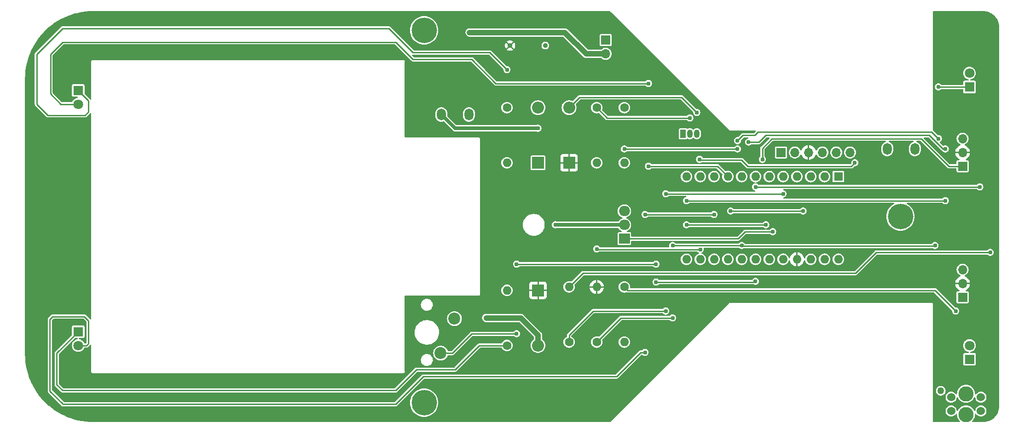
<source format=gbr>
%TF.GenerationSoftware,KiCad,Pcbnew,7.0.5-4d25ed1034~172~ubuntu22.04.1*%
%TF.CreationDate,2023-05-31T11:12:08-04:00*%
%TF.ProjectId,car_control,6361725f-636f-46e7-9472-6f6c2e6b6963,rev?*%
%TF.SameCoordinates,Original*%
%TF.FileFunction,Copper,L1,Top*%
%TF.FilePolarity,Positive*%
%FSLAX46Y46*%
G04 Gerber Fmt 4.6, Leading zero omitted, Abs format (unit mm)*
G04 Created by KiCad (PCBNEW 7.0.5-4d25ed1034~172~ubuntu22.04.1) date 2023-05-31 11:12:08*
%MOMM*%
%LPD*%
G01*
G04 APERTURE LIST*
%TA.AperFunction,ComponentPad*%
%ADD10O,1.651000X2.159000*%
%TD*%
%TA.AperFunction,ComponentPad*%
%ADD11R,1.800000X1.800000*%
%TD*%
%TA.AperFunction,ComponentPad*%
%ADD12C,1.800000*%
%TD*%
%TA.AperFunction,ComponentPad*%
%ADD13R,1.700000X1.700000*%
%TD*%
%TA.AperFunction,ComponentPad*%
%ADD14O,1.700000X1.700000*%
%TD*%
%TA.AperFunction,ComponentPad*%
%ADD15C,1.600000*%
%TD*%
%TA.AperFunction,ComponentPad*%
%ADD16O,1.600000X1.600000*%
%TD*%
%TA.AperFunction,ComponentPad*%
%ADD17R,2.200000X2.200000*%
%TD*%
%TA.AperFunction,ComponentPad*%
%ADD18O,2.200000X2.200000*%
%TD*%
%TA.AperFunction,ComponentPad*%
%ADD19C,4.700000*%
%TD*%
%TA.AperFunction,ComponentPad*%
%ADD20R,1.600000X1.600000*%
%TD*%
%TA.AperFunction,ComponentPad*%
%ADD21R,1.050000X1.500000*%
%TD*%
%TA.AperFunction,ComponentPad*%
%ADD22O,1.050000X1.500000*%
%TD*%
%TA.AperFunction,ComponentPad*%
%ADD23C,0.900000*%
%TD*%
%TA.AperFunction,ComponentPad*%
%ADD24R,2.000000X1.905000*%
%TD*%
%TA.AperFunction,ComponentPad*%
%ADD25O,2.000000X1.905000*%
%TD*%
%TA.AperFunction,ComponentPad*%
%ADD26C,1.524000*%
%TD*%
%TA.AperFunction,ComponentPad*%
%ADD27C,2.794000*%
%TD*%
%TA.AperFunction,ComponentPad*%
%ADD28C,1.270000*%
%TD*%
%TA.AperFunction,ComponentPad*%
%ADD29C,2.200000*%
%TD*%
%TA.AperFunction,ViaPad*%
%ADD30C,0.787400*%
%TD*%
%TA.AperFunction,Conductor*%
%ADD31C,0.254000*%
%TD*%
%TA.AperFunction,Conductor*%
%ADD32C,1.016000*%
%TD*%
%TA.AperFunction,Conductor*%
%ADD33C,0.635000*%
%TD*%
G04 APERTURE END LIST*
D10*
%TO.P,J4,1,Pin_1*%
%TO.N,Net-(J4-Pin_1)*%
X236474000Y-75565000D03*
%TO.P,J4,2,Pin_2*%
%TO.N,GND*%
X231394000Y-75565000D03*
%TD*%
D11*
%TO.P,D4,1,K*%
%TO.N,Net-(D4-K)*%
X246508000Y-114300000D03*
D12*
%TO.P,D4,2,A*%
%TO.N,Net-(A1-D4)*%
X246508000Y-111760000D03*
%TD*%
D13*
%TO.P,J2,1,Pin_1*%
%TO.N,Net-(A1-D9)*%
X245238000Y-102870000D03*
D14*
%TO.P,J2,2,Pin_2*%
%TO.N,+5V*%
X245238000Y-100330000D03*
%TO.P,J2,3,Pin_3*%
%TO.N,GND*%
X245238000Y-97790000D03*
%TD*%
D11*
%TO.P,D7,1,K*%
%TO.N,Net-(D7-K)*%
X82550000Y-109220000D03*
D12*
%TO.P,D7,2,A*%
%TO.N,Net-(A1-D7)*%
X82550000Y-111760000D03*
%TD*%
D15*
%TO.P,R7,1*%
%TO.N,Net-(Q2-B)*%
X177928000Y-67945000D03*
D16*
%TO.P,R7,2*%
%TO.N,Net-(A1-D16)*%
X177928000Y-78105000D03*
%TD*%
D17*
%TO.P,D2,1,K*%
%TO.N,Net-(D2-K)*%
X167133000Y-78105000D03*
D18*
%TO.P,D2,2,A*%
%TO.N,GND*%
X167133000Y-67945000D03*
%TD*%
D13*
%TO.P,J3,1,Pin_1*%
%TO.N,Net-(A1-D10)*%
X245238000Y-78740000D03*
D14*
%TO.P,J3,2,Pin_2*%
%TO.N,+5V*%
X245238000Y-76200000D03*
%TO.P,J3,3,Pin_3*%
%TO.N,GND*%
X245238000Y-73660000D03*
%TD*%
D17*
%TO.P,D1,1,K*%
%TO.N,+5V*%
X167133000Y-101600000D03*
D18*
%TO.P,D1,2,A*%
%TO.N,Net-(D1-A)*%
X167133000Y-111760000D03*
%TD*%
D19*
%TO.P,H2,1*%
%TO.N,N/C*%
X233808000Y-88009000D03*
%TD*%
D15*
%TO.P,R4,1*%
%TO.N,Net-(D5-K)*%
X183008000Y-67945000D03*
D16*
%TO.P,R4,2*%
%TO.N,GND*%
X183008000Y-78105000D03*
%TD*%
D15*
%TO.P,R2,1*%
%TO.N,/A0*%
X177928000Y-111125000D03*
D16*
%TO.P,R2,2*%
%TO.N,+5V*%
X177928000Y-100965000D03*
%TD*%
D15*
%TO.P,R1,1*%
%TO.N,Net-(A1-D2)*%
X172848000Y-111125000D03*
D16*
%TO.P,R1,2*%
%TO.N,Net-(U1-A)*%
X172848000Y-100965000D03*
%TD*%
D20*
%TO.P,A1,1,D1/TX*%
%TO.N,/RXI*%
X222383000Y-80640000D03*
D16*
%TO.P,A1,2,D0/RX*%
%TO.N,/TXO*%
X219843000Y-80640000D03*
%TO.P,A1,3,GND*%
%TO.N,GND*%
X217303000Y-80640000D03*
%TO.P,A1,4,GND*%
X214763000Y-80640000D03*
%TO.P,A1,5,D2*%
%TO.N,Net-(A1-D2)*%
X212223000Y-80640000D03*
%TO.P,A1,6,D3*%
%TO.N,Net-(A1-D3)*%
X209683000Y-80640000D03*
%TO.P,A1,7,D4*%
%TO.N,Net-(A1-D4)*%
X207143000Y-80640000D03*
%TO.P,A1,8,D5*%
%TO.N,Net-(A1-D5)*%
X204603000Y-80640000D03*
%TO.P,A1,9,D6*%
%TO.N,Net-(A1-D6)*%
X202063000Y-80640000D03*
%TO.P,A1,10,D7*%
%TO.N,Net-(A1-D7)*%
X199523000Y-80640000D03*
%TO.P,A1,11,D8*%
%TO.N,/DTR*%
X196983000Y-80640000D03*
%TO.P,A1,12,D9*%
%TO.N,Net-(A1-D9)*%
X194443000Y-80640000D03*
%TO.P,A1,13,D10*%
%TO.N,Net-(A1-D10)*%
X194443000Y-95880000D03*
%TO.P,A1,14,D16*%
%TO.N,Net-(A1-D16)*%
X196983000Y-95880000D03*
%TO.P,A1,15,D14*%
%TO.N,/CTS*%
X199523000Y-95880000D03*
%TO.P,A1,16,D15*%
%TO.N,unconnected-(A1-D15-Pad16)*%
X202063000Y-95880000D03*
%TO.P,A1,17,A0*%
%TO.N,/A0*%
X204603000Y-95880000D03*
%TO.P,A1,18,A1*%
%TO.N,Net-(A1-A1)*%
X207143000Y-95880000D03*
%TO.P,A1,19,A2*%
%TO.N,unconnected-(A1-A2-Pad19)*%
X209683000Y-95880000D03*
%TO.P,A1,20,A3*%
%TO.N,unconnected-(A1-A3-Pad20)*%
X212223000Y-95880000D03*
%TO.P,A1,21,+5V*%
%TO.N,+5V*%
X214763000Y-95880000D03*
%TO.P,A1,22,~{RESET}*%
%TO.N,unconnected-(A1-~{RESET}-Pad22)*%
X217303000Y-95880000D03*
%TO.P,A1,23,GND*%
%TO.N,GND*%
X219843000Y-95880000D03*
%TO.P,A1,24*%
%TO.N,N/C*%
X222383000Y-95880000D03*
%TD*%
D19*
%TO.P,H1,1*%
%TO.N,N/C*%
X146178000Y-53719000D03*
%TD*%
D21*
%TO.P,Q2,1,E*%
%TO.N,GND*%
X193803000Y-72750000D03*
D22*
%TO.P,Q2,2,B*%
%TO.N,Net-(Q2-B)*%
X195073000Y-72750000D03*
%TO.P,Q2,3,C*%
%TO.N,Net-(D3-A)*%
X196343000Y-72750000D03*
%TD*%
D10*
%TO.P,J1,1,Pin_1*%
%TO.N,Net-(D1-A)*%
X154433000Y-69215000D03*
%TO.P,J1,2,Pin_2*%
%TO.N,Net-(D2-K)*%
X149353000Y-69215000D03*
%TD*%
D19*
%TO.P,H3,1*%
%TO.N,N/C*%
X146178000Y-122299000D03*
%TD*%
D23*
%TO.P,LS1,1,1*%
%TO.N,+5V*%
X161978000Y-56515000D03*
%TO.P,LS1,2,2*%
%TO.N,Net-(D3-A)*%
X168478000Y-56515000D03*
%TD*%
D11*
%TO.P,D6,1,K*%
%TO.N,Net-(D6-K)*%
X82550000Y-64770000D03*
D12*
%TO.P,D6,2,A*%
%TO.N,Net-(A1-D6)*%
X82550000Y-67310000D03*
%TD*%
D15*
%TO.P,R6,1*%
%TO.N,Net-(D7-K)*%
X161418000Y-111760000D03*
D16*
%TO.P,R6,2*%
%TO.N,GND*%
X161418000Y-101600000D03*
%TD*%
D15*
%TO.P,R3,1*%
%TO.N,Net-(D4-K)*%
X183008000Y-100965000D03*
D16*
%TO.P,R3,2*%
%TO.N,GND*%
X183008000Y-111125000D03*
%TD*%
D24*
%TO.P,Q1,1,G*%
%TO.N,Net-(A1-D3)*%
X183008000Y-92075000D03*
D25*
%TO.P,Q1,2,D*%
%TO.N,Net-(D2-K)*%
X183008000Y-89535000D03*
%TO.P,Q1,3,S*%
%TO.N,GND*%
X183008000Y-86995000D03*
%TD*%
D11*
%TO.P,D5,1,K*%
%TO.N,Net-(D5-K)*%
X246508000Y-64135000D03*
D12*
%TO.P,D5,2,A*%
%TO.N,Net-(A1-D5)*%
X246508000Y-61595000D03*
%TD*%
D13*
%TO.P,J5,1,Pin_1*%
%TO.N,GND*%
X211836000Y-76200000D03*
D14*
%TO.P,J5,2,Pin_2*%
%TO.N,/CTS*%
X214376000Y-76200000D03*
%TO.P,J5,3,Pin_3*%
%TO.N,+5V*%
X216916000Y-76200000D03*
%TO.P,J5,4,Pin_4*%
%TO.N,/TXO*%
X219456000Y-76200000D03*
%TO.P,J5,5,Pin_5*%
%TO.N,/RXI*%
X221996000Y-76200000D03*
%TO.P,J5,6,Pin_6*%
%TO.N,/DTR*%
X224536000Y-76200000D03*
%TD*%
D17*
%TO.P,D3,1,K*%
%TO.N,+5V*%
X172848000Y-78105000D03*
D18*
%TO.P,D3,2,A*%
%TO.N,Net-(D3-A)*%
X172848000Y-67945000D03*
%TD*%
D15*
%TO.P,R5,1*%
%TO.N,Net-(D6-K)*%
X161418000Y-67945000D03*
D16*
%TO.P,R5,2*%
%TO.N,GND*%
X161418000Y-78105000D03*
%TD*%
D13*
%TO.P,SW1,1,A*%
%TO.N,Net-(J4-Pin_1)*%
X179578000Y-55494000D03*
D14*
%TO.P,SW1,2,B*%
%TO.N,Net-(D1-A)*%
X179578000Y-58034000D03*
%TD*%
D26*
%TO.P,U1,1,A*%
%TO.N,Net-(U1-A)*%
X248616200Y-123825000D03*
%TO.P,U1,2,C*%
%TO.N,GND*%
X248616200Y-121285000D03*
%TO.P,U1,3,C*%
%TO.N,/A0*%
X243129800Y-123825000D03*
%TO.P,U1,4,E*%
%TO.N,GND*%
X243129800Y-121285000D03*
D27*
%TO.P,U1,5*%
%TO.N,N/C*%
X245873000Y-124460000D03*
%TO.P,U1,6*%
X245873000Y-120650000D03*
D28*
%TO.P,U1,7*%
X241224800Y-120116600D03*
%TD*%
D29*
%TO.P,SW2,1,1*%
%TO.N,GND*%
X151765000Y-106807000D03*
%TO.P,SW2,2,2*%
%TO.N,Net-(A1-A1)*%
X149225000Y-113157000D03*
%TD*%
D30*
%TO.N,Net-(A1-D2)*%
X190628000Y-83820000D03*
X212218000Y-83820000D03*
X190628000Y-105410000D03*
%TO.N,Net-(A1-D3)*%
X210313000Y-90805000D03*
%TO.N,Net-(A1-D4)*%
X248413000Y-82550000D03*
X207138000Y-82550000D03*
%TO.N,Net-(A1-D5)*%
X205867000Y-74295000D03*
X242063000Y-75565000D03*
%TO.N,Net-(A1-D6)*%
X187453000Y-63500000D03*
X187453000Y-78740000D03*
%TO.N,Net-(A1-D7)*%
X186818000Y-113030000D03*
X199518000Y-87630000D03*
X186818000Y-87630000D03*
%TO.N,/DTR*%
X196850000Y-77470000D03*
X225425000Y-78105000D03*
%TO.N,Net-(A1-D9)*%
X194438000Y-85090000D03*
X242063000Y-85090000D03*
%TO.N,Net-(A1-D10)*%
X208408000Y-77470000D03*
X194438000Y-89535000D03*
X209043000Y-89535000D03*
%TO.N,Net-(A1-D16)*%
X177928000Y-93980000D03*
X196978000Y-94065200D03*
%TO.N,/CTS*%
X202565000Y-86995000D03*
X215900000Y-86995000D03*
%TO.N,/A0*%
X191898000Y-106680000D03*
X240158000Y-93345000D03*
X191898000Y-93345000D03*
X204598000Y-93345000D03*
%TO.N,Net-(A1-A1)*%
X207137000Y-99949000D03*
X163195000Y-96774000D03*
X188849000Y-100076000D03*
X163195000Y-109601000D03*
X188849000Y-96774000D03*
%TO.N,Net-(D1-A)*%
X154559000Y-54102000D03*
X157608000Y-106680000D03*
%TO.N,Net-(D2-K)*%
X167133000Y-71755000D03*
X170308000Y-89535000D03*
%TO.N,Net-(U1-A)*%
X250318000Y-94615000D03*
%TO.N,Net-(D4-K)*%
X243968000Y-105410000D03*
%TO.N,Net-(D5-K)*%
X240793000Y-64135000D03*
X183008000Y-75565000D03*
X240793000Y-73660000D03*
X203835000Y-74041000D03*
X203835000Y-75565000D03*
%TO.N,Net-(D6-K)*%
X161418000Y-60960000D03*
%TO.N,Net-(D3-A)*%
X196343000Y-68834000D03*
%TO.N,Net-(Q2-B)*%
X195073000Y-69850000D03*
%TD*%
D31*
%TO.N,Net-(A1-D7)*%
X79665000Y-122464000D02*
X79665000Y-122575000D01*
X186055000Y-113030000D02*
X186818000Y-113030000D01*
X77343000Y-120142000D02*
X79665000Y-122464000D01*
X77343000Y-106934000D02*
X77343000Y-120142000D01*
X181610000Y-117475000D02*
X186055000Y-113030000D01*
X77851000Y-106426000D02*
X77343000Y-106934000D01*
X140950000Y-122575000D02*
X146050000Y-117475000D01*
X84455000Y-107188000D02*
X83693000Y-106426000D01*
X79665000Y-122575000D02*
X140950000Y-122575000D01*
X83693000Y-106426000D02*
X77851000Y-106426000D01*
X84455000Y-111379000D02*
X84455000Y-107188000D01*
X146050000Y-117475000D02*
X181610000Y-117475000D01*
X84074000Y-111760000D02*
X84455000Y-111379000D01*
X82550000Y-111760000D02*
X84074000Y-111760000D01*
%TO.N,Net-(D7-K)*%
X82550000Y-109220000D02*
X78613000Y-113157000D01*
X156337000Y-111760000D02*
X161418000Y-111760000D01*
X78613000Y-113157000D02*
X78613000Y-118983000D01*
X78613000Y-118983000D02*
X79665000Y-120035000D01*
X79665000Y-120035000D02*
X140950000Y-120035000D01*
X140950000Y-120035000D02*
X144780000Y-116205000D01*
X144780000Y-116205000D02*
X151892000Y-116205000D01*
X151892000Y-116205000D02*
X156337000Y-111760000D01*
%TO.N,Net-(D6-K)*%
X76962000Y-69342000D02*
X74930000Y-67310000D01*
X83820000Y-69342000D02*
X76962000Y-69342000D01*
X82550000Y-64770000D02*
X84455000Y-66675000D01*
X84455000Y-66675000D02*
X84455000Y-68707000D01*
X84455000Y-68707000D02*
X83820000Y-69342000D01*
X74930000Y-67310000D02*
X74930000Y-58095000D01*
X74930000Y-58095000D02*
X79665000Y-53360000D01*
%TO.N,Net-(A1-D6)*%
X79375000Y-67310000D02*
X77470000Y-65405000D01*
X82550000Y-67310000D02*
X79375000Y-67310000D01*
X77470000Y-65405000D02*
X77470000Y-58095000D01*
X77470000Y-58095000D02*
X79665000Y-55900000D01*
%TO.N,Net-(A1-D2)*%
X172848000Y-109855000D02*
X177293000Y-105410000D01*
X190628000Y-83820000D02*
X212218000Y-83820000D01*
X172848000Y-111125000D02*
X172848000Y-109855000D01*
X177293000Y-105410000D02*
X190628000Y-105410000D01*
%TO.N,Net-(A1-D3)*%
X205233000Y-90805000D02*
X210313000Y-90805000D01*
X183008000Y-92075000D02*
X203963000Y-92075000D01*
X203963000Y-92075000D02*
X205233000Y-90805000D01*
%TO.N,Net-(A1-D4)*%
X248413000Y-82550000D02*
X207138000Y-82550000D01*
%TO.N,Net-(A1-D5)*%
X241678776Y-75565000D02*
X242063000Y-75565000D01*
X209043000Y-73025000D02*
X239138776Y-73025000D01*
X239138776Y-73025000D02*
X241678776Y-75565000D01*
X205867000Y-74295000D02*
X207773000Y-74295000D01*
X207773000Y-74295000D02*
X209043000Y-73025000D01*
%TO.N,Net-(A1-D6)*%
X159385000Y-63500000D02*
X187453000Y-63500000D01*
X144145000Y-59055000D02*
X154940000Y-59055000D01*
X154940000Y-59055000D02*
X159385000Y-63500000D01*
X187453000Y-78740000D02*
X200163000Y-78740000D01*
X200163000Y-78740000D02*
X202063000Y-80640000D01*
X140990000Y-55900000D02*
X144145000Y-59055000D01*
X79665000Y-55900000D02*
X140990000Y-55900000D01*
%TO.N,Net-(A1-D7)*%
X186818000Y-87630000D02*
X199518000Y-87630000D01*
%TO.N,/DTR*%
X205740000Y-78740000D02*
X204597000Y-77597000D01*
X225425000Y-78105000D02*
X224790000Y-78740000D01*
X196977000Y-77597000D02*
X196850000Y-77470000D01*
X224790000Y-78740000D02*
X205740000Y-78740000D01*
X204597000Y-77597000D02*
X196977000Y-77597000D01*
%TO.N,Net-(A1-D9)*%
X242063000Y-85090000D02*
X194438000Y-85090000D01*
%TO.N,Net-(A1-D10)*%
X242698000Y-78740000D02*
X237618000Y-73660000D01*
X208408000Y-75437000D02*
X208408000Y-77470000D01*
X237618000Y-73660000D02*
X210185000Y-73660000D01*
X210185000Y-73660000D02*
X208408000Y-75437000D01*
X245238000Y-78740000D02*
X242698000Y-78740000D01*
X209043000Y-89535000D02*
X194438000Y-89535000D01*
%TO.N,Net-(A1-D16)*%
X177928000Y-93980000D02*
X178013700Y-94065700D01*
X196978000Y-94065700D02*
X196978000Y-94065200D01*
X178013700Y-94065700D02*
X196978000Y-94065700D01*
%TO.N,/CTS*%
X215900000Y-86995000D02*
X202565000Y-86995000D01*
%TO.N,/A0*%
X240158000Y-93345000D02*
X240072300Y-93430700D01*
X240072300Y-93430700D02*
X204683700Y-93430700D01*
X204683700Y-93430700D02*
X204598000Y-93345000D01*
X177928000Y-111125000D02*
X182373000Y-106680000D01*
X182373000Y-106680000D02*
X191898000Y-106680000D01*
X191898000Y-93345000D02*
X204598000Y-93345000D01*
%TO.N,Net-(A1-A1)*%
X163195000Y-96774000D02*
X188849000Y-96774000D01*
X188849000Y-100076000D02*
X207010000Y-100076000D01*
X151384000Y-113157000D02*
X154940000Y-109601000D01*
X149225000Y-113157000D02*
X151384000Y-113157000D01*
X207010000Y-100076000D02*
X207137000Y-99949000D01*
X154940000Y-109601000D02*
X163195000Y-109601000D01*
D32*
%TO.N,Net-(D1-A)*%
X167133000Y-109855000D02*
X163958000Y-106680000D01*
X163958000Y-106680000D02*
X157608000Y-106680000D01*
X176017000Y-58034000D02*
X179578000Y-58034000D01*
X167133000Y-111760000D02*
X167133000Y-109855000D01*
X154559000Y-54102000D02*
X172085000Y-54102000D01*
X172085000Y-54102000D02*
X176017000Y-58034000D01*
D33*
%TO.N,Net-(D2-K)*%
X149353000Y-69215000D02*
X151893000Y-71755000D01*
X151893000Y-71755000D02*
X167133000Y-71755000D01*
X170308000Y-89535000D02*
X183008000Y-89535000D01*
D31*
%TO.N,Net-(U1-A)*%
X229363000Y-94615000D02*
X250318000Y-94615000D01*
X175388000Y-98425000D02*
X225553000Y-98425000D01*
X225553000Y-98425000D02*
X229363000Y-94615000D01*
X172848000Y-100965000D02*
X175388000Y-98425000D01*
%TO.N,Net-(D4-K)*%
X183643000Y-101600000D02*
X240158000Y-101600000D01*
X240158000Y-101600000D02*
X243968000Y-105410000D01*
X183008000Y-100965000D02*
X183643000Y-101600000D01*
%TO.N,Net-(D5-K)*%
X240793000Y-64135000D02*
X246508000Y-64135000D01*
X207645000Y-72390000D02*
X239523000Y-72390000D01*
X204851000Y-73025000D02*
X207010000Y-73025000D01*
X207010000Y-73025000D02*
X207645000Y-72390000D01*
X183008000Y-75565000D02*
X203835000Y-75565000D01*
X239523000Y-72390000D02*
X240793000Y-73660000D01*
X203835000Y-74041000D02*
X204851000Y-73025000D01*
%TO.N,Net-(D6-K)*%
X158243000Y-57785000D02*
X161418000Y-60960000D01*
X139720000Y-53360000D02*
X144145000Y-57785000D01*
X79665000Y-53360000D02*
X139720000Y-53360000D01*
X144145000Y-57785000D02*
X158243000Y-57785000D01*
%TO.N,Net-(D3-A)*%
X174753000Y-66040000D02*
X172848000Y-67945000D01*
X193549000Y-66040000D02*
X174753000Y-66040000D01*
X196343000Y-68834000D02*
X193549000Y-66040000D01*
%TO.N,Net-(Q2-B)*%
X177928000Y-67945000D02*
X179833000Y-69850000D01*
X179833000Y-69850000D02*
X195073000Y-69850000D01*
%TD*%
%TA.AperFunction,Conductor*%
%TO.N,+5V*%
G36*
X180377259Y-50185185D02*
G01*
X180397901Y-50201819D01*
X202229679Y-72033596D01*
X202245100Y-72052386D01*
X202252513Y-72063481D01*
X202252515Y-72063482D01*
X202252516Y-72063484D01*
X202256466Y-72066123D01*
X202268701Y-72074299D01*
X202273766Y-72077683D01*
X202273767Y-72077684D01*
X202313846Y-72104464D01*
X202336699Y-72119734D01*
X202378476Y-72128044D01*
X202436000Y-72139486D01*
X202449093Y-72136882D01*
X202473282Y-72134500D01*
X207061615Y-72134500D01*
X207128654Y-72154185D01*
X207174409Y-72206989D01*
X207184353Y-72276147D01*
X207155328Y-72339703D01*
X207149296Y-72346181D01*
X206888296Y-72607181D01*
X206826973Y-72640666D01*
X206800615Y-72643500D01*
X204903427Y-72643500D01*
X204877982Y-72640861D01*
X204866984Y-72638555D01*
X204866980Y-72638555D01*
X204831134Y-72643023D01*
X204823458Y-72643500D01*
X204819389Y-72643500D01*
X204797254Y-72647192D01*
X204794723Y-72647561D01*
X204740645Y-72654302D01*
X204732966Y-72656588D01*
X204725413Y-72659181D01*
X204677501Y-72685110D01*
X204675224Y-72686283D01*
X204626254Y-72710223D01*
X204619742Y-72714872D01*
X204613437Y-72719780D01*
X204576516Y-72759885D01*
X204574743Y-72761734D01*
X203979995Y-73356481D01*
X203918672Y-73389966D01*
X203892314Y-73392800D01*
X203756293Y-73392800D01*
X203603460Y-73430469D01*
X203464073Y-73503625D01*
X203346253Y-73608005D01*
X203256833Y-73737551D01*
X203201013Y-73884735D01*
X203201012Y-73884738D01*
X203182039Y-74040999D01*
X203182039Y-74041000D01*
X203201012Y-74197261D01*
X203201013Y-74197264D01*
X203249126Y-74324128D01*
X203256833Y-74344448D01*
X203346253Y-74473994D01*
X203464073Y-74578374D01*
X203464074Y-74578374D01*
X203464076Y-74578376D01*
X203603457Y-74651529D01*
X203603459Y-74651529D01*
X203603460Y-74651530D01*
X203729528Y-74682603D01*
X203789909Y-74717759D01*
X203821697Y-74779979D01*
X203814801Y-74849507D01*
X203771410Y-74904270D01*
X203729528Y-74923397D01*
X203603460Y-74954469D01*
X203464073Y-75027625D01*
X203346256Y-75132002D01*
X203341279Y-75137621D01*
X203339807Y-75136317D01*
X203293399Y-75173929D01*
X203245629Y-75183500D01*
X183597371Y-75183500D01*
X183530332Y-75163815D01*
X183502524Y-75136909D01*
X183501721Y-75137621D01*
X183496750Y-75132009D01*
X183496748Y-75132007D01*
X183496745Y-75132004D01*
X183496743Y-75132002D01*
X183378926Y-75027625D01*
X183239539Y-74954469D01*
X183086707Y-74916800D01*
X183086706Y-74916800D01*
X182929294Y-74916800D01*
X182929293Y-74916800D01*
X182776460Y-74954469D01*
X182637073Y-75027625D01*
X182519253Y-75132005D01*
X182429833Y-75261551D01*
X182374013Y-75408735D01*
X182374012Y-75408738D01*
X182355039Y-75564999D01*
X182355039Y-75565000D01*
X182374012Y-75721261D01*
X182374013Y-75721264D01*
X182414095Y-75826952D01*
X182429833Y-75868448D01*
X182460223Y-75912475D01*
X182516276Y-75993682D01*
X182519253Y-75997994D01*
X182637073Y-76102374D01*
X182637074Y-76102374D01*
X182637076Y-76102376D01*
X182776457Y-76175529D01*
X182776459Y-76175529D01*
X182776460Y-76175530D01*
X182929293Y-76213200D01*
X182929294Y-76213200D01*
X183086707Y-76213200D01*
X183239539Y-76175530D01*
X183239539Y-76175529D01*
X183239543Y-76175529D01*
X183378924Y-76102376D01*
X183496748Y-75997993D01*
X183496753Y-75997985D01*
X183501721Y-75992379D01*
X183503192Y-75993682D01*
X183549601Y-75956071D01*
X183597371Y-75946500D01*
X203245629Y-75946500D01*
X203312668Y-75966185D01*
X203340475Y-75993090D01*
X203341279Y-75992379D01*
X203346256Y-75997997D01*
X203464073Y-76102374D01*
X203464074Y-76102374D01*
X203464076Y-76102376D01*
X203603457Y-76175529D01*
X203603459Y-76175529D01*
X203603460Y-76175530D01*
X203756293Y-76213200D01*
X203756294Y-76213200D01*
X203913707Y-76213200D01*
X204066539Y-76175530D01*
X204066539Y-76175529D01*
X204066543Y-76175529D01*
X204205924Y-76102376D01*
X204323748Y-75997993D01*
X204413168Y-75868446D01*
X204468987Y-75721264D01*
X204487961Y-75565000D01*
X204487196Y-75558703D01*
X204473376Y-75444884D01*
X204468987Y-75408736D01*
X204413168Y-75261554D01*
X204412478Y-75260555D01*
X204404000Y-75248271D01*
X204323748Y-75132007D01*
X204323746Y-75132005D01*
X204205926Y-75027625D01*
X204066539Y-74954469D01*
X203940471Y-74923397D01*
X203880090Y-74888241D01*
X203848302Y-74826021D01*
X203855198Y-74756493D01*
X203898589Y-74701730D01*
X203940471Y-74682603D01*
X204066539Y-74651530D01*
X204066539Y-74651529D01*
X204066543Y-74651529D01*
X204205924Y-74578376D01*
X204323748Y-74473993D01*
X204413168Y-74344446D01*
X204468987Y-74197264D01*
X204487961Y-74041000D01*
X204482955Y-73999777D01*
X204494415Y-73930857D01*
X204518367Y-73897154D01*
X204972703Y-73442819D01*
X205034027Y-73409334D01*
X205060385Y-73406500D01*
X205741996Y-73406500D01*
X205809035Y-73426185D01*
X205854790Y-73478989D01*
X205864734Y-73548147D01*
X205835709Y-73611703D01*
X205776931Y-73649477D01*
X205771671Y-73650897D01*
X205635460Y-73684469D01*
X205496073Y-73757625D01*
X205378253Y-73862005D01*
X205288833Y-73991551D01*
X205233013Y-74138735D01*
X205233012Y-74138738D01*
X205214039Y-74294999D01*
X205214039Y-74295000D01*
X205233012Y-74451261D01*
X205233013Y-74451264D01*
X205281220Y-74578376D01*
X205288833Y-74598448D01*
X205313979Y-74634878D01*
X205377489Y-74726888D01*
X205378253Y-74727994D01*
X205496073Y-74832374D01*
X205496074Y-74832374D01*
X205496076Y-74832376D01*
X205635457Y-74905529D01*
X205635459Y-74905529D01*
X205635460Y-74905530D01*
X205788293Y-74943200D01*
X205788294Y-74943200D01*
X205945707Y-74943200D01*
X206098539Y-74905530D01*
X206098539Y-74905529D01*
X206098543Y-74905529D01*
X206237924Y-74832376D01*
X206355748Y-74727993D01*
X206355753Y-74727985D01*
X206360721Y-74722379D01*
X206362192Y-74723682D01*
X206408601Y-74686071D01*
X206456371Y-74676500D01*
X207720573Y-74676500D01*
X207746018Y-74679139D01*
X207749961Y-74679965D01*
X207757017Y-74681445D01*
X207775576Y-74679131D01*
X207792866Y-74676977D01*
X207800542Y-74676500D01*
X207804608Y-74676500D01*
X207804611Y-74676500D01*
X207826786Y-74672799D01*
X207829245Y-74672441D01*
X207883360Y-74665696D01*
X207883361Y-74665695D01*
X207891013Y-74663416D01*
X207898578Y-74660819D01*
X207898586Y-74660818D01*
X207946547Y-74634861D01*
X207948782Y-74633711D01*
X207997746Y-74609776D01*
X207997748Y-74609773D01*
X207997750Y-74609773D01*
X208004263Y-74605122D01*
X208010557Y-74600223D01*
X208010557Y-74600222D01*
X208010562Y-74600220D01*
X208047508Y-74560084D01*
X208049209Y-74558311D01*
X209164702Y-73442819D01*
X209226026Y-73409334D01*
X209252384Y-73406500D01*
X209599615Y-73406500D01*
X209666654Y-73426185D01*
X209712409Y-73478989D01*
X209722353Y-73548147D01*
X209693328Y-73611703D01*
X209687296Y-73618181D01*
X208175309Y-75130166D01*
X208155454Y-75146291D01*
X208146045Y-75152438D01*
X208146041Y-75152442D01*
X208123856Y-75180944D01*
X208118778Y-75186696D01*
X208115898Y-75189577D01*
X208115883Y-75189594D01*
X208102840Y-75207860D01*
X208101312Y-75209910D01*
X208067842Y-75252913D01*
X208064035Y-75259947D01*
X208060524Y-75267131D01*
X208044969Y-75319379D01*
X208044191Y-75321806D01*
X208043117Y-75324936D01*
X208026499Y-75373338D01*
X208025185Y-75381214D01*
X208024194Y-75389163D01*
X208026446Y-75443603D01*
X208026499Y-75446165D01*
X208026499Y-76886185D01*
X208006814Y-76953224D01*
X207984727Y-76978999D01*
X207919257Y-77037001D01*
X207919250Y-77037009D01*
X207829833Y-77166551D01*
X207774013Y-77313735D01*
X207774012Y-77313738D01*
X207755039Y-77469999D01*
X207755039Y-77470000D01*
X207774012Y-77626261D01*
X207774013Y-77626264D01*
X207829833Y-77773448D01*
X207879126Y-77844860D01*
X207916000Y-77898282D01*
X207919253Y-77902994D01*
X208037073Y-78007374D01*
X208037074Y-78007374D01*
X208037076Y-78007376D01*
X208176457Y-78080529D01*
X208176459Y-78080529D01*
X208176460Y-78080530D01*
X208312671Y-78114103D01*
X208373052Y-78149259D01*
X208404840Y-78211479D01*
X208397944Y-78281007D01*
X208354553Y-78335770D01*
X208288442Y-78358380D01*
X208282996Y-78358500D01*
X205949384Y-78358500D01*
X205882345Y-78338815D01*
X205861703Y-78322181D01*
X205389107Y-77849585D01*
X204903833Y-77364310D01*
X204887705Y-77344450D01*
X204881560Y-77335044D01*
X204853049Y-77312853D01*
X204847287Y-77307764D01*
X204844409Y-77304886D01*
X204826114Y-77291824D01*
X204824101Y-77290322D01*
X204781083Y-77256840D01*
X204774070Y-77253045D01*
X204766868Y-77249524D01*
X204714634Y-77233973D01*
X204712193Y-77233191D01*
X204660660Y-77215499D01*
X204652779Y-77214184D01*
X204644839Y-77213194D01*
X204591791Y-77215389D01*
X204590396Y-77215447D01*
X204587835Y-77215500D01*
X197527033Y-77215500D01*
X197459994Y-77195815D01*
X197424983Y-77161940D01*
X197416258Y-77149300D01*
X197338748Y-77037007D01*
X197338695Y-77036960D01*
X197220926Y-76932625D01*
X197081539Y-76859469D01*
X196928707Y-76821800D01*
X196928706Y-76821800D01*
X196771294Y-76821800D01*
X196771293Y-76821800D01*
X196618460Y-76859469D01*
X196479073Y-76932625D01*
X196361253Y-77037005D01*
X196271833Y-77166551D01*
X196216013Y-77313735D01*
X196216012Y-77313738D01*
X196197039Y-77469999D01*
X196197039Y-77470000D01*
X196216012Y-77626261D01*
X196216013Y-77626264D01*
X196271833Y-77773448D01*
X196321125Y-77844860D01*
X196358000Y-77898282D01*
X196361253Y-77902994D01*
X196479073Y-78007374D01*
X196479074Y-78007374D01*
X196479076Y-78007376D01*
X196618457Y-78080529D01*
X196618459Y-78080529D01*
X196618460Y-78080530D01*
X196754671Y-78114103D01*
X196815052Y-78149259D01*
X196846840Y-78211479D01*
X196839944Y-78281007D01*
X196796553Y-78335770D01*
X196730442Y-78358380D01*
X196724996Y-78358500D01*
X188042371Y-78358500D01*
X187975332Y-78338815D01*
X187947524Y-78311909D01*
X187946721Y-78312621D01*
X187941750Y-78307009D01*
X187941748Y-78307007D01*
X187941745Y-78307004D01*
X187941743Y-78307002D01*
X187823926Y-78202625D01*
X187777463Y-78178239D01*
X187684543Y-78129471D01*
X187684542Y-78129470D01*
X187684539Y-78129469D01*
X187531707Y-78091800D01*
X187531706Y-78091800D01*
X187374294Y-78091800D01*
X187374293Y-78091800D01*
X187221460Y-78129469D01*
X187082073Y-78202625D01*
X186964253Y-78307005D01*
X186874833Y-78436551D01*
X186819013Y-78583735D01*
X186819012Y-78583738D01*
X186800039Y-78739999D01*
X186800039Y-78740000D01*
X186819012Y-78896261D01*
X186819013Y-78896264D01*
X186870535Y-79032117D01*
X186874833Y-79043448D01*
X186917883Y-79105816D01*
X186961276Y-79168682D01*
X186964253Y-79172994D01*
X187082073Y-79277374D01*
X187082074Y-79277374D01*
X187082076Y-79277376D01*
X187221457Y-79350529D01*
X187221459Y-79350529D01*
X187221460Y-79350530D01*
X187374293Y-79388200D01*
X187374294Y-79388200D01*
X187531707Y-79388200D01*
X187684539Y-79350530D01*
X187684539Y-79350529D01*
X187684543Y-79350529D01*
X187823924Y-79277376D01*
X187941748Y-79172993D01*
X187941753Y-79172985D01*
X187946721Y-79167379D01*
X187948192Y-79168682D01*
X187994601Y-79131071D01*
X188042371Y-79121500D01*
X199953616Y-79121500D01*
X200020655Y-79141185D01*
X200041297Y-79157819D01*
X201039397Y-80155920D01*
X201072882Y-80217243D01*
X201070377Y-80279595D01*
X201023757Y-80433281D01*
X201003398Y-80640000D01*
X201023757Y-80846716D01*
X201084056Y-81045496D01*
X201181969Y-81228677D01*
X201181974Y-81228684D01*
X201313747Y-81389252D01*
X201406124Y-81465063D01*
X201474317Y-81521027D01*
X201474320Y-81521028D01*
X201474322Y-81521030D01*
X201657503Y-81618943D01*
X201657505Y-81618943D01*
X201657508Y-81618945D01*
X201856282Y-81679242D01*
X202063000Y-81699602D01*
X202269718Y-81679242D01*
X202468492Y-81618945D01*
X202651683Y-81521027D01*
X202812252Y-81389252D01*
X202944027Y-81228683D01*
X203041945Y-81045492D01*
X203102242Y-80846718D01*
X203122602Y-80640000D01*
X203543398Y-80640000D01*
X203563757Y-80846716D01*
X203624056Y-81045496D01*
X203721969Y-81228677D01*
X203721974Y-81228684D01*
X203853747Y-81389252D01*
X203946124Y-81465063D01*
X204014317Y-81521027D01*
X204014320Y-81521028D01*
X204014322Y-81521030D01*
X204197503Y-81618943D01*
X204197505Y-81618943D01*
X204197508Y-81618945D01*
X204396282Y-81679242D01*
X204603000Y-81699602D01*
X204809718Y-81679242D01*
X205008492Y-81618945D01*
X205191683Y-81521027D01*
X205352252Y-81389252D01*
X205484027Y-81228683D01*
X205581945Y-81045492D01*
X205642242Y-80846718D01*
X205662602Y-80640000D01*
X205642242Y-80433282D01*
X205581945Y-80234508D01*
X205581943Y-80234505D01*
X205581943Y-80234503D01*
X205484030Y-80051322D01*
X205484028Y-80051320D01*
X205484027Y-80051317D01*
X205443950Y-80002483D01*
X205352252Y-79890747D01*
X205191684Y-79758974D01*
X205191677Y-79758969D01*
X205008496Y-79661056D01*
X204809716Y-79600757D01*
X204625583Y-79582622D01*
X204603000Y-79580398D01*
X204602999Y-79580398D01*
X204396283Y-79600757D01*
X204197503Y-79661056D01*
X204014322Y-79758969D01*
X204014315Y-79758974D01*
X203853747Y-79890747D01*
X203721974Y-80051315D01*
X203721969Y-80051322D01*
X203624056Y-80234503D01*
X203563757Y-80433283D01*
X203543398Y-80640000D01*
X203122602Y-80640000D01*
X203102242Y-80433282D01*
X203041945Y-80234508D01*
X203041943Y-80234505D01*
X203041943Y-80234503D01*
X202944030Y-80051322D01*
X202944028Y-80051320D01*
X202944027Y-80051317D01*
X202903950Y-80002483D01*
X202812252Y-79890747D01*
X202651684Y-79758974D01*
X202651677Y-79758969D01*
X202468496Y-79661056D01*
X202269716Y-79600757D01*
X202063000Y-79580398D01*
X201856281Y-79600757D01*
X201702595Y-79647377D01*
X201632728Y-79648000D01*
X201578920Y-79616397D01*
X200469833Y-78507310D01*
X200453705Y-78487450D01*
X200451408Y-78483934D01*
X200447560Y-78478044D01*
X200419049Y-78455853D01*
X200413287Y-78450764D01*
X200410409Y-78447886D01*
X200392114Y-78434824D01*
X200390101Y-78433322D01*
X200347083Y-78399840D01*
X200340070Y-78396045D01*
X200332868Y-78392524D01*
X200280634Y-78376973D01*
X200278193Y-78376191D01*
X200226660Y-78358499D01*
X200218779Y-78357184D01*
X200210839Y-78356194D01*
X200158017Y-78358380D01*
X200156396Y-78358447D01*
X200153835Y-78358500D01*
X196975004Y-78358500D01*
X196907965Y-78338815D01*
X196862210Y-78286011D01*
X196852266Y-78216853D01*
X196881291Y-78153297D01*
X196940069Y-78115523D01*
X196945329Y-78114103D01*
X197081539Y-78080530D01*
X197081539Y-78080529D01*
X197081543Y-78080529D01*
X197220924Y-78007376D01*
X197220929Y-78007372D01*
X197227096Y-78003116D01*
X197228369Y-78004960D01*
X197281548Y-77979964D01*
X197300545Y-77978500D01*
X204387616Y-77978500D01*
X204454655Y-77998185D01*
X204475296Y-78014818D01*
X204958692Y-78498215D01*
X205433165Y-78972688D01*
X205449293Y-78992548D01*
X205455438Y-79001954D01*
X205455439Y-79001955D01*
X205455440Y-79001956D01*
X205483944Y-79024141D01*
X205489701Y-79029224D01*
X205492591Y-79032114D01*
X205510861Y-79045158D01*
X205512902Y-79046680D01*
X205555915Y-79080158D01*
X205555919Y-79080159D01*
X205562952Y-79083965D01*
X205570125Y-79087471D01*
X205570130Y-79087475D01*
X205622373Y-79103028D01*
X205624787Y-79103802D01*
X205676339Y-79121500D01*
X205684222Y-79122815D01*
X205692157Y-79123804D01*
X205692158Y-79123805D01*
X205692158Y-79123804D01*
X205692159Y-79123805D01*
X205736352Y-79121977D01*
X205746603Y-79121552D01*
X205749165Y-79121500D01*
X224737573Y-79121500D01*
X224763018Y-79124139D01*
X224766961Y-79124965D01*
X224774017Y-79126445D01*
X224792576Y-79124131D01*
X224809866Y-79121977D01*
X224817542Y-79121500D01*
X224821608Y-79121500D01*
X224821611Y-79121500D01*
X224843786Y-79117799D01*
X224846245Y-79117441D01*
X224900360Y-79110696D01*
X224900361Y-79110695D01*
X224908013Y-79108416D01*
X224915578Y-79105819D01*
X224915586Y-79105818D01*
X224963547Y-79079861D01*
X224965782Y-79078711D01*
X225014746Y-79054776D01*
X225014748Y-79054773D01*
X225014750Y-79054773D01*
X225021263Y-79050122D01*
X225027560Y-79045221D01*
X225027559Y-79045221D01*
X225027562Y-79045220D01*
X225064506Y-79005086D01*
X225066232Y-79003288D01*
X225280004Y-78789516D01*
X225341326Y-78756034D01*
X225367684Y-78753200D01*
X225503707Y-78753200D01*
X225656539Y-78715530D01*
X225656539Y-78715529D01*
X225656543Y-78715529D01*
X225795924Y-78642376D01*
X225913748Y-78537993D01*
X226003168Y-78408446D01*
X226058987Y-78261264D01*
X226077961Y-78105000D01*
X226058987Y-77948736D01*
X226003168Y-77801554D01*
X225913748Y-77672007D01*
X225913746Y-77672005D01*
X225795926Y-77567625D01*
X225707006Y-77520956D01*
X225656543Y-77494471D01*
X225656542Y-77494470D01*
X225656539Y-77494469D01*
X225503707Y-77456800D01*
X225503706Y-77456800D01*
X225346294Y-77456800D01*
X225346293Y-77456800D01*
X225193460Y-77494469D01*
X225054073Y-77567625D01*
X224936253Y-77672005D01*
X224846833Y-77801551D01*
X224791013Y-77948735D01*
X224791012Y-77948738D01*
X224772039Y-78104999D01*
X224772039Y-78105002D01*
X224777043Y-78146221D01*
X224765581Y-78215144D01*
X224741629Y-78248845D01*
X224668296Y-78322180D01*
X224606974Y-78355666D01*
X224580614Y-78358500D01*
X208533004Y-78358500D01*
X208465965Y-78338815D01*
X208420210Y-78286011D01*
X208410266Y-78216853D01*
X208439291Y-78153297D01*
X208498069Y-78115523D01*
X208503329Y-78114103D01*
X208639539Y-78080530D01*
X208639539Y-78080529D01*
X208639543Y-78080529D01*
X208778924Y-78007376D01*
X208896748Y-77902993D01*
X208986168Y-77773446D01*
X209041987Y-77626264D01*
X209060961Y-77470000D01*
X209041987Y-77313736D01*
X208986168Y-77166554D01*
X208923016Y-77075063D01*
X210731500Y-77075063D01*
X210746266Y-77149301D01*
X210802515Y-77233484D01*
X210831791Y-77253045D01*
X210886699Y-77289734D01*
X210886702Y-77289734D01*
X210886703Y-77289735D01*
X210911666Y-77294700D01*
X210960933Y-77304500D01*
X212711066Y-77304499D01*
X212785301Y-77289734D01*
X212869484Y-77233484D01*
X212925734Y-77149301D01*
X212940500Y-77075067D01*
X212940499Y-76200000D01*
X213266768Y-76200000D01*
X213285654Y-76403816D01*
X213285654Y-76403818D01*
X213285655Y-76403821D01*
X213341672Y-76600701D01*
X213341673Y-76600704D01*
X213432912Y-76783935D01*
X213556269Y-76947287D01*
X213707537Y-77085185D01*
X213707539Y-77085187D01*
X213881569Y-77192942D01*
X213881575Y-77192945D01*
X213906335Y-77202537D01*
X214072444Y-77266888D01*
X214273653Y-77304500D01*
X214273656Y-77304500D01*
X214478344Y-77304500D01*
X214478347Y-77304500D01*
X214679556Y-77266888D01*
X214870427Y-77192944D01*
X215044462Y-77085186D01*
X215173008Y-76968000D01*
X215195730Y-76947287D01*
X215199728Y-76941993D01*
X215319088Y-76783935D01*
X215398127Y-76625202D01*
X215445630Y-76573966D01*
X215513293Y-76556545D01*
X215579633Y-76578471D01*
X215623588Y-76632782D01*
X215626407Y-76640208D01*
X215627177Y-76642452D01*
X215717582Y-76848553D01*
X215840673Y-77036956D01*
X215840676Y-77036960D01*
X215993101Y-77202537D01*
X216170701Y-77340769D01*
X216368626Y-77447881D01*
X216368635Y-77447884D01*
X216581485Y-77520956D01*
X216788999Y-77555584D01*
X216789000Y-77555583D01*
X216789000Y-76686881D01*
X216880237Y-76700000D01*
X216951763Y-76700000D01*
X217042999Y-76686882D01*
X217042999Y-77555583D01*
X217043000Y-77555584D01*
X217250514Y-77520956D01*
X217463364Y-77447884D01*
X217463373Y-77447881D01*
X217661298Y-77340769D01*
X217838898Y-77202537D01*
X217991323Y-77036960D01*
X217991326Y-77036956D01*
X218114417Y-76848553D01*
X218204818Y-76642461D01*
X218205587Y-76640222D01*
X218206148Y-76639429D01*
X218206882Y-76637757D01*
X218207225Y-76637907D01*
X218245968Y-76583203D01*
X218310765Y-76557067D01*
X218379406Y-76570113D01*
X218430098Y-76618197D01*
X218433872Y-76625203D01*
X218512912Y-76783935D01*
X218636269Y-76947287D01*
X218787537Y-77085185D01*
X218787539Y-77085187D01*
X218961569Y-77192942D01*
X218961575Y-77192945D01*
X218986335Y-77202537D01*
X219152444Y-77266888D01*
X219353653Y-77304500D01*
X219353656Y-77304500D01*
X219558344Y-77304500D01*
X219558347Y-77304500D01*
X219759556Y-77266888D01*
X219950427Y-77192944D01*
X220124462Y-77085186D01*
X220253008Y-76968000D01*
X220275730Y-76947287D01*
X220279728Y-76941993D01*
X220399088Y-76783935D01*
X220490328Y-76600701D01*
X220546345Y-76403821D01*
X220565232Y-76200000D01*
X220886768Y-76200000D01*
X220905654Y-76403816D01*
X220905654Y-76403818D01*
X220905655Y-76403821D01*
X220961672Y-76600701D01*
X220961673Y-76600704D01*
X221052912Y-76783935D01*
X221176269Y-76947287D01*
X221327537Y-77085185D01*
X221327539Y-77085187D01*
X221501569Y-77192942D01*
X221501575Y-77192945D01*
X221526335Y-77202537D01*
X221692444Y-77266888D01*
X221893653Y-77304500D01*
X221893656Y-77304500D01*
X222098344Y-77304500D01*
X222098347Y-77304500D01*
X222299556Y-77266888D01*
X222490427Y-77192944D01*
X222664462Y-77085186D01*
X222793008Y-76968000D01*
X222815730Y-76947287D01*
X222819728Y-76941993D01*
X222939088Y-76783935D01*
X223030328Y-76600701D01*
X223086345Y-76403821D01*
X223105232Y-76200000D01*
X223426768Y-76200000D01*
X223445654Y-76403816D01*
X223445654Y-76403818D01*
X223445655Y-76403821D01*
X223501672Y-76600701D01*
X223501673Y-76600704D01*
X223592912Y-76783935D01*
X223716269Y-76947287D01*
X223867537Y-77085185D01*
X223867539Y-77085187D01*
X224041569Y-77192942D01*
X224041575Y-77192945D01*
X224066335Y-77202537D01*
X224232444Y-77266888D01*
X224433653Y-77304500D01*
X224433656Y-77304500D01*
X224638344Y-77304500D01*
X224638347Y-77304500D01*
X224839556Y-77266888D01*
X225030427Y-77192944D01*
X225204462Y-77085186D01*
X225333008Y-76968000D01*
X225355730Y-76947287D01*
X225359728Y-76941993D01*
X225479088Y-76783935D01*
X225570328Y-76600701D01*
X225626345Y-76403821D01*
X225645232Y-76200000D01*
X225642964Y-76175530D01*
X225636186Y-76102376D01*
X225626345Y-75996179D01*
X225570328Y-75799299D01*
X225479088Y-75616065D01*
X225355732Y-75452715D01*
X225355730Y-75452712D01*
X225204462Y-75314814D01*
X225204460Y-75314812D01*
X225030430Y-75207057D01*
X225030424Y-75207054D01*
X224847829Y-75136317D01*
X224839556Y-75133112D01*
X224638347Y-75095500D01*
X224433653Y-75095500D01*
X224232444Y-75133112D01*
X224232441Y-75133112D01*
X224232441Y-75133113D01*
X224041575Y-75207054D01*
X224041569Y-75207057D01*
X223867539Y-75314812D01*
X223867537Y-75314814D01*
X223716269Y-75452712D01*
X223592912Y-75616064D01*
X223501673Y-75799295D01*
X223481998Y-75868446D01*
X223446366Y-75993682D01*
X223445654Y-75996183D01*
X223426768Y-76199999D01*
X223426768Y-76200000D01*
X223105232Y-76200000D01*
X223102964Y-76175530D01*
X223096186Y-76102376D01*
X223086345Y-75996179D01*
X223030328Y-75799299D01*
X222939088Y-75616065D01*
X222815732Y-75452715D01*
X222815730Y-75452712D01*
X222664462Y-75314814D01*
X222664460Y-75314812D01*
X222490430Y-75207057D01*
X222490424Y-75207054D01*
X222307829Y-75136317D01*
X222299556Y-75133112D01*
X222098347Y-75095500D01*
X221893653Y-75095500D01*
X221692444Y-75133112D01*
X221692441Y-75133112D01*
X221692441Y-75133113D01*
X221501575Y-75207054D01*
X221501569Y-75207057D01*
X221327539Y-75314812D01*
X221327537Y-75314814D01*
X221176269Y-75452712D01*
X221052912Y-75616064D01*
X220961673Y-75799295D01*
X220941998Y-75868446D01*
X220906366Y-75993682D01*
X220905654Y-75996183D01*
X220886768Y-76199999D01*
X220886768Y-76200000D01*
X220565232Y-76200000D01*
X220562964Y-76175530D01*
X220556186Y-76102376D01*
X220546345Y-75996179D01*
X220490328Y-75799299D01*
X220399088Y-75616065D01*
X220275732Y-75452715D01*
X220275730Y-75452712D01*
X220124462Y-75314814D01*
X220124460Y-75314812D01*
X219950430Y-75207057D01*
X219950424Y-75207054D01*
X219767829Y-75136317D01*
X219759556Y-75133112D01*
X219558347Y-75095500D01*
X219353653Y-75095500D01*
X219152444Y-75133112D01*
X219152441Y-75133112D01*
X219152441Y-75133113D01*
X218961575Y-75207054D01*
X218961569Y-75207057D01*
X218787539Y-75314812D01*
X218787537Y-75314814D01*
X218636269Y-75452712D01*
X218512912Y-75616064D01*
X218433872Y-75774796D01*
X218386369Y-75826033D01*
X218318706Y-75843454D01*
X218252365Y-75821528D01*
X218208411Y-75767216D01*
X218205589Y-75759782D01*
X218204820Y-75757543D01*
X218114417Y-75551446D01*
X217991326Y-75363043D01*
X217991323Y-75363039D01*
X217838898Y-75197462D01*
X217661298Y-75059230D01*
X217463373Y-74952118D01*
X217463364Y-74952115D01*
X217250514Y-74879043D01*
X217043000Y-74844415D01*
X217042999Y-74844415D01*
X217042999Y-75713117D01*
X216951763Y-75700000D01*
X216880237Y-75700000D01*
X216789000Y-75713118D01*
X216789000Y-74844415D01*
X216788999Y-74844415D01*
X216581485Y-74879043D01*
X216368635Y-74952115D01*
X216368626Y-74952118D01*
X216170701Y-75059230D01*
X215993101Y-75197462D01*
X215840676Y-75363039D01*
X215840673Y-75363043D01*
X215717582Y-75551446D01*
X215627175Y-75757553D01*
X215626405Y-75759796D01*
X215625844Y-75760587D01*
X215625118Y-75762243D01*
X215624777Y-75762093D01*
X215586015Y-75816809D01*
X215521213Y-75842934D01*
X215452574Y-75829877D01*
X215401890Y-75781784D01*
X215398127Y-75774796D01*
X215371471Y-75721264D01*
X215319088Y-75616065D01*
X215195732Y-75452715D01*
X215195730Y-75452712D01*
X215044462Y-75314814D01*
X215044460Y-75314812D01*
X214870430Y-75207057D01*
X214870424Y-75207054D01*
X214687829Y-75136317D01*
X214679556Y-75133112D01*
X214478347Y-75095500D01*
X214273653Y-75095500D01*
X214072444Y-75133112D01*
X214072441Y-75133112D01*
X214072441Y-75133113D01*
X213881575Y-75207054D01*
X213881569Y-75207057D01*
X213707539Y-75314812D01*
X213707537Y-75314814D01*
X213556269Y-75452712D01*
X213432912Y-75616064D01*
X213341673Y-75799295D01*
X213321998Y-75868446D01*
X213286366Y-75993682D01*
X213285654Y-75996183D01*
X213266768Y-76199999D01*
X213266768Y-76200000D01*
X212940499Y-76200000D01*
X212940499Y-75324934D01*
X212925734Y-75250699D01*
X212898479Y-75209910D01*
X212869484Y-75166515D01*
X212815083Y-75130166D01*
X212785301Y-75110266D01*
X212785299Y-75110265D01*
X212785296Y-75110264D01*
X212711069Y-75095500D01*
X210960936Y-75095500D01*
X210886698Y-75110266D01*
X210802515Y-75166515D01*
X210746266Y-75250699D01*
X210746264Y-75250703D01*
X210731500Y-75324928D01*
X210731500Y-77075063D01*
X208923016Y-77075063D01*
X208896748Y-77037007D01*
X208896690Y-77036956D01*
X208832325Y-76979933D01*
X208831271Y-76978999D01*
X208794146Y-76919810D01*
X208789500Y-76886185D01*
X208789500Y-75646384D01*
X208809185Y-75579345D01*
X208825819Y-75558703D01*
X210306704Y-74077819D01*
X210368027Y-74044334D01*
X210394385Y-74041500D01*
X231008902Y-74041500D01*
X231075941Y-74061185D01*
X231121696Y-74113989D01*
X231131640Y-74183147D01*
X231102615Y-74246703D01*
X231043837Y-74284477D01*
X231039493Y-74285640D01*
X231039156Y-74285757D01*
X230851550Y-74371434D01*
X230851548Y-74371435D01*
X230683529Y-74491080D01*
X230541200Y-74640351D01*
X230429691Y-74813863D01*
X230353033Y-75005346D01*
X230314157Y-75207056D01*
X230314000Y-75207872D01*
X230314000Y-75870451D01*
X230328693Y-76024321D01*
X230386802Y-76222221D01*
X230435218Y-76316136D01*
X230481315Y-76405552D01*
X230608809Y-76567673D01*
X230608812Y-76567676D01*
X230764691Y-76702746D01*
X230943307Y-76805870D01*
X230943308Y-76805870D01*
X230943311Y-76805872D01*
X231138222Y-76873331D01*
X231342378Y-76902684D01*
X231548399Y-76892870D01*
X231748840Y-76844244D01*
X231936456Y-76758562D01*
X232104467Y-76638923D01*
X232246799Y-76489649D01*
X232358309Y-76316136D01*
X232434966Y-76124655D01*
X232474000Y-75922128D01*
X232474000Y-75259549D01*
X232459307Y-75105679D01*
X232401198Y-74907779D01*
X232306687Y-74724452D01*
X232306685Y-74724450D01*
X232306684Y-74724447D01*
X232179190Y-74562326D01*
X232179187Y-74562323D01*
X232023308Y-74427253D01*
X231844692Y-74324129D01*
X231844693Y-74324129D01*
X231733820Y-74285756D01*
X231724931Y-74282679D01*
X231668018Y-74242152D01*
X231642050Y-74177287D01*
X231655272Y-74108680D01*
X231703488Y-74058113D01*
X231765488Y-74041500D01*
X236088902Y-74041500D01*
X236155941Y-74061185D01*
X236201696Y-74113989D01*
X236211640Y-74183147D01*
X236182615Y-74246703D01*
X236123837Y-74284477D01*
X236119493Y-74285640D01*
X236119156Y-74285757D01*
X235931550Y-74371434D01*
X235931548Y-74371435D01*
X235763529Y-74491080D01*
X235621200Y-74640351D01*
X235509691Y-74813863D01*
X235433033Y-75005346D01*
X235394000Y-75207871D01*
X235393999Y-75870445D01*
X235400927Y-75942997D01*
X235408693Y-76024321D01*
X235466802Y-76222221D01*
X235515218Y-76316136D01*
X235561315Y-76405552D01*
X235688809Y-76567673D01*
X235688812Y-76567676D01*
X235844691Y-76702746D01*
X236023307Y-76805870D01*
X236023308Y-76805870D01*
X236023311Y-76805872D01*
X236218222Y-76873331D01*
X236422378Y-76902684D01*
X236628399Y-76892870D01*
X236828840Y-76844244D01*
X237016456Y-76758562D01*
X237184467Y-76638923D01*
X237326799Y-76489649D01*
X237438309Y-76316136D01*
X237514966Y-76124655D01*
X237554000Y-75922128D01*
X237554000Y-75259549D01*
X237539307Y-75105679D01*
X237481198Y-74907779D01*
X237386687Y-74724452D01*
X237386685Y-74724450D01*
X237386684Y-74724447D01*
X237259190Y-74562326D01*
X237259187Y-74562323D01*
X237103308Y-74427253D01*
X236924692Y-74324129D01*
X236924693Y-74324129D01*
X236813820Y-74285756D01*
X236804931Y-74282679D01*
X236748018Y-74242152D01*
X236722050Y-74177287D01*
X236735272Y-74108680D01*
X236783488Y-74058113D01*
X236845488Y-74041500D01*
X237408616Y-74041500D01*
X237475655Y-74061185D01*
X237496297Y-74077819D01*
X242391165Y-78972688D01*
X242407293Y-78992548D01*
X242413438Y-79001954D01*
X242413439Y-79001955D01*
X242413440Y-79001956D01*
X242441944Y-79024141D01*
X242447701Y-79029224D01*
X242450591Y-79032114D01*
X242468861Y-79045158D01*
X242470902Y-79046680D01*
X242513915Y-79080158D01*
X242513919Y-79080159D01*
X242520952Y-79083965D01*
X242528127Y-79087473D01*
X242528130Y-79087475D01*
X242580381Y-79103030D01*
X242582791Y-79103803D01*
X242588655Y-79105816D01*
X242634339Y-79121500D01*
X242634341Y-79121500D01*
X242642219Y-79122815D01*
X242650158Y-79123804D01*
X242650159Y-79123805D01*
X242650159Y-79123804D01*
X242650160Y-79123805D01*
X242694352Y-79121977D01*
X242704603Y-79121552D01*
X242707165Y-79121500D01*
X244009501Y-79121500D01*
X244076540Y-79141185D01*
X244122295Y-79193989D01*
X244133501Y-79245499D01*
X244133501Y-79615066D01*
X244141745Y-79656515D01*
X244148266Y-79689301D01*
X244204515Y-79773484D01*
X244238234Y-79796014D01*
X244288699Y-79829734D01*
X244288702Y-79829734D01*
X244288703Y-79829735D01*
X244313666Y-79834700D01*
X244362933Y-79844500D01*
X246113066Y-79844499D01*
X246187301Y-79829734D01*
X246271484Y-79773484D01*
X246327734Y-79689301D01*
X246342500Y-79615067D01*
X246342499Y-77864934D01*
X246327734Y-77790699D01*
X246284547Y-77726066D01*
X246271484Y-77706515D01*
X246219835Y-77672005D01*
X246187301Y-77650266D01*
X246187299Y-77650265D01*
X246187296Y-77650264D01*
X246113071Y-77635500D01*
X245928349Y-77635500D01*
X245861310Y-77615815D01*
X245815555Y-77563011D01*
X245805611Y-77493853D01*
X245834636Y-77430297D01*
X245869332Y-77402445D01*
X245983295Y-77340771D01*
X245983297Y-77340770D01*
X246160898Y-77202537D01*
X246313323Y-77036960D01*
X246313326Y-77036956D01*
X246436417Y-76848553D01*
X246526821Y-76642453D01*
X246582068Y-76424287D01*
X246590130Y-76327000D01*
X245721818Y-76327000D01*
X245738000Y-76271889D01*
X245738000Y-76128111D01*
X245721818Y-76073000D01*
X246590129Y-76073000D01*
X246582068Y-75975712D01*
X246526821Y-75757546D01*
X246436417Y-75551446D01*
X246313326Y-75363043D01*
X246313323Y-75363039D01*
X246160898Y-75197462D01*
X245983298Y-75059230D01*
X245785373Y-74952118D01*
X245785364Y-74952115D01*
X245669016Y-74912172D01*
X245612000Y-74871786D01*
X245585870Y-74806987D01*
X245598922Y-74738347D01*
X245647011Y-74687659D01*
X245664480Y-74679266D01*
X245732427Y-74652944D01*
X245906462Y-74545186D01*
X246057732Y-74407285D01*
X246181088Y-74243935D01*
X246272328Y-74060701D01*
X246328345Y-73863821D01*
X246347232Y-73660000D01*
X246346388Y-73650897D01*
X246332752Y-73503736D01*
X246328345Y-73456179D01*
X246272328Y-73259299D01*
X246181088Y-73076065D01*
X246057732Y-72912715D01*
X246057730Y-72912712D01*
X245906462Y-72774814D01*
X245906460Y-72774812D01*
X245732430Y-72667057D01*
X245732424Y-72667054D01*
X245577872Y-72607181D01*
X245541556Y-72593112D01*
X245340347Y-72555500D01*
X245135653Y-72555500D01*
X244934444Y-72593112D01*
X244934441Y-72593112D01*
X244934441Y-72593113D01*
X244743575Y-72667054D01*
X244743569Y-72667057D01*
X244569539Y-72774812D01*
X244569537Y-72774814D01*
X244418269Y-72912712D01*
X244294912Y-73076064D01*
X244203673Y-73259295D01*
X244203671Y-73259299D01*
X244203672Y-73259299D01*
X244153222Y-73436615D01*
X244147654Y-73456183D01*
X244128768Y-73659999D01*
X244128768Y-73660000D01*
X244147654Y-73863816D01*
X244147654Y-73863818D01*
X244147655Y-73863821D01*
X244176528Y-73965300D01*
X244203673Y-74060704D01*
X244294912Y-74243935D01*
X244418269Y-74407287D01*
X244569537Y-74545185D01*
X244569539Y-74545187D01*
X244743569Y-74652942D01*
X244743571Y-74652943D01*
X244743573Y-74652944D01*
X244805609Y-74676977D01*
X244811513Y-74679264D01*
X244866915Y-74721837D01*
X244890506Y-74787603D01*
X244874795Y-74855684D01*
X244824772Y-74904463D01*
X244806984Y-74912172D01*
X244690632Y-74952116D01*
X244690626Y-74952118D01*
X244492701Y-75059230D01*
X244315101Y-75197462D01*
X244162676Y-75363039D01*
X244162673Y-75363043D01*
X244039582Y-75551446D01*
X243949178Y-75757546D01*
X243893931Y-75975712D01*
X243885870Y-76073000D01*
X244754182Y-76073000D01*
X244738000Y-76128111D01*
X244738000Y-76271889D01*
X244754182Y-76327000D01*
X243885870Y-76327000D01*
X243893931Y-76424287D01*
X243949178Y-76642453D01*
X244039582Y-76848553D01*
X244162673Y-77036956D01*
X244162676Y-77036960D01*
X244315101Y-77202537D01*
X244492702Y-77340770D01*
X244492704Y-77340771D01*
X244606669Y-77402445D01*
X244656260Y-77451664D01*
X244671368Y-77519881D01*
X244647198Y-77585436D01*
X244591422Y-77627518D01*
X244547653Y-77635500D01*
X244362936Y-77635500D01*
X244288698Y-77650266D01*
X244204515Y-77706515D01*
X244148266Y-77790699D01*
X244148264Y-77790703D01*
X244133500Y-77864928D01*
X244133499Y-77864932D01*
X244133500Y-78234500D01*
X244113815Y-78301539D01*
X244061011Y-78347294D01*
X244009500Y-78358500D01*
X242907384Y-78358500D01*
X242840345Y-78338815D01*
X242819703Y-78322181D01*
X238115704Y-73618181D01*
X238082219Y-73556858D01*
X238087203Y-73487166D01*
X238129075Y-73431233D01*
X238194539Y-73406816D01*
X238203385Y-73406500D01*
X238929392Y-73406500D01*
X238996431Y-73426185D01*
X239017073Y-73442819D01*
X241371938Y-75797684D01*
X241388065Y-75817543D01*
X241394212Y-75826952D01*
X241394214Y-75826954D01*
X241394215Y-75826955D01*
X241394216Y-75826956D01*
X241422732Y-75849150D01*
X241428484Y-75854230D01*
X241431367Y-75857113D01*
X241449633Y-75870154D01*
X241451670Y-75871673D01*
X241502799Y-75911469D01*
X241502122Y-75912338D01*
X241536290Y-75942996D01*
X241574252Y-75997993D01*
X241574253Y-75997994D01*
X241574256Y-75997997D01*
X241692073Y-76102374D01*
X241692074Y-76102374D01*
X241692076Y-76102376D01*
X241831457Y-76175529D01*
X241831459Y-76175529D01*
X241831460Y-76175530D01*
X241984293Y-76213200D01*
X241984294Y-76213200D01*
X242141707Y-76213200D01*
X242294539Y-76175530D01*
X242294539Y-76175529D01*
X242294543Y-76175529D01*
X242433924Y-76102376D01*
X242551748Y-75997993D01*
X242641168Y-75868446D01*
X242696987Y-75721264D01*
X242715961Y-75565000D01*
X242715196Y-75558703D01*
X242701376Y-75444884D01*
X242696987Y-75408736D01*
X242641168Y-75261554D01*
X242640478Y-75260555D01*
X242632000Y-75248271D01*
X242551748Y-75132007D01*
X242551746Y-75132005D01*
X242433926Y-75027625D01*
X242294539Y-74954469D01*
X242141707Y-74916800D01*
X242141706Y-74916800D01*
X241984294Y-74916800D01*
X241984293Y-74916800D01*
X241831460Y-74954469D01*
X241807893Y-74966837D01*
X241765548Y-74989062D01*
X241697042Y-75002787D01*
X241631989Y-74977294D01*
X241620244Y-74966946D01*
X241077654Y-74424356D01*
X241044169Y-74363033D01*
X241049153Y-74293341D01*
X241091025Y-74237408D01*
X241107692Y-74226888D01*
X241163924Y-74197376D01*
X241281748Y-74092993D01*
X241371168Y-73963446D01*
X241426987Y-73816264D01*
X241445961Y-73660000D01*
X241426987Y-73503736D01*
X241371168Y-73356554D01*
X241281748Y-73227007D01*
X241281746Y-73227005D01*
X241163926Y-73122625D01*
X241075213Y-73076065D01*
X241024543Y-73049471D01*
X241024542Y-73049470D01*
X241024539Y-73049469D01*
X240871707Y-73011800D01*
X240871706Y-73011800D01*
X240735684Y-73011800D01*
X240668645Y-72992115D01*
X240648003Y-72975481D01*
X239829833Y-72157310D01*
X239813705Y-72137450D01*
X239807560Y-72128044D01*
X239800866Y-72122834D01*
X239760053Y-72066123D01*
X239756380Y-71996350D01*
X239761478Y-71980586D01*
X239762603Y-71974933D01*
X239781486Y-71880000D01*
X239781486Y-71879999D01*
X239778882Y-71866907D01*
X239776500Y-71842718D01*
X239776500Y-64135000D01*
X240140039Y-64135000D01*
X240159012Y-64291261D01*
X240159013Y-64291264D01*
X240214832Y-64438446D01*
X240301276Y-64563682D01*
X240304253Y-64567994D01*
X240422073Y-64672374D01*
X240422074Y-64672374D01*
X240422076Y-64672376D01*
X240561457Y-64745529D01*
X240561459Y-64745529D01*
X240561460Y-64745530D01*
X240714293Y-64783200D01*
X240714294Y-64783200D01*
X240871707Y-64783200D01*
X241024539Y-64745530D01*
X241024539Y-64745529D01*
X241024543Y-64745529D01*
X241163924Y-64672376D01*
X241281748Y-64567993D01*
X241281753Y-64567985D01*
X241286721Y-64562379D01*
X241288192Y-64563682D01*
X241334601Y-64526071D01*
X241382371Y-64516500D01*
X245229501Y-64516500D01*
X245296540Y-64536185D01*
X245342295Y-64588989D01*
X245353501Y-64640500D01*
X245353501Y-65060066D01*
X245368265Y-65134296D01*
X245368266Y-65134301D01*
X245424515Y-65218484D01*
X245458234Y-65241014D01*
X245508699Y-65274734D01*
X245508702Y-65274734D01*
X245508703Y-65274735D01*
X245533666Y-65279700D01*
X245582933Y-65289500D01*
X247433066Y-65289499D01*
X247507301Y-65274734D01*
X247591484Y-65218484D01*
X247647734Y-65134301D01*
X247662500Y-65060067D01*
X247662499Y-63209934D01*
X247647734Y-63135699D01*
X247611974Y-63082181D01*
X247591484Y-63051515D01*
X247541019Y-63017796D01*
X247507301Y-62995266D01*
X247507299Y-62995265D01*
X247507296Y-62995264D01*
X247433071Y-62980500D01*
X246717409Y-62980500D01*
X246650370Y-62960815D01*
X246604615Y-62908011D01*
X246594671Y-62838853D01*
X246623696Y-62775297D01*
X246682474Y-62737523D01*
X246694605Y-62734615D01*
X246825297Y-62710185D01*
X247024810Y-62632893D01*
X247206722Y-62520258D01*
X247364841Y-62376114D01*
X247493781Y-62205370D01*
X247589151Y-62013840D01*
X247589151Y-62013837D01*
X247589153Y-62013835D01*
X247647703Y-61808050D01*
X247647704Y-61808047D01*
X247667446Y-61595000D01*
X247667446Y-61594999D01*
X247647704Y-61381952D01*
X247647703Y-61381949D01*
X247589153Y-61176164D01*
X247589150Y-61176158D01*
X247493781Y-60984630D01*
X247364841Y-60813886D01*
X247206722Y-60669742D01*
X247206716Y-60669738D01*
X247206713Y-60669736D01*
X247024813Y-60557108D01*
X247024807Y-60557106D01*
X246825297Y-60479815D01*
X246614980Y-60440500D01*
X246401020Y-60440500D01*
X246190703Y-60479815D01*
X246068892Y-60527005D01*
X245991192Y-60557106D01*
X245991186Y-60557108D01*
X245809286Y-60669736D01*
X245809283Y-60669738D01*
X245809279Y-60669740D01*
X245809278Y-60669742D01*
X245662294Y-60803735D01*
X245651158Y-60813887D01*
X245522219Y-60984629D01*
X245426849Y-61176158D01*
X245426846Y-61176164D01*
X245368296Y-61381949D01*
X245368295Y-61381952D01*
X245348554Y-61594999D01*
X245348554Y-61595000D01*
X245368295Y-61808047D01*
X245368296Y-61808050D01*
X245426846Y-62013835D01*
X245426849Y-62013840D01*
X245522219Y-62205370D01*
X245651159Y-62376114D01*
X245809278Y-62520258D01*
X245809283Y-62520261D01*
X245809286Y-62520263D01*
X245991186Y-62632891D01*
X245991187Y-62632891D01*
X245991190Y-62632893D01*
X246190703Y-62710185D01*
X246321379Y-62734612D01*
X246383657Y-62766279D01*
X246418930Y-62826591D01*
X246415996Y-62896399D01*
X246375788Y-62953540D01*
X246311069Y-62979871D01*
X246298591Y-62980500D01*
X245582936Y-62980500D01*
X245508698Y-62995266D01*
X245424515Y-63051515D01*
X245368266Y-63135699D01*
X245368264Y-63135703D01*
X245353500Y-63209928D01*
X245353499Y-63209931D01*
X245353500Y-63629500D01*
X245333815Y-63696539D01*
X245281011Y-63742294D01*
X245229500Y-63753500D01*
X241382371Y-63753500D01*
X241315332Y-63733815D01*
X241287524Y-63706909D01*
X241286721Y-63707621D01*
X241281750Y-63702009D01*
X241281748Y-63702007D01*
X241281745Y-63702004D01*
X241281743Y-63702002D01*
X241163926Y-63597625D01*
X241024539Y-63524469D01*
X240871707Y-63486800D01*
X240871706Y-63486800D01*
X240714294Y-63486800D01*
X240714293Y-63486800D01*
X240561460Y-63524469D01*
X240422073Y-63597625D01*
X240304253Y-63702005D01*
X240214833Y-63831551D01*
X240159013Y-63978735D01*
X240159012Y-63978738D01*
X240140039Y-64134999D01*
X240140039Y-64135000D01*
X239776500Y-64135000D01*
X239776500Y-50289500D01*
X239796185Y-50222461D01*
X239848989Y-50176706D01*
X239900500Y-50165500D01*
X249002125Y-50165500D01*
X249045258Y-50165500D01*
X249048735Y-50165598D01*
X249201334Y-50174167D01*
X249370524Y-50183668D01*
X249377413Y-50184444D01*
X249601162Y-50222461D01*
X249693433Y-50238139D01*
X249700217Y-50239687D01*
X249980227Y-50320356D01*
X250007029Y-50328078D01*
X250008234Y-50328425D01*
X250014798Y-50330722D01*
X250310948Y-50453390D01*
X250317196Y-50456400D01*
X250471796Y-50541844D01*
X250597749Y-50611456D01*
X250603641Y-50615158D01*
X250865065Y-50800648D01*
X250870492Y-50804976D01*
X251027951Y-50945690D01*
X251109506Y-51018573D01*
X251114426Y-51023493D01*
X251191502Y-51109740D01*
X251328021Y-51262505D01*
X251332351Y-51267934D01*
X251517841Y-51529358D01*
X251521543Y-51535250D01*
X251676595Y-51815794D01*
X251679614Y-51822063D01*
X251802276Y-52118198D01*
X251804574Y-52124765D01*
X251893312Y-52432782D01*
X251894860Y-52439566D01*
X251948553Y-52755571D01*
X251949332Y-52762486D01*
X251967401Y-53084263D01*
X251967499Y-53087740D01*
X251967500Y-122891124D01*
X251967500Y-122934258D01*
X251967402Y-122937735D01*
X251949332Y-123259513D01*
X251948553Y-123266428D01*
X251894860Y-123582433D01*
X251893312Y-123589217D01*
X251804574Y-123897234D01*
X251802276Y-123903801D01*
X251679614Y-124199936D01*
X251676595Y-124206205D01*
X251521543Y-124486749D01*
X251517841Y-124492641D01*
X251332351Y-124754065D01*
X251328013Y-124759505D01*
X251114426Y-124998506D01*
X251109506Y-125003426D01*
X250870505Y-125217013D01*
X250865065Y-125221351D01*
X250603641Y-125406841D01*
X250597749Y-125410543D01*
X250317205Y-125565595D01*
X250310936Y-125568614D01*
X250014801Y-125691276D01*
X250008234Y-125693574D01*
X249700217Y-125782312D01*
X249693433Y-125783860D01*
X249377428Y-125837553D01*
X249370513Y-125838332D01*
X249048735Y-125856402D01*
X249045258Y-125856500D01*
X247116954Y-125856500D01*
X247049915Y-125836815D01*
X247004160Y-125784011D01*
X246994216Y-125714853D01*
X247023241Y-125651297D01*
X247036421Y-125638211D01*
X247036464Y-125638173D01*
X247044398Y-125631398D01*
X247213223Y-125433729D01*
X247349048Y-125212084D01*
X247448527Y-124971920D01*
X247509211Y-124719150D01*
X247529607Y-124460000D01*
X247528918Y-124451249D01*
X247543278Y-124382873D01*
X247592327Y-124333114D01*
X247660491Y-124317772D01*
X247726130Y-124341717D01*
X247761892Y-124383060D01*
X247766919Y-124392465D01*
X247893947Y-124547252D01*
X247959970Y-124601434D01*
X248048731Y-124674278D01*
X248048734Y-124674280D01*
X248048736Y-124674281D01*
X248203309Y-124756902D01*
X248225320Y-124768667D01*
X248416931Y-124826792D01*
X248616200Y-124846418D01*
X248815469Y-124826792D01*
X249007080Y-124768667D01*
X249183669Y-124674278D01*
X249338452Y-124547252D01*
X249465478Y-124392469D01*
X249559867Y-124215880D01*
X249617992Y-124024269D01*
X249637618Y-123825000D01*
X249617992Y-123625731D01*
X249559867Y-123434120D01*
X249498215Y-123318777D01*
X249465481Y-123257536D01*
X249465480Y-123257534D01*
X249465478Y-123257531D01*
X249392634Y-123168770D01*
X249338452Y-123102747D01*
X249258001Y-123036724D01*
X249183669Y-122975722D01*
X249183665Y-122975720D01*
X249183663Y-122975718D01*
X249007081Y-122881333D01*
X248815471Y-122823208D01*
X248616200Y-122803582D01*
X248416928Y-122823208D01*
X248225318Y-122881333D01*
X248048736Y-122975718D01*
X247893947Y-123102747D01*
X247766918Y-123257536D01*
X247672533Y-123434118D01*
X247614408Y-123625728D01*
X247605414Y-123717045D01*
X247579253Y-123781832D01*
X247522218Y-123822190D01*
X247452418Y-123825307D01*
X247392013Y-123790192D01*
X247367449Y-123752341D01*
X247352828Y-123717043D01*
X247349048Y-123707916D01*
X247298683Y-123625729D01*
X247213226Y-123486276D01*
X247213225Y-123486273D01*
X247168680Y-123434118D01*
X247044398Y-123288602D01*
X246913710Y-123176984D01*
X246846726Y-123119774D01*
X246846723Y-123119773D01*
X246625084Y-122983951D01*
X246384919Y-122884472D01*
X246132153Y-122823789D01*
X245873000Y-122803393D01*
X245613846Y-122823789D01*
X245361080Y-122884472D01*
X245120915Y-122983951D01*
X244899276Y-123119773D01*
X244899273Y-123119774D01*
X244701602Y-123288602D01*
X244532774Y-123486273D01*
X244532773Y-123486276D01*
X244396951Y-123707915D01*
X244378549Y-123752343D01*
X244334707Y-123806747D01*
X244268413Y-123828811D01*
X244200714Y-123811531D01*
X244153104Y-123760394D01*
X244140585Y-123717043D01*
X244140089Y-123712004D01*
X244131592Y-123625731D01*
X244073467Y-123434120D01*
X244011815Y-123318777D01*
X243979081Y-123257536D01*
X243979080Y-123257534D01*
X243979078Y-123257531D01*
X243906234Y-123168770D01*
X243852052Y-123102747D01*
X243771601Y-123036724D01*
X243697269Y-122975722D01*
X243697265Y-122975720D01*
X243697263Y-122975718D01*
X243520681Y-122881333D01*
X243329071Y-122823208D01*
X243129800Y-122803582D01*
X242930528Y-122823208D01*
X242738918Y-122881333D01*
X242562336Y-122975718D01*
X242407547Y-123102747D01*
X242280518Y-123257536D01*
X242186133Y-123434118D01*
X242128008Y-123625728D01*
X242108382Y-123824999D01*
X242128008Y-124024271D01*
X242186133Y-124215881D01*
X242280518Y-124392463D01*
X242280520Y-124392465D01*
X242280522Y-124392469D01*
X242328763Y-124451251D01*
X242407547Y-124547252D01*
X242473570Y-124601434D01*
X242562331Y-124674278D01*
X242562334Y-124674280D01*
X242562336Y-124674281D01*
X242716909Y-124756902D01*
X242738920Y-124768667D01*
X242930531Y-124826792D01*
X243129800Y-124846418D01*
X243329069Y-124826792D01*
X243520680Y-124768667D01*
X243697269Y-124674278D01*
X243852052Y-124547252D01*
X243979078Y-124392469D01*
X243984104Y-124383065D01*
X244033065Y-124333220D01*
X244101202Y-124317758D01*
X244166883Y-124341588D01*
X244209253Y-124397144D01*
X244217082Y-124451242D01*
X244216393Y-124459997D01*
X244216393Y-124460000D01*
X244218962Y-124492641D01*
X244236789Y-124719153D01*
X244297472Y-124971919D01*
X244396951Y-125212084D01*
X244532773Y-125433723D01*
X244532774Y-125433726D01*
X244532777Y-125433729D01*
X244701602Y-125631398D01*
X244709491Y-125638136D01*
X244709579Y-125638211D01*
X244747771Y-125696719D01*
X244748269Y-125766586D01*
X244710914Y-125825632D01*
X244647567Y-125855109D01*
X244629046Y-125856500D01*
X239900500Y-125856500D01*
X239833461Y-125836815D01*
X239787706Y-125784011D01*
X239776500Y-125732500D01*
X239776500Y-121284999D01*
X242108382Y-121284999D01*
X242128008Y-121484271D01*
X242186133Y-121675881D01*
X242280518Y-121852463D01*
X242280520Y-121852465D01*
X242280522Y-121852469D01*
X242341524Y-121926801D01*
X242407547Y-122007252D01*
X242473570Y-122061434D01*
X242562331Y-122134278D01*
X242562334Y-122134280D01*
X242562336Y-122134281D01*
X242667825Y-122190666D01*
X242738920Y-122228667D01*
X242930531Y-122286792D01*
X243129800Y-122306418D01*
X243329069Y-122286792D01*
X243520680Y-122228667D01*
X243697269Y-122134278D01*
X243852052Y-122007252D01*
X243979078Y-121852469D01*
X244073467Y-121675880D01*
X244131592Y-121484269D01*
X244140585Y-121392954D01*
X244166745Y-121328168D01*
X244223780Y-121287809D01*
X244293580Y-121284692D01*
X244353985Y-121319806D01*
X244378549Y-121357656D01*
X244396951Y-121402084D01*
X244532773Y-121623723D01*
X244532774Y-121623726D01*
X244532777Y-121623729D01*
X244701602Y-121821398D01*
X244737975Y-121852463D01*
X244899273Y-121990225D01*
X244899276Y-121990226D01*
X245120915Y-122126048D01*
X245272070Y-122188658D01*
X245361080Y-122225527D01*
X245613850Y-122286211D01*
X245873000Y-122306607D01*
X246132150Y-122286211D01*
X246384920Y-122225527D01*
X246625084Y-122126048D01*
X246846729Y-121990223D01*
X247044398Y-121821398D01*
X247213223Y-121623729D01*
X247349048Y-121402084D01*
X247367450Y-121357655D01*
X247411289Y-121303254D01*
X247477583Y-121281188D01*
X247545283Y-121298466D01*
X247592894Y-121349602D01*
X247605414Y-121392954D01*
X247614408Y-121484271D01*
X247672533Y-121675881D01*
X247766918Y-121852463D01*
X247766920Y-121852465D01*
X247766922Y-121852469D01*
X247827924Y-121926801D01*
X247893947Y-122007252D01*
X247959970Y-122061434D01*
X248048731Y-122134278D01*
X248048734Y-122134280D01*
X248048736Y-122134281D01*
X248154225Y-122190666D01*
X248225320Y-122228667D01*
X248416931Y-122286792D01*
X248616200Y-122306418D01*
X248815469Y-122286792D01*
X249007080Y-122228667D01*
X249183669Y-122134278D01*
X249338452Y-122007252D01*
X249465478Y-121852469D01*
X249559867Y-121675880D01*
X249617992Y-121484269D01*
X249637618Y-121285000D01*
X249617992Y-121085731D01*
X249559867Y-120894120D01*
X249518519Y-120816764D01*
X249465481Y-120717536D01*
X249465480Y-120717534D01*
X249465478Y-120717531D01*
X249392634Y-120628770D01*
X249338452Y-120562747D01*
X249258001Y-120496724D01*
X249183669Y-120435722D01*
X249183665Y-120435720D01*
X249183663Y-120435718D01*
X249007081Y-120341333D01*
X248815471Y-120283208D01*
X248616200Y-120263582D01*
X248416928Y-120283208D01*
X248225318Y-120341333D01*
X248048736Y-120435718D01*
X247893947Y-120562747D01*
X247766917Y-120717536D01*
X247761890Y-120726942D01*
X247712925Y-120776784D01*
X247644787Y-120792241D01*
X247579108Y-120768406D01*
X247536742Y-120712846D01*
X247528918Y-120658749D01*
X247529607Y-120650000D01*
X247509211Y-120390850D01*
X247448527Y-120138080D01*
X247428434Y-120089572D01*
X247349048Y-119897915D01*
X247213226Y-119676276D01*
X247213225Y-119676273D01*
X247140297Y-119590886D01*
X247044398Y-119478602D01*
X246913710Y-119366984D01*
X246846726Y-119309774D01*
X246846723Y-119309773D01*
X246625084Y-119173951D01*
X246384919Y-119074472D01*
X246132153Y-119013789D01*
X245873000Y-118993393D01*
X245613846Y-119013789D01*
X245361080Y-119074472D01*
X245120915Y-119173951D01*
X244899276Y-119309773D01*
X244899273Y-119309774D01*
X244701602Y-119478602D01*
X244532774Y-119676273D01*
X244532773Y-119676276D01*
X244396951Y-119897915D01*
X244297472Y-120138080D01*
X244236789Y-120390846D01*
X244216393Y-120650001D01*
X244217082Y-120658756D01*
X244202717Y-120727133D01*
X244153665Y-120776889D01*
X244085499Y-120792227D01*
X244019863Y-120768277D01*
X243984106Y-120726936D01*
X243979081Y-120717536D01*
X243979080Y-120717534D01*
X243979078Y-120717531D01*
X243906234Y-120628770D01*
X243852052Y-120562747D01*
X243771601Y-120496724D01*
X243697269Y-120435722D01*
X243697265Y-120435720D01*
X243697263Y-120435718D01*
X243520681Y-120341333D01*
X243329071Y-120283208D01*
X243129800Y-120263582D01*
X242930528Y-120283208D01*
X242738918Y-120341333D01*
X242562336Y-120435718D01*
X242407547Y-120562747D01*
X242280518Y-120717536D01*
X242186133Y-120894118D01*
X242128008Y-121085728D01*
X242108382Y-121284999D01*
X239776500Y-121284999D01*
X239776500Y-120116600D01*
X240330400Y-120116600D01*
X240349945Y-120302558D01*
X240349946Y-120302560D01*
X240407725Y-120480386D01*
X240501213Y-120642313D01*
X240626330Y-120781269D01*
X240777595Y-120891170D01*
X240777596Y-120891170D01*
X240777600Y-120891173D01*
X240879796Y-120936673D01*
X240948409Y-120967223D01*
X240948415Y-120967225D01*
X241131310Y-121006100D01*
X241131311Y-121006100D01*
X241318289Y-121006100D01*
X241318290Y-121006100D01*
X241501185Y-120967225D01*
X241501187Y-120967223D01*
X241501190Y-120967223D01*
X241524301Y-120956932D01*
X241672000Y-120891173D01*
X241823270Y-120781269D01*
X241948385Y-120642315D01*
X242041875Y-120480385D01*
X242099655Y-120302556D01*
X242119200Y-120116600D01*
X242099655Y-119930644D01*
X242041875Y-119752815D01*
X242005459Y-119689740D01*
X241948386Y-119590886D01*
X241823269Y-119451930D01*
X241672004Y-119342029D01*
X241672001Y-119342027D01*
X241672000Y-119342027D01*
X241599557Y-119309773D01*
X241501190Y-119265976D01*
X241501184Y-119265974D01*
X241357163Y-119235362D01*
X241318290Y-119227100D01*
X241131310Y-119227100D01*
X241099250Y-119233914D01*
X240948415Y-119265974D01*
X240948409Y-119265976D01*
X240777600Y-119342027D01*
X240777595Y-119342029D01*
X240626330Y-119451930D01*
X240501213Y-119590886D01*
X240407725Y-119752813D01*
X240349946Y-119930639D01*
X240349945Y-119930641D01*
X240330400Y-120116600D01*
X239776500Y-120116600D01*
X239776500Y-111760000D01*
X245348554Y-111760000D01*
X245368295Y-111973047D01*
X245368296Y-111973050D01*
X245426846Y-112178835D01*
X245426849Y-112178841D01*
X245498231Y-112322196D01*
X245522219Y-112370370D01*
X245651159Y-112541114D01*
X245809278Y-112685258D01*
X245809283Y-112685261D01*
X245809286Y-112685263D01*
X245991186Y-112797891D01*
X245991187Y-112797891D01*
X245991190Y-112797893D01*
X246190703Y-112875185D01*
X246321379Y-112899612D01*
X246383657Y-112931279D01*
X246418930Y-112991591D01*
X246415996Y-113061399D01*
X246375788Y-113118540D01*
X246311069Y-113144871D01*
X246298591Y-113145500D01*
X245582936Y-113145500D01*
X245508698Y-113160266D01*
X245424515Y-113216515D01*
X245368266Y-113300699D01*
X245368264Y-113300703D01*
X245353500Y-113374928D01*
X245353500Y-115225063D01*
X245368266Y-115299301D01*
X245424515Y-115383484D01*
X245458234Y-115406014D01*
X245508699Y-115439734D01*
X245508702Y-115439734D01*
X245508703Y-115439735D01*
X245533666Y-115444700D01*
X245582933Y-115454500D01*
X247433066Y-115454499D01*
X247507301Y-115439734D01*
X247591484Y-115383484D01*
X247647734Y-115299301D01*
X247662500Y-115225067D01*
X247662499Y-113374934D01*
X247647734Y-113300699D01*
X247629068Y-113272765D01*
X247591484Y-113216515D01*
X247541019Y-113182796D01*
X247507301Y-113160266D01*
X247507299Y-113160265D01*
X247507296Y-113160264D01*
X247433071Y-113145500D01*
X246717409Y-113145500D01*
X246650370Y-113125815D01*
X246604615Y-113073011D01*
X246594671Y-113003853D01*
X246623696Y-112940297D01*
X246682474Y-112902523D01*
X246694605Y-112899615D01*
X246825297Y-112875185D01*
X247024810Y-112797893D01*
X247206722Y-112685258D01*
X247364841Y-112541114D01*
X247493781Y-112370370D01*
X247589151Y-112178840D01*
X247589151Y-112178837D01*
X247589153Y-112178835D01*
X247632890Y-112025112D01*
X247647704Y-111973048D01*
X247667446Y-111760000D01*
X247667445Y-111759994D01*
X247647704Y-111546952D01*
X247647703Y-111546949D01*
X247589153Y-111341164D01*
X247589150Y-111341158D01*
X247547392Y-111257296D01*
X247493781Y-111149630D01*
X247364841Y-110978886D01*
X247206722Y-110834742D01*
X247206716Y-110834738D01*
X247206713Y-110834736D01*
X247024813Y-110722108D01*
X247024807Y-110722106D01*
X246825297Y-110644815D01*
X246614980Y-110605500D01*
X246401020Y-110605500D01*
X246190703Y-110644815D01*
X246064533Y-110693693D01*
X245991192Y-110722106D01*
X245991186Y-110722108D01*
X245809286Y-110834736D01*
X245809283Y-110834738D01*
X245809279Y-110834740D01*
X245809278Y-110834742D01*
X245710052Y-110925198D01*
X245651158Y-110978887D01*
X245522219Y-111149629D01*
X245426849Y-111341158D01*
X245426846Y-111341164D01*
X245368296Y-111546949D01*
X245368295Y-111546952D01*
X245348554Y-111759999D01*
X245348554Y-111760000D01*
X239776500Y-111760000D01*
X239776500Y-104179277D01*
X239778883Y-104155084D01*
X239781486Y-104141999D01*
X239781486Y-104141997D01*
X239761735Y-104042701D01*
X239761734Y-104042700D01*
X239761734Y-104042699D01*
X239725453Y-103988401D01*
X239705484Y-103958515D01*
X239655019Y-103924796D01*
X239621301Y-103902266D01*
X239621300Y-103902265D01*
X239547067Y-103887500D01*
X239522001Y-103882514D01*
X239522000Y-103882514D01*
X239508907Y-103885118D01*
X239484718Y-103887500D01*
X202473282Y-103887500D01*
X202449093Y-103885118D01*
X202436000Y-103882514D01*
X202435998Y-103882514D01*
X202336701Y-103902264D01*
X202336698Y-103902266D01*
X202279215Y-103940673D01*
X202279206Y-103940681D01*
X202252515Y-103958516D01*
X202245098Y-103969616D01*
X202229680Y-103988401D01*
X180397901Y-125820181D01*
X180336578Y-125853666D01*
X180310220Y-125856500D01*
X85217859Y-125856500D01*
X85216180Y-125856477D01*
X84544887Y-125838292D01*
X84541534Y-125838110D01*
X83873082Y-125783680D01*
X83869743Y-125783317D01*
X83205198Y-125692775D01*
X83201902Y-125692235D01*
X82651012Y-125586528D01*
X82543250Y-125565850D01*
X82539970Y-125565128D01*
X81889103Y-125403265D01*
X81885867Y-125402367D01*
X81244744Y-125205512D01*
X81241561Y-125204440D01*
X80612021Y-124973158D01*
X80608901Y-124971915D01*
X79992812Y-124706892D01*
X79989764Y-124705482D01*
X79388921Y-124407492D01*
X79385954Y-124405919D01*
X79382682Y-124404069D01*
X78802126Y-124075837D01*
X78799272Y-124074120D01*
X78234139Y-123712894D01*
X78231401Y-123711037D01*
X77686668Y-123319756D01*
X77683995Y-123317723D01*
X77182680Y-122914756D01*
X77161272Y-122897548D01*
X77158716Y-122895377D01*
X76659475Y-122447488D01*
X76657055Y-122445196D01*
X76182804Y-121970944D01*
X76180513Y-121968525D01*
X75732624Y-121469285D01*
X75730450Y-121466725D01*
X75671151Y-121392954D01*
X75581312Y-121281188D01*
X75310277Y-120944005D01*
X75308244Y-120941332D01*
X75190125Y-120776889D01*
X74916957Y-120396591D01*
X74915112Y-120393869D01*
X74553863Y-119828702D01*
X74552170Y-119825886D01*
X74222072Y-119242031D01*
X74220508Y-119239080D01*
X74214566Y-119227100D01*
X74067502Y-118930572D01*
X73922517Y-118638236D01*
X73921107Y-118635188D01*
X73829888Y-118423136D01*
X73656076Y-118019080D01*
X73654841Y-118015980D01*
X73598068Y-117861445D01*
X73423554Y-117386422D01*
X73422488Y-117383257D01*
X73370774Y-117214833D01*
X73225626Y-116742112D01*
X73224735Y-116738898D01*
X73062871Y-116088031D01*
X73062154Y-116084776D01*
X72935760Y-115426069D01*
X72935228Y-115422821D01*
X72844679Y-114758236D01*
X72844321Y-114754938D01*
X72789889Y-114086467D01*
X72789707Y-114083113D01*
X72771523Y-113411821D01*
X72771500Y-113410143D01*
X72771500Y-67294017D01*
X74543554Y-67294017D01*
X74548023Y-67329865D01*
X74548500Y-67337541D01*
X74548500Y-67341611D01*
X74550890Y-67355939D01*
X74552189Y-67363723D01*
X74552558Y-67366255D01*
X74559302Y-67420357D01*
X74561580Y-67428009D01*
X74564183Y-67435590D01*
X74590120Y-67483516D01*
X74591277Y-67485763D01*
X74615224Y-67534746D01*
X74615225Y-67534747D01*
X74615226Y-67534749D01*
X74619869Y-67541253D01*
X74624781Y-67547563D01*
X74664886Y-67584482D01*
X74666735Y-67586257D01*
X76655165Y-69574688D01*
X76671293Y-69594548D01*
X76677438Y-69603954D01*
X76677439Y-69603955D01*
X76677440Y-69603956D01*
X76705944Y-69626141D01*
X76711701Y-69631224D01*
X76714591Y-69634114D01*
X76732861Y-69647158D01*
X76734902Y-69648680D01*
X76777915Y-69682158D01*
X76777919Y-69682159D01*
X76784952Y-69685965D01*
X76792127Y-69689473D01*
X76792130Y-69689475D01*
X76844381Y-69705030D01*
X76846791Y-69705803D01*
X76852655Y-69707816D01*
X76898339Y-69723500D01*
X76898341Y-69723500D01*
X76906219Y-69724815D01*
X76914158Y-69725804D01*
X76914159Y-69725805D01*
X76914159Y-69725804D01*
X76914160Y-69725805D01*
X76958352Y-69723977D01*
X76968603Y-69723552D01*
X76971165Y-69723500D01*
X83767573Y-69723500D01*
X83793018Y-69726139D01*
X83796961Y-69726965D01*
X83804017Y-69728445D01*
X83822576Y-69726131D01*
X83839866Y-69723977D01*
X83847542Y-69723500D01*
X83851608Y-69723500D01*
X83851611Y-69723500D01*
X83873786Y-69719799D01*
X83876245Y-69719441D01*
X83930360Y-69712696D01*
X83930361Y-69712695D01*
X83938013Y-69710416D01*
X83945578Y-69707819D01*
X83945586Y-69707818D01*
X83993547Y-69681861D01*
X83995782Y-69680711D01*
X84044746Y-69656776D01*
X84044748Y-69656773D01*
X84044750Y-69656773D01*
X84051263Y-69652122D01*
X84057560Y-69647221D01*
X84057559Y-69647221D01*
X84057562Y-69647220D01*
X84094507Y-69607085D01*
X84096208Y-69605312D01*
X84687693Y-69013828D01*
X84707542Y-68997709D01*
X84716956Y-68991560D01*
X84739155Y-68963036D01*
X84744226Y-68957296D01*
X84747114Y-68954409D01*
X84747117Y-68954404D01*
X84750759Y-68950765D01*
X84752526Y-68952533D01*
X84802225Y-68919796D01*
X84872090Y-68919007D01*
X84931291Y-68956116D01*
X84961031Y-69019340D01*
X84962500Y-69038371D01*
X84962500Y-106853957D01*
X84942815Y-106920996D01*
X84890011Y-106966751D01*
X84820853Y-106976695D01*
X84757297Y-106947670D01*
X84754518Y-106945188D01*
X84720125Y-106913528D01*
X84718299Y-106911776D01*
X83999833Y-106193310D01*
X83983705Y-106173450D01*
X83983323Y-106172865D01*
X83977560Y-106164044D01*
X83949049Y-106141853D01*
X83943287Y-106136764D01*
X83940409Y-106133886D01*
X83922114Y-106120824D01*
X83920101Y-106119322D01*
X83877083Y-106085840D01*
X83870070Y-106082045D01*
X83862868Y-106078524D01*
X83810634Y-106062973D01*
X83808193Y-106062191D01*
X83756660Y-106044499D01*
X83748779Y-106043184D01*
X83740839Y-106042194D01*
X83687791Y-106044389D01*
X83686396Y-106044447D01*
X83683835Y-106044500D01*
X77903427Y-106044500D01*
X77877982Y-106041861D01*
X77866984Y-106039555D01*
X77866980Y-106039555D01*
X77831136Y-106044023D01*
X77823459Y-106044500D01*
X77819389Y-106044500D01*
X77809973Y-106046070D01*
X77797245Y-106048194D01*
X77794714Y-106048563D01*
X77740636Y-106055305D01*
X77732990Y-106057581D01*
X77725406Y-106060184D01*
X77677485Y-106086117D01*
X77675210Y-106087288D01*
X77626255Y-106111223D01*
X77619746Y-106115868D01*
X77613438Y-106120780D01*
X77576517Y-106160885D01*
X77574744Y-106162733D01*
X77110309Y-106627166D01*
X77090454Y-106643291D01*
X77081045Y-106649438D01*
X77081041Y-106649442D01*
X77058856Y-106677944D01*
X77053778Y-106683696D01*
X77050898Y-106686577D01*
X77050883Y-106686594D01*
X77037840Y-106704860D01*
X77036312Y-106706910D01*
X77002842Y-106749913D01*
X76999035Y-106756947D01*
X76995524Y-106764131D01*
X76979969Y-106816379D01*
X76979187Y-106818819D01*
X76961499Y-106870338D01*
X76960185Y-106878214D01*
X76959194Y-106886162D01*
X76961447Y-106940601D01*
X76961500Y-106943164D01*
X76961500Y-120089572D01*
X76958861Y-120115020D01*
X76956554Y-120126017D01*
X76961023Y-120161865D01*
X76961500Y-120169541D01*
X76961500Y-120173611D01*
X76963890Y-120187939D01*
X76965189Y-120195723D01*
X76965558Y-120198255D01*
X76972302Y-120252357D01*
X76974580Y-120260009D01*
X76977183Y-120267590D01*
X77003120Y-120315516D01*
X77004277Y-120317763D01*
X77028224Y-120366746D01*
X77028225Y-120366747D01*
X77028226Y-120366749D01*
X77032869Y-120373253D01*
X77037781Y-120379563D01*
X77077886Y-120416482D01*
X77079735Y-120418257D01*
X79258497Y-122597020D01*
X79291982Y-122658343D01*
X79293125Y-122664290D01*
X79299181Y-122700585D01*
X79299494Y-122701162D01*
X79310640Y-122729726D01*
X79310802Y-122730367D01*
X79310802Y-122730368D01*
X79335586Y-122768302D01*
X79338209Y-122772705D01*
X79354818Y-122803393D01*
X79359780Y-122812562D01*
X79360259Y-122813003D01*
X79380083Y-122836409D01*
X79380440Y-122836956D01*
X79380441Y-122836957D01*
X79380442Y-122836958D01*
X79397948Y-122850582D01*
X79416202Y-122864790D01*
X79420109Y-122868099D01*
X79453449Y-122898792D01*
X79453454Y-122898795D01*
X79454053Y-122899058D01*
X79480397Y-122914756D01*
X79480909Y-122915154D01*
X79480912Y-122915155D01*
X79480915Y-122915158D01*
X79523773Y-122929871D01*
X79528534Y-122931728D01*
X79570052Y-122949940D01*
X79570703Y-122949993D01*
X79600723Y-122956288D01*
X79601339Y-122956500D01*
X79646650Y-122956500D01*
X79651771Y-122956712D01*
X79671429Y-122958340D01*
X79696940Y-122960454D01*
X79697572Y-122960293D01*
X79728011Y-122956500D01*
X140897573Y-122956500D01*
X140923018Y-122959139D01*
X140926961Y-122959965D01*
X140934017Y-122961445D01*
X140952576Y-122959131D01*
X140969866Y-122956977D01*
X140977542Y-122956500D01*
X140981608Y-122956500D01*
X140981611Y-122956500D01*
X141003786Y-122952799D01*
X141006245Y-122952441D01*
X141060360Y-122945696D01*
X141060361Y-122945695D01*
X141068013Y-122943416D01*
X141075578Y-122940819D01*
X141075586Y-122940818D01*
X141123547Y-122914861D01*
X141125782Y-122913711D01*
X141174746Y-122889776D01*
X141174748Y-122889773D01*
X141174750Y-122889773D01*
X141181263Y-122885122D01*
X141187557Y-122880223D01*
X141187557Y-122880222D01*
X141187562Y-122880220D01*
X141224508Y-122840084D01*
X141226209Y-122838311D01*
X141765520Y-122299000D01*
X143568740Y-122299000D01*
X143587763Y-122613506D01*
X143587763Y-122613511D01*
X143587764Y-122613512D01*
X143638391Y-122889773D01*
X143644561Y-122923442D01*
X143738294Y-123224241D01*
X143738297Y-123224248D01*
X143738298Y-123224251D01*
X143738300Y-123224256D01*
X143867615Y-123511584D01*
X144030621Y-123781229D01*
X144037643Y-123790192D01*
X144224943Y-124029262D01*
X144447737Y-124252056D01*
X144447741Y-124252059D01*
X144695771Y-124446379D01*
X144965416Y-124609385D01*
X145252744Y-124738700D01*
X145252752Y-124738702D01*
X145252758Y-124738705D01*
X145502500Y-124816527D01*
X145553563Y-124832440D01*
X145863488Y-124889236D01*
X146178000Y-124908260D01*
X146492512Y-124889236D01*
X146802437Y-124832440D01*
X147007093Y-124768666D01*
X147103241Y-124738705D01*
X147103243Y-124738703D01*
X147103256Y-124738700D01*
X147390584Y-124609385D01*
X147660229Y-124446379D01*
X147908259Y-124252059D01*
X148131059Y-124029259D01*
X148325379Y-123781229D01*
X148488385Y-123511584D01*
X148617700Y-123224256D01*
X148711440Y-122923437D01*
X148768236Y-122613512D01*
X148787260Y-122299000D01*
X148768236Y-121984488D01*
X148711440Y-121674563D01*
X148652142Y-121484270D01*
X148617705Y-121373758D01*
X148617702Y-121373751D01*
X148617700Y-121373744D01*
X148488385Y-121086416D01*
X148325379Y-120816771D01*
X148131059Y-120568741D01*
X148131056Y-120568737D01*
X147908262Y-120345943D01*
X147774497Y-120241144D01*
X147660229Y-120151621D01*
X147390584Y-119988615D01*
X147103256Y-119859300D01*
X147103251Y-119859298D01*
X147103248Y-119859297D01*
X147103241Y-119859294D01*
X146802442Y-119765561D01*
X146802437Y-119765560D01*
X146492512Y-119708764D01*
X146492511Y-119708763D01*
X146492506Y-119708763D01*
X146205270Y-119691389D01*
X146178000Y-119689740D01*
X146177999Y-119689740D01*
X145863493Y-119708763D01*
X145553557Y-119765561D01*
X145252758Y-119859294D01*
X145252751Y-119859297D01*
X145252745Y-119859299D01*
X145252744Y-119859300D01*
X145166942Y-119897916D01*
X144965420Y-119988613D01*
X144965418Y-119988614D01*
X144695772Y-120151620D01*
X144695764Y-120151626D01*
X144447737Y-120345943D01*
X144224943Y-120568737D01*
X144030626Y-120816764D01*
X144030620Y-120816772D01*
X143867614Y-121086418D01*
X143867613Y-121086420D01*
X143738297Y-121373751D01*
X143738294Y-121373758D01*
X143644561Y-121674557D01*
X143587763Y-121984493D01*
X143568740Y-122299000D01*
X141765520Y-122299000D01*
X146171702Y-117892819D01*
X146233026Y-117859334D01*
X146259384Y-117856500D01*
X181557573Y-117856500D01*
X181583018Y-117859139D01*
X181586961Y-117859965D01*
X181594017Y-117861445D01*
X181612576Y-117859131D01*
X181629866Y-117856977D01*
X181637542Y-117856500D01*
X181641608Y-117856500D01*
X181641611Y-117856500D01*
X181663786Y-117852799D01*
X181666245Y-117852441D01*
X181720360Y-117845696D01*
X181720361Y-117845695D01*
X181728013Y-117843416D01*
X181735578Y-117840819D01*
X181735586Y-117840818D01*
X181783547Y-117814861D01*
X181785782Y-117813711D01*
X181834746Y-117789776D01*
X181834748Y-117789773D01*
X181834750Y-117789773D01*
X181841263Y-117785122D01*
X181847557Y-117780223D01*
X181847557Y-117780222D01*
X181847562Y-117780220D01*
X181884508Y-117740084D01*
X181886209Y-117738311D01*
X186157782Y-113466739D01*
X186219103Y-113433256D01*
X186288795Y-113438240D01*
X186327689Y-113461607D01*
X186329249Y-113462989D01*
X186329252Y-113462993D01*
X186447076Y-113567376D01*
X186586457Y-113640529D01*
X186586459Y-113640529D01*
X186586460Y-113640530D01*
X186739293Y-113678200D01*
X186739294Y-113678200D01*
X186896707Y-113678200D01*
X187049539Y-113640530D01*
X187049539Y-113640529D01*
X187049543Y-113640529D01*
X187188924Y-113567376D01*
X187306748Y-113462993D01*
X187396168Y-113333446D01*
X187451987Y-113186264D01*
X187470961Y-113030000D01*
X187451987Y-112873736D01*
X187396168Y-112726554D01*
X187394943Y-112724780D01*
X187367663Y-112685258D01*
X187306748Y-112597007D01*
X187306746Y-112597005D01*
X187188926Y-112492625D01*
X187049539Y-112419469D01*
X186896707Y-112381800D01*
X186896706Y-112381800D01*
X186739294Y-112381800D01*
X186739293Y-112381800D01*
X186586460Y-112419469D01*
X186447073Y-112492625D01*
X186329256Y-112597002D01*
X186324279Y-112602621D01*
X186322807Y-112601317D01*
X186276399Y-112638929D01*
X186228629Y-112648500D01*
X186107427Y-112648500D01*
X186081982Y-112645861D01*
X186070984Y-112643555D01*
X186070980Y-112643555D01*
X186035134Y-112648023D01*
X186027458Y-112648500D01*
X186023389Y-112648500D01*
X186001254Y-112652192D01*
X185998723Y-112652561D01*
X185944645Y-112659302D01*
X185936966Y-112661588D01*
X185929413Y-112664181D01*
X185881501Y-112690110D01*
X185879224Y-112691283D01*
X185830254Y-112715223D01*
X185823742Y-112719872D01*
X185817437Y-112724780D01*
X185780516Y-112764885D01*
X185778743Y-112766734D01*
X181488296Y-117057181D01*
X181426973Y-117090666D01*
X181400615Y-117093500D01*
X146102427Y-117093500D01*
X146076982Y-117090861D01*
X146065984Y-117088555D01*
X146065980Y-117088555D01*
X146030134Y-117093023D01*
X146022458Y-117093500D01*
X146018389Y-117093500D01*
X145996254Y-117097192D01*
X145993723Y-117097561D01*
X145939645Y-117104302D01*
X145931966Y-117106588D01*
X145924413Y-117109181D01*
X145876501Y-117135110D01*
X145874224Y-117136283D01*
X145825254Y-117160223D01*
X145818742Y-117164872D01*
X145812437Y-117169780D01*
X145775516Y-117209885D01*
X145773743Y-117211734D01*
X140828296Y-122157181D01*
X140766973Y-122190666D01*
X140740615Y-122193500D01*
X79985384Y-122193500D01*
X79918345Y-122173815D01*
X79897703Y-122157181D01*
X77760819Y-120020296D01*
X77727334Y-119958973D01*
X77724500Y-119932615D01*
X77724500Y-107143383D01*
X77744185Y-107076344D01*
X77760819Y-107055702D01*
X77972703Y-106843819D01*
X78034026Y-106810334D01*
X78060384Y-106807500D01*
X83483616Y-106807500D01*
X83550655Y-106827185D01*
X83571297Y-106843819D01*
X84037181Y-107309703D01*
X84070666Y-107371026D01*
X84073500Y-107397384D01*
X84073500Y-111169615D01*
X84053815Y-111236654D01*
X84037181Y-111257296D01*
X83952296Y-111342181D01*
X83890973Y-111375666D01*
X83864615Y-111378500D01*
X83726522Y-111378500D01*
X83659483Y-111358815D01*
X83615522Y-111309771D01*
X83535782Y-111149631D01*
X83504212Y-111107827D01*
X83406841Y-110978886D01*
X83248722Y-110834742D01*
X83248716Y-110834738D01*
X83248713Y-110834736D01*
X83066813Y-110722108D01*
X83066807Y-110722106D01*
X82867297Y-110644815D01*
X82736619Y-110620387D01*
X82674340Y-110588720D01*
X82639067Y-110528407D01*
X82642001Y-110458599D01*
X82682210Y-110401459D01*
X82746928Y-110375128D01*
X82759406Y-110374499D01*
X83475064Y-110374499D01*
X83475066Y-110374499D01*
X83549301Y-110359734D01*
X83633484Y-110303484D01*
X83689734Y-110219301D01*
X83704500Y-110145067D01*
X83704499Y-108294934D01*
X83689734Y-108220699D01*
X83650178Y-108161500D01*
X83633484Y-108136515D01*
X83583019Y-108102796D01*
X83549301Y-108080266D01*
X83549299Y-108080265D01*
X83549296Y-108080264D01*
X83475069Y-108065500D01*
X81624936Y-108065500D01*
X81550698Y-108080266D01*
X81466515Y-108136515D01*
X81410266Y-108220699D01*
X81410264Y-108220703D01*
X81395500Y-108294928D01*
X81395500Y-109783614D01*
X81375815Y-109850653D01*
X81359181Y-109871295D01*
X78380309Y-112850166D01*
X78360454Y-112866291D01*
X78351045Y-112872438D01*
X78351041Y-112872442D01*
X78328856Y-112900944D01*
X78323778Y-112906696D01*
X78320898Y-112909577D01*
X78320883Y-112909594D01*
X78307840Y-112927860D01*
X78306312Y-112929910D01*
X78272842Y-112972913D01*
X78269035Y-112979947D01*
X78265524Y-112987131D01*
X78249969Y-113039379D01*
X78249187Y-113041819D01*
X78231499Y-113093338D01*
X78230185Y-113101214D01*
X78229194Y-113109162D01*
X78231447Y-113163601D01*
X78231500Y-113166164D01*
X78231500Y-118930572D01*
X78228861Y-118956020D01*
X78226554Y-118967017D01*
X78231023Y-119002865D01*
X78231500Y-119010541D01*
X78231500Y-119014611D01*
X78233890Y-119028939D01*
X78235189Y-119036723D01*
X78235558Y-119039255D01*
X78242302Y-119093357D01*
X78244580Y-119101009D01*
X78247183Y-119108590D01*
X78273120Y-119156516D01*
X78274277Y-119158763D01*
X78298224Y-119207746D01*
X78298225Y-119207747D01*
X78298226Y-119207749D01*
X78302869Y-119214253D01*
X78307781Y-119220563D01*
X78347886Y-119257482D01*
X78349735Y-119259257D01*
X79358165Y-120267688D01*
X79374293Y-120287548D01*
X79380438Y-120296954D01*
X79380439Y-120296955D01*
X79380440Y-120296956D01*
X79408944Y-120319141D01*
X79414701Y-120324224D01*
X79417591Y-120327114D01*
X79417593Y-120327116D01*
X79428769Y-120335094D01*
X79435866Y-120340161D01*
X79437882Y-120341664D01*
X79480915Y-120375158D01*
X79480919Y-120375159D01*
X79487950Y-120378964D01*
X79495126Y-120382471D01*
X79495131Y-120382475D01*
X79547353Y-120398022D01*
X79549790Y-120398802D01*
X79601339Y-120416500D01*
X79601342Y-120416500D01*
X79609223Y-120417815D01*
X79617158Y-120418804D01*
X79617159Y-120418805D01*
X79617159Y-120418804D01*
X79617160Y-120418805D01*
X79661352Y-120416977D01*
X79671603Y-120416552D01*
X79674165Y-120416500D01*
X140897573Y-120416500D01*
X140923018Y-120419139D01*
X140926961Y-120419965D01*
X140934017Y-120421445D01*
X140952576Y-120419131D01*
X140969866Y-120416977D01*
X140977542Y-120416500D01*
X140981608Y-120416500D01*
X140981611Y-120416500D01*
X141003786Y-120412799D01*
X141006245Y-120412441D01*
X141060360Y-120405696D01*
X141060361Y-120405695D01*
X141068013Y-120403416D01*
X141075578Y-120400819D01*
X141075586Y-120400818D01*
X141123547Y-120374861D01*
X141125782Y-120373711D01*
X141174746Y-120349776D01*
X141174748Y-120349773D01*
X141174750Y-120349773D01*
X141181263Y-120345122D01*
X141187557Y-120340223D01*
X141187557Y-120340222D01*
X141187562Y-120340220D01*
X141224508Y-120300084D01*
X141226209Y-120298311D01*
X144901703Y-116622819D01*
X144963027Y-116589334D01*
X144989385Y-116586500D01*
X151839573Y-116586500D01*
X151865018Y-116589139D01*
X151868961Y-116589965D01*
X151876017Y-116591445D01*
X151894576Y-116589131D01*
X151911866Y-116586977D01*
X151919542Y-116586500D01*
X151923608Y-116586500D01*
X151923611Y-116586500D01*
X151945786Y-116582799D01*
X151948245Y-116582441D01*
X152002360Y-116575696D01*
X152002361Y-116575695D01*
X152010013Y-116573416D01*
X152017578Y-116570819D01*
X152017586Y-116570818D01*
X152065547Y-116544861D01*
X152067782Y-116543711D01*
X152116746Y-116519776D01*
X152116748Y-116519773D01*
X152116750Y-116519773D01*
X152123263Y-116515122D01*
X152129557Y-116510223D01*
X152129557Y-116510222D01*
X152129562Y-116510220D01*
X152166508Y-116470084D01*
X152168209Y-116468311D01*
X156458702Y-112177819D01*
X156520026Y-112144334D01*
X156546384Y-112141500D01*
X160351908Y-112141500D01*
X160418947Y-112161185D01*
X160461266Y-112207047D01*
X160536969Y-112348677D01*
X160536974Y-112348684D01*
X160668747Y-112509252D01*
X160772988Y-112594799D01*
X160829317Y-112641027D01*
X160829320Y-112641028D01*
X160829322Y-112641030D01*
X161012503Y-112738943D01*
X161012505Y-112738943D01*
X161012508Y-112738945D01*
X161211282Y-112799242D01*
X161418000Y-112819602D01*
X161624718Y-112799242D01*
X161823492Y-112738945D01*
X161846680Y-112726551D01*
X161913697Y-112690729D01*
X162006683Y-112641027D01*
X162167252Y-112509252D01*
X162299027Y-112348683D01*
X162357777Y-112238768D01*
X162396943Y-112165496D01*
X162396943Y-112165495D01*
X162396945Y-112165492D01*
X162457242Y-111966718D01*
X162477602Y-111760000D01*
X162457242Y-111553282D01*
X162396945Y-111354508D01*
X162396943Y-111354505D01*
X162396943Y-111354503D01*
X162299030Y-111171322D01*
X162299028Y-111171320D01*
X162299027Y-111171317D01*
X162251265Y-111113118D01*
X162167252Y-111010747D01*
X162006684Y-110878974D01*
X162006677Y-110878969D01*
X161823496Y-110781056D01*
X161624716Y-110720757D01*
X161418000Y-110700398D01*
X161211283Y-110720757D01*
X161012503Y-110781056D01*
X160829322Y-110878969D01*
X160829315Y-110878974D01*
X160668747Y-111010747D01*
X160536974Y-111171315D01*
X160536969Y-111171322D01*
X160461266Y-111312953D01*
X160412304Y-111362798D01*
X160351908Y-111378500D01*
X156389427Y-111378500D01*
X156363982Y-111375861D01*
X156352984Y-111373555D01*
X156352980Y-111373555D01*
X156317134Y-111378023D01*
X156309458Y-111378500D01*
X156305389Y-111378500D01*
X156283254Y-111382192D01*
X156280723Y-111382561D01*
X156226645Y-111389302D01*
X156218966Y-111391588D01*
X156211413Y-111394181D01*
X156163501Y-111420110D01*
X156161224Y-111421283D01*
X156112254Y-111445223D01*
X156105742Y-111449872D01*
X156099437Y-111454780D01*
X156062516Y-111494885D01*
X156060743Y-111496734D01*
X151770296Y-115787181D01*
X151708973Y-115820666D01*
X151682615Y-115823500D01*
X144832427Y-115823500D01*
X144806982Y-115820861D01*
X144795984Y-115818555D01*
X144795980Y-115818555D01*
X144760134Y-115823023D01*
X144752458Y-115823500D01*
X144748389Y-115823500D01*
X144726254Y-115827192D01*
X144723723Y-115827561D01*
X144669645Y-115834302D01*
X144661966Y-115836588D01*
X144654413Y-115839181D01*
X144606501Y-115865110D01*
X144604224Y-115866283D01*
X144555254Y-115890223D01*
X144548742Y-115894872D01*
X144542437Y-115899780D01*
X144505516Y-115939885D01*
X144503743Y-115941734D01*
X140828296Y-119617181D01*
X140766973Y-119650666D01*
X140740615Y-119653500D01*
X79874385Y-119653500D01*
X79807346Y-119633815D01*
X79786704Y-119617181D01*
X79030819Y-118861296D01*
X78997334Y-118799973D01*
X78994500Y-118773615D01*
X78994500Y-113366383D01*
X79014185Y-113299344D01*
X79030814Y-113278707D01*
X81898703Y-110410817D01*
X81960026Y-110377333D01*
X81986384Y-110374499D01*
X82340594Y-110374499D01*
X82407633Y-110394184D01*
X82453388Y-110446988D01*
X82463332Y-110516146D01*
X82434307Y-110579702D01*
X82375529Y-110617476D01*
X82363389Y-110620385D01*
X82232703Y-110644815D01*
X82106533Y-110693693D01*
X82033192Y-110722106D01*
X82033186Y-110722108D01*
X81851286Y-110834736D01*
X81851283Y-110834738D01*
X81851279Y-110834740D01*
X81851278Y-110834742D01*
X81752052Y-110925198D01*
X81693158Y-110978887D01*
X81564219Y-111149629D01*
X81468849Y-111341158D01*
X81468846Y-111341164D01*
X81410296Y-111546949D01*
X81410295Y-111546952D01*
X81390554Y-111759999D01*
X81390554Y-111760000D01*
X81410295Y-111973047D01*
X81410296Y-111973050D01*
X81468846Y-112178835D01*
X81468849Y-112178841D01*
X81540231Y-112322196D01*
X81564219Y-112370370D01*
X81693159Y-112541114D01*
X81851278Y-112685258D01*
X81851283Y-112685261D01*
X81851286Y-112685263D01*
X82033186Y-112797891D01*
X82033187Y-112797891D01*
X82033190Y-112797893D01*
X82232703Y-112875185D01*
X82443020Y-112914500D01*
X82443022Y-112914500D01*
X82656978Y-112914500D01*
X82656980Y-112914500D01*
X82867297Y-112875185D01*
X83066810Y-112797893D01*
X83248722Y-112685258D01*
X83406841Y-112541114D01*
X83535781Y-112370370D01*
X83559769Y-112322196D01*
X83615522Y-112210229D01*
X83663025Y-112158991D01*
X83726522Y-112141500D01*
X84021573Y-112141500D01*
X84047018Y-112144139D01*
X84050961Y-112144965D01*
X84058017Y-112146445D01*
X84076576Y-112144131D01*
X84093866Y-112141977D01*
X84101542Y-112141500D01*
X84105608Y-112141500D01*
X84105611Y-112141500D01*
X84127786Y-112137799D01*
X84130245Y-112137441D01*
X84184360Y-112130696D01*
X84184361Y-112130695D01*
X84192013Y-112128416D01*
X84199578Y-112125819D01*
X84199586Y-112125818D01*
X84247547Y-112099861D01*
X84249782Y-112098711D01*
X84298746Y-112074776D01*
X84298748Y-112074773D01*
X84298750Y-112074773D01*
X84305263Y-112070122D01*
X84311557Y-112065223D01*
X84311557Y-112065222D01*
X84311562Y-112065220D01*
X84348508Y-112025084D01*
X84350209Y-112023311D01*
X84687689Y-111685831D01*
X84707539Y-111669711D01*
X84716956Y-111663560D01*
X84739159Y-111635031D01*
X84744230Y-111629291D01*
X84747113Y-111626409D01*
X84747116Y-111626404D01*
X84750758Y-111622765D01*
X84752595Y-111624603D01*
X84801744Y-111591942D01*
X84871606Y-111590870D01*
X84930956Y-111627738D01*
X84960953Y-111690841D01*
X84962500Y-111710369D01*
X84962500Y-116548718D01*
X84960118Y-116572906D01*
X84957514Y-116585999D01*
X84957514Y-116586000D01*
X84961642Y-116606755D01*
X84961647Y-116606782D01*
X84977264Y-116685296D01*
X84977265Y-116685299D01*
X84977266Y-116685301D01*
X84999796Y-116719019D01*
X85033515Y-116769484D01*
X85075607Y-116797608D01*
X85117699Y-116825734D01*
X85117700Y-116825734D01*
X85117701Y-116825735D01*
X85216998Y-116845486D01*
X85217000Y-116845486D01*
X85230093Y-116842882D01*
X85254282Y-116840500D01*
X142329718Y-116840500D01*
X142353907Y-116842882D01*
X142367000Y-116845486D01*
X142367002Y-116845486D01*
X142466298Y-116825735D01*
X142466298Y-116825734D01*
X142466301Y-116825734D01*
X142550484Y-116769484D01*
X142606734Y-116685301D01*
X142606735Y-116685296D01*
X142622689Y-116605092D01*
X142622689Y-116605086D01*
X142626486Y-116586000D01*
X142626486Y-116585999D01*
X142623882Y-116572906D01*
X142621500Y-116548718D01*
X142621500Y-114374401D01*
X145580746Y-114374401D01*
X145590745Y-114584327D01*
X145640296Y-114788578D01*
X145640298Y-114788582D01*
X145727598Y-114979743D01*
X145727601Y-114979748D01*
X145727602Y-114979750D01*
X145727604Y-114979753D01*
X145790627Y-115068256D01*
X145849515Y-115150953D01*
X145849520Y-115150959D01*
X146001620Y-115295985D01*
X146096578Y-115357011D01*
X146178428Y-115409613D01*
X146373543Y-115487725D01*
X146476729Y-115507612D01*
X146579914Y-115527500D01*
X146579915Y-115527500D01*
X146737419Y-115527500D01*
X146737425Y-115527500D01*
X146894218Y-115512528D01*
X147095875Y-115453316D01*
X147282682Y-115357011D01*
X147447886Y-115227092D01*
X147585519Y-115068256D01*
X147690604Y-114886244D01*
X147759344Y-114687633D01*
X147789254Y-114479602D01*
X147779254Y-114269670D01*
X147729704Y-114065424D01*
X147729701Y-114065417D01*
X147642401Y-113874256D01*
X147642398Y-113874251D01*
X147642397Y-113874250D01*
X147642396Y-113874247D01*
X147520486Y-113703048D01*
X147520484Y-113703046D01*
X147520479Y-113703040D01*
X147368379Y-113558014D01*
X147191574Y-113444388D01*
X147135931Y-113422112D01*
X147032497Y-113380703D01*
X146996455Y-113366274D01*
X146790086Y-113326500D01*
X146790085Y-113326500D01*
X146632575Y-113326500D01*
X146475782Y-113341472D01*
X146475778Y-113341473D01*
X146274127Y-113400683D01*
X146087313Y-113496991D01*
X145922116Y-113626905D01*
X145922112Y-113626909D01*
X145784478Y-113785746D01*
X145679398Y-113967750D01*
X145610656Y-114166365D01*
X145610656Y-114166367D01*
X145592187Y-114294828D01*
X145580746Y-114374401D01*
X142621500Y-114374401D01*
X142621500Y-113157005D01*
X147865858Y-113157005D01*
X147884394Y-113380703D01*
X147939499Y-113598311D01*
X148029670Y-113803881D01*
X148075649Y-113874256D01*
X148152446Y-113991802D01*
X148304478Y-114156953D01*
X148304481Y-114156955D01*
X148304484Y-114156958D01*
X148481611Y-114294822D01*
X148481617Y-114294826D01*
X148481620Y-114294828D01*
X148679039Y-114401666D01*
X148891350Y-114474553D01*
X149112763Y-114511500D01*
X149337237Y-114511500D01*
X149558650Y-114474553D01*
X149770961Y-114401666D01*
X149968380Y-114294828D01*
X150000701Y-114269672D01*
X150027865Y-114248528D01*
X150145522Y-114156953D01*
X150297554Y-113991802D01*
X150420330Y-113803880D01*
X150491982Y-113640530D01*
X150504194Y-113612690D01*
X150549150Y-113559204D01*
X150615886Y-113538514D01*
X150617750Y-113538500D01*
X151331573Y-113538500D01*
X151357018Y-113541139D01*
X151360961Y-113541965D01*
X151368017Y-113543445D01*
X151386576Y-113541131D01*
X151403866Y-113538977D01*
X151411542Y-113538500D01*
X151415608Y-113538500D01*
X151415611Y-113538500D01*
X151437786Y-113534799D01*
X151440245Y-113534441D01*
X151494360Y-113527696D01*
X151494361Y-113527695D01*
X151502013Y-113525416D01*
X151509578Y-113522819D01*
X151509586Y-113522818D01*
X151557547Y-113496861D01*
X151559782Y-113495711D01*
X151608746Y-113471776D01*
X151608748Y-113471773D01*
X151608750Y-113471773D01*
X151615263Y-113467122D01*
X151621557Y-113462223D01*
X151621557Y-113462222D01*
X151621562Y-113462220D01*
X151658508Y-113422084D01*
X151660209Y-113420311D01*
X155061702Y-110018819D01*
X155123026Y-109985334D01*
X155149384Y-109982500D01*
X162605629Y-109982500D01*
X162672668Y-110002185D01*
X162700475Y-110029090D01*
X162701279Y-110028379D01*
X162706256Y-110033997D01*
X162824073Y-110138374D01*
X162824074Y-110138374D01*
X162824076Y-110138376D01*
X162963457Y-110211529D01*
X162963459Y-110211529D01*
X162963460Y-110211530D01*
X163116293Y-110249200D01*
X163116294Y-110249200D01*
X163273707Y-110249200D01*
X163426539Y-110211530D01*
X163426539Y-110211529D01*
X163426543Y-110211529D01*
X163565924Y-110138376D01*
X163683748Y-110033993D01*
X163773168Y-109904446D01*
X163828987Y-109757264D01*
X163847961Y-109601000D01*
X163828987Y-109444736D01*
X163773168Y-109297554D01*
X163771943Y-109295780D01*
X163755269Y-109271623D01*
X163683748Y-109168007D01*
X163683746Y-109168005D01*
X163565926Y-109063625D01*
X163426539Y-108990469D01*
X163273707Y-108952800D01*
X163273706Y-108952800D01*
X163116294Y-108952800D01*
X163116293Y-108952800D01*
X162963460Y-108990469D01*
X162824073Y-109063625D01*
X162706256Y-109168002D01*
X162701279Y-109173621D01*
X162699807Y-109172317D01*
X162653399Y-109209929D01*
X162605629Y-109219500D01*
X154992427Y-109219500D01*
X154966982Y-109216861D01*
X154955984Y-109214555D01*
X154955980Y-109214555D01*
X154920136Y-109219023D01*
X154912459Y-109219500D01*
X154908389Y-109219500D01*
X154898973Y-109221070D01*
X154886245Y-109223194D01*
X154883714Y-109223563D01*
X154829636Y-109230305D01*
X154821990Y-109232581D01*
X154814406Y-109235184D01*
X154766485Y-109261117D01*
X154764210Y-109262288D01*
X154715257Y-109286221D01*
X154708730Y-109290881D01*
X154702437Y-109295780D01*
X154665516Y-109335885D01*
X154663743Y-109337734D01*
X151262296Y-112739181D01*
X151200973Y-112772666D01*
X151174615Y-112775500D01*
X150617750Y-112775500D01*
X150550711Y-112755815D01*
X150504956Y-112703011D01*
X150504194Y-112701310D01*
X150420329Y-112510118D01*
X150314858Y-112348684D01*
X150297554Y-112322198D01*
X150145522Y-112157047D01*
X150145517Y-112157043D01*
X150145515Y-112157041D01*
X149968388Y-112019177D01*
X149968382Y-112019173D01*
X149770962Y-111912334D01*
X149770953Y-111912331D01*
X149558652Y-111839447D01*
X149337237Y-111802500D01*
X149112763Y-111802500D01*
X148891347Y-111839447D01*
X148679046Y-111912331D01*
X148679037Y-111912334D01*
X148481617Y-112019173D01*
X148481611Y-112019177D01*
X148304484Y-112157041D01*
X148304481Y-112157044D01*
X148304478Y-112157046D01*
X148304478Y-112157047D01*
X148300669Y-112161185D01*
X148152447Y-112322196D01*
X148152444Y-112322200D01*
X148029670Y-112510118D01*
X147939499Y-112715688D01*
X147884394Y-112933296D01*
X147865858Y-113156994D01*
X147865858Y-113157005D01*
X142621500Y-113157005D01*
X142621500Y-109422373D01*
X144430723Y-109422373D01*
X144460881Y-109722160D01*
X144460882Y-109722162D01*
X144530728Y-110015252D01*
X144530733Y-110015266D01*
X144639020Y-110296427D01*
X144639024Y-110296436D01*
X144783825Y-110560665D01*
X144783829Y-110560671D01*
X144902776Y-110722107D01*
X144962554Y-110803238D01*
X145035799Y-110878973D01*
X145172019Y-111019823D01*
X145408478Y-111206553D01*
X145408480Y-111206554D01*
X145408485Y-111206558D01*
X145667730Y-111360109D01*
X145945128Y-111477736D01*
X146235729Y-111557340D01*
X146534347Y-111597500D01*
X146534351Y-111597500D01*
X146760252Y-111597500D01*
X146924164Y-111586526D01*
X146985634Y-111582412D01*
X147280903Y-111522396D01*
X147565537Y-111423560D01*
X147834459Y-111287668D01*
X148082869Y-111117144D01*
X148306333Y-110915032D01*
X148500865Y-110684939D01*
X148662993Y-110430970D01*
X148789823Y-110157658D01*
X148879093Y-109869879D01*
X148929209Y-109572770D01*
X148939277Y-109271631D01*
X148909118Y-108971838D01*
X148839269Y-108678739D01*
X148730977Y-108397566D01*
X148586175Y-108133335D01*
X148579704Y-108124553D01*
X148509623Y-108029438D01*
X148407446Y-107890762D01*
X148197980Y-107674176D01*
X147961521Y-107487446D01*
X147961517Y-107487443D01*
X147961515Y-107487442D01*
X147702270Y-107333891D01*
X147424872Y-107216264D01*
X147424863Y-107216261D01*
X147134272Y-107136660D01*
X147059616Y-107126620D01*
X146835653Y-107096500D01*
X146609756Y-107096500D01*
X146609748Y-107096500D01*
X146384368Y-107111587D01*
X146384359Y-107111589D01*
X146089094Y-107171604D01*
X145804464Y-107270439D01*
X145804459Y-107270441D01*
X145535546Y-107406328D01*
X145287125Y-107576860D01*
X145063665Y-107778969D01*
X144869132Y-108009064D01*
X144707006Y-108263030D01*
X144707005Y-108263032D01*
X144580181Y-108536333D01*
X144580177Y-108536342D01*
X144580176Y-108536346D01*
X144490907Y-108824118D01*
X144462847Y-108990471D01*
X144440791Y-109121230D01*
X144433615Y-109335885D01*
X144430723Y-109422373D01*
X142621500Y-109422373D01*
X142621500Y-106807005D01*
X150405858Y-106807005D01*
X150424394Y-107030703D01*
X150479499Y-107248311D01*
X150569670Y-107453881D01*
X150650017Y-107576860D01*
X150692446Y-107641802D01*
X150844478Y-107806953D01*
X150844481Y-107806955D01*
X150844484Y-107806958D01*
X151021611Y-107944822D01*
X151021617Y-107944826D01*
X151021620Y-107944828D01*
X151219039Y-108051666D01*
X151431350Y-108124553D01*
X151652763Y-108161500D01*
X151877237Y-108161500D01*
X152098650Y-108124553D01*
X152310961Y-108051666D01*
X152508380Y-107944828D01*
X152685522Y-107806953D01*
X152837554Y-107641802D01*
X152960330Y-107453880D01*
X153050500Y-107248313D01*
X153105605Y-107030707D01*
X153116422Y-106900169D01*
X153124142Y-106807005D01*
X153124142Y-106806994D01*
X153117317Y-106724635D01*
X156841607Y-106724635D01*
X156841608Y-106724637D01*
X156872558Y-106900169D01*
X156872559Y-106900172D01*
X156872560Y-106900176D01*
X156943160Y-107063845D01*
X157049602Y-107206822D01*
X157186147Y-107321396D01*
X157345434Y-107401394D01*
X157518877Y-107442500D01*
X163590801Y-107442500D01*
X163657840Y-107462185D01*
X163678482Y-107478819D01*
X166334181Y-110134518D01*
X166367666Y-110195841D01*
X166370500Y-110222199D01*
X166370500Y-110576433D01*
X166350815Y-110643472D01*
X166322663Y-110674286D01*
X166212480Y-110760045D01*
X166060447Y-110925196D01*
X166060444Y-110925200D01*
X165937670Y-111113118D01*
X165847499Y-111318688D01*
X165792394Y-111536296D01*
X165773858Y-111759994D01*
X165773858Y-111760005D01*
X165792394Y-111983703D01*
X165847499Y-112201311D01*
X165937670Y-112406881D01*
X165993690Y-112492625D01*
X166060446Y-112594802D01*
X166212478Y-112759953D01*
X166212481Y-112759955D01*
X166212484Y-112759958D01*
X166389611Y-112897822D01*
X166389617Y-112897826D01*
X166389620Y-112897828D01*
X166587039Y-113004666D01*
X166799350Y-113077553D01*
X167020763Y-113114500D01*
X167245237Y-113114500D01*
X167466650Y-113077553D01*
X167678961Y-113004666D01*
X167876380Y-112897828D01*
X167907334Y-112873736D01*
X168003043Y-112799242D01*
X168053522Y-112759953D01*
X168205554Y-112594802D01*
X168328330Y-112406880D01*
X168418500Y-112201313D01*
X168473605Y-111983707D01*
X168485559Y-111839447D01*
X168492142Y-111760005D01*
X168492142Y-111759994D01*
X168478127Y-111590870D01*
X168473605Y-111536293D01*
X168418500Y-111318687D01*
X168333541Y-111125000D01*
X171788398Y-111125000D01*
X171808757Y-111331716D01*
X171869056Y-111530496D01*
X171966969Y-111713677D01*
X171966974Y-111713684D01*
X172098747Y-111874252D01*
X172145151Y-111912334D01*
X172259317Y-112006027D01*
X172259320Y-112006028D01*
X172259322Y-112006030D01*
X172442503Y-112103943D01*
X172442505Y-112103943D01*
X172442508Y-112103945D01*
X172641282Y-112164242D01*
X172848000Y-112184602D01*
X173054718Y-112164242D01*
X173253492Y-112103945D01*
X173262239Y-112099270D01*
X173326768Y-112064777D01*
X173436683Y-112006027D01*
X173597252Y-111874252D01*
X173729027Y-111713683D01*
X173814763Y-111553283D01*
X173826943Y-111530496D01*
X173826943Y-111530495D01*
X173826945Y-111530492D01*
X173887242Y-111331718D01*
X173907602Y-111125000D01*
X173887242Y-110918282D01*
X173826945Y-110719508D01*
X173826943Y-110719505D01*
X173826943Y-110719503D01*
X173729030Y-110536322D01*
X173729028Y-110536320D01*
X173729027Y-110536317D01*
X173655717Y-110446988D01*
X173597252Y-110375747D01*
X173436684Y-110243974D01*
X173436677Y-110243968D01*
X173298615Y-110170173D01*
X173248770Y-110121211D01*
X173233310Y-110053073D01*
X173257142Y-109987393D01*
X173269380Y-109973141D01*
X177414703Y-105827819D01*
X177476026Y-105794334D01*
X177502384Y-105791500D01*
X190038629Y-105791500D01*
X190105668Y-105811185D01*
X190133475Y-105838090D01*
X190134279Y-105837379D01*
X190139256Y-105842997D01*
X190257073Y-105947374D01*
X190257074Y-105947374D01*
X190257076Y-105947376D01*
X190396457Y-106020529D01*
X190396459Y-106020529D01*
X190396460Y-106020530D01*
X190532671Y-106054103D01*
X190593052Y-106089259D01*
X190624840Y-106151479D01*
X190617944Y-106221007D01*
X190574553Y-106275770D01*
X190508442Y-106298380D01*
X190502996Y-106298500D01*
X182425427Y-106298500D01*
X182399982Y-106295861D01*
X182388984Y-106293555D01*
X182388980Y-106293555D01*
X182353134Y-106298023D01*
X182345458Y-106298500D01*
X182341389Y-106298500D01*
X182319254Y-106302192D01*
X182316723Y-106302561D01*
X182262645Y-106309302D01*
X182254966Y-106311588D01*
X182247413Y-106314181D01*
X182199501Y-106340110D01*
X182197224Y-106341283D01*
X182148254Y-106365223D01*
X182141742Y-106369872D01*
X182135437Y-106374780D01*
X182098516Y-106414885D01*
X182096743Y-106416734D01*
X178412078Y-110101397D01*
X178350755Y-110134882D01*
X178288402Y-110132377D01*
X178134716Y-110085757D01*
X177950583Y-110067622D01*
X177928000Y-110065398D01*
X177927999Y-110065398D01*
X177721283Y-110085757D01*
X177522503Y-110146056D01*
X177339322Y-110243969D01*
X177339315Y-110243974D01*
X177178747Y-110375747D01*
X177046974Y-110536315D01*
X177046969Y-110536322D01*
X176949056Y-110719503D01*
X176888757Y-110918283D01*
X176868398Y-111124999D01*
X176888757Y-111331716D01*
X176949056Y-111530496D01*
X177046969Y-111713677D01*
X177046974Y-111713684D01*
X177178747Y-111874252D01*
X177225151Y-111912334D01*
X177339317Y-112006027D01*
X177339320Y-112006028D01*
X177339322Y-112006030D01*
X177522503Y-112103943D01*
X177522505Y-112103943D01*
X177522508Y-112103945D01*
X177721282Y-112164242D01*
X177928000Y-112184602D01*
X178134718Y-112164242D01*
X178333492Y-112103945D01*
X178342239Y-112099270D01*
X178406768Y-112064777D01*
X178516683Y-112006027D01*
X178677252Y-111874252D01*
X178809027Y-111713683D01*
X178894763Y-111553283D01*
X178906943Y-111530496D01*
X178906943Y-111530495D01*
X178906945Y-111530492D01*
X178967242Y-111331718D01*
X178987602Y-111125000D01*
X178987602Y-111124999D01*
X181948398Y-111124999D01*
X181968757Y-111331716D01*
X182029056Y-111530496D01*
X182126969Y-111713677D01*
X182126974Y-111713684D01*
X182258747Y-111874252D01*
X182305151Y-111912334D01*
X182419317Y-112006027D01*
X182419320Y-112006028D01*
X182419322Y-112006030D01*
X182602503Y-112103943D01*
X182602505Y-112103943D01*
X182602508Y-112103945D01*
X182801282Y-112164242D01*
X183008000Y-112184602D01*
X183214718Y-112164242D01*
X183413492Y-112103945D01*
X183422239Y-112099270D01*
X183486768Y-112064777D01*
X183596683Y-112006027D01*
X183757252Y-111874252D01*
X183889027Y-111713683D01*
X183974763Y-111553283D01*
X183986943Y-111530496D01*
X183986943Y-111530495D01*
X183986945Y-111530492D01*
X184047242Y-111331718D01*
X184067602Y-111125000D01*
X184047242Y-110918282D01*
X183986945Y-110719508D01*
X183986943Y-110719505D01*
X183986943Y-110719503D01*
X183889030Y-110536322D01*
X183889028Y-110536320D01*
X183889027Y-110536317D01*
X183815717Y-110446988D01*
X183757252Y-110375747D01*
X183596684Y-110243974D01*
X183596677Y-110243969D01*
X183413496Y-110146056D01*
X183214716Y-110085757D01*
X183008000Y-110065398D01*
X182801283Y-110085757D01*
X182602503Y-110146056D01*
X182419322Y-110243969D01*
X182419315Y-110243974D01*
X182258747Y-110375747D01*
X182126974Y-110536315D01*
X182126969Y-110536322D01*
X182029056Y-110719503D01*
X181968757Y-110918283D01*
X181948398Y-111124999D01*
X178987602Y-111124999D01*
X178967242Y-110918282D01*
X178920620Y-110764591D01*
X178919998Y-110694729D01*
X178951599Y-110640921D01*
X182494702Y-107097819D01*
X182556026Y-107064334D01*
X182582384Y-107061500D01*
X191308629Y-107061500D01*
X191375668Y-107081185D01*
X191403475Y-107108090D01*
X191404279Y-107107379D01*
X191409256Y-107112997D01*
X191527073Y-107217374D01*
X191527074Y-107217374D01*
X191527076Y-107217376D01*
X191666457Y-107290529D01*
X191666459Y-107290529D01*
X191666460Y-107290530D01*
X191819293Y-107328200D01*
X191819294Y-107328200D01*
X191976707Y-107328200D01*
X192129539Y-107290530D01*
X192129539Y-107290529D01*
X192129543Y-107290529D01*
X192268924Y-107217376D01*
X192386748Y-107112993D01*
X192476168Y-106983446D01*
X192531987Y-106836264D01*
X192550961Y-106680000D01*
X192531987Y-106523736D01*
X192476168Y-106376554D01*
X192474943Y-106374780D01*
X192451012Y-106340110D01*
X192386748Y-106247007D01*
X192386746Y-106247005D01*
X192268926Y-106142625D01*
X192205665Y-106109423D01*
X192129543Y-106069471D01*
X192129542Y-106069470D01*
X192129539Y-106069469D01*
X191976707Y-106031800D01*
X191976706Y-106031800D01*
X191819294Y-106031800D01*
X191819293Y-106031800D01*
X191666460Y-106069469D01*
X191527073Y-106142625D01*
X191409256Y-106247002D01*
X191404279Y-106252621D01*
X191402807Y-106251317D01*
X191356399Y-106288929D01*
X191308629Y-106298500D01*
X190753004Y-106298500D01*
X190685965Y-106278815D01*
X190640210Y-106226011D01*
X190630266Y-106156853D01*
X190659291Y-106093297D01*
X190718069Y-106055523D01*
X190723329Y-106054103D01*
X190859539Y-106020530D01*
X190859539Y-106020529D01*
X190859543Y-106020529D01*
X190998924Y-105947376D01*
X191116748Y-105842993D01*
X191206168Y-105713446D01*
X191261987Y-105566264D01*
X191280961Y-105410000D01*
X191261987Y-105253736D01*
X191206168Y-105106554D01*
X191204943Y-105104780D01*
X191178928Y-105067090D01*
X191116748Y-104977007D01*
X191116746Y-104977005D01*
X190998926Y-104872625D01*
X190859539Y-104799469D01*
X190706707Y-104761800D01*
X190706706Y-104761800D01*
X190549294Y-104761800D01*
X190549293Y-104761800D01*
X190396460Y-104799469D01*
X190257073Y-104872625D01*
X190139256Y-104977002D01*
X190134279Y-104982621D01*
X190132807Y-104981317D01*
X190086399Y-105018929D01*
X190038629Y-105028500D01*
X177345427Y-105028500D01*
X177319982Y-105025861D01*
X177308984Y-105023555D01*
X177308980Y-105023555D01*
X177273134Y-105028023D01*
X177265458Y-105028500D01*
X177261389Y-105028500D01*
X177239254Y-105032192D01*
X177236723Y-105032561D01*
X177182645Y-105039302D01*
X177174966Y-105041588D01*
X177167413Y-105044181D01*
X177119501Y-105070110D01*
X177117224Y-105071283D01*
X177068254Y-105095223D01*
X177061742Y-105099872D01*
X177055437Y-105104780D01*
X177018516Y-105144885D01*
X177016743Y-105146734D01*
X172615309Y-109548166D01*
X172595454Y-109564291D01*
X172586045Y-109570438D01*
X172586041Y-109570442D01*
X172563856Y-109598944D01*
X172558778Y-109604696D01*
X172555898Y-109607577D01*
X172555883Y-109607594D01*
X172542840Y-109625860D01*
X172541312Y-109627910D01*
X172507842Y-109670913D01*
X172504035Y-109677947D01*
X172500524Y-109685131D01*
X172484969Y-109737379D01*
X172484187Y-109739819D01*
X172466499Y-109791338D01*
X172465185Y-109799214D01*
X172464194Y-109807162D01*
X172466447Y-109861601D01*
X172466500Y-109864164D01*
X172466500Y-110058908D01*
X172446815Y-110125947D01*
X172400953Y-110168266D01*
X172259322Y-110243969D01*
X172259315Y-110243974D01*
X172098747Y-110375747D01*
X171966974Y-110536315D01*
X171966969Y-110536322D01*
X171869056Y-110719503D01*
X171808757Y-110918283D01*
X171788398Y-111125000D01*
X168333541Y-111125000D01*
X168328330Y-111113120D01*
X168205554Y-110925198D01*
X168053522Y-110760047D01*
X167943337Y-110674286D01*
X167902524Y-110617576D01*
X167895500Y-110576433D01*
X167895500Y-109919581D01*
X167896809Y-109901611D01*
X167896998Y-109900317D01*
X167900366Y-109877328D01*
X167899714Y-109869881D01*
X167895736Y-109824407D01*
X167895500Y-109819001D01*
X167895500Y-109810595D01*
X167895500Y-109810588D01*
X167891727Y-109778310D01*
X167891561Y-109776688D01*
X167884831Y-109699760D01*
X167884830Y-109699758D01*
X167883371Y-109692688D01*
X167883412Y-109692679D01*
X167881705Y-109684976D01*
X167881663Y-109684986D01*
X167879999Y-109677966D01*
X167879998Y-109677958D01*
X167853612Y-109605464D01*
X167853043Y-109603829D01*
X167828765Y-109530560D01*
X167828761Y-109530554D01*
X167825711Y-109524012D01*
X167825750Y-109523993D01*
X167822315Y-109516898D01*
X167822277Y-109516918D01*
X167819035Y-109510463D01*
X167819034Y-109510461D01*
X167776631Y-109445992D01*
X167775687Y-109444509D01*
X167735190Y-109378853D01*
X167730710Y-109373187D01*
X167730742Y-109373160D01*
X167725760Y-109367045D01*
X167725729Y-109367072D01*
X167721086Y-109361539D01*
X167664967Y-109308593D01*
X167663707Y-109307370D01*
X164542838Y-106186500D01*
X164531055Y-106172865D01*
X164516403Y-106153184D01*
X164516397Y-106153177D01*
X164475698Y-106119027D01*
X164471709Y-106115371D01*
X164465761Y-106109423D01*
X164440323Y-106089309D01*
X164438926Y-106088171D01*
X164379854Y-106038604D01*
X164373820Y-106034636D01*
X164373843Y-106034600D01*
X164367193Y-106030363D01*
X164367172Y-106030399D01*
X164361019Y-106026604D01*
X164291098Y-105994000D01*
X164289519Y-105993235D01*
X164220566Y-105958606D01*
X164220565Y-105958605D01*
X164220562Y-105958604D01*
X164213781Y-105956136D01*
X164213794Y-105956097D01*
X164206340Y-105953506D01*
X164206327Y-105953546D01*
X164199472Y-105951274D01*
X164123958Y-105935682D01*
X164122199Y-105935292D01*
X164047120Y-105917499D01*
X164039948Y-105916661D01*
X164039952Y-105916619D01*
X164032106Y-105915818D01*
X164032103Y-105915860D01*
X164024913Y-105915230D01*
X163947810Y-105917474D01*
X163946007Y-105917500D01*
X157563588Y-105917500D01*
X157460431Y-105929557D01*
X157430956Y-105933002D01*
X157430954Y-105933003D01*
X157263462Y-105993965D01*
X157263458Y-105993967D01*
X157114540Y-106091912D01*
X157114539Y-106091913D01*
X156992218Y-106221565D01*
X156992214Y-106221570D01*
X156903095Y-106375930D01*
X156851972Y-106546690D01*
X156851971Y-106546696D01*
X156841607Y-106724635D01*
X153117317Y-106724635D01*
X153105605Y-106583296D01*
X153105605Y-106583293D01*
X153050500Y-106365687D01*
X152960330Y-106160120D01*
X152955798Y-106153184D01*
X152837555Y-105972200D01*
X152837554Y-105972198D01*
X152685522Y-105807047D01*
X152685517Y-105807043D01*
X152685515Y-105807041D01*
X152508388Y-105669177D01*
X152508382Y-105669173D01*
X152310962Y-105562334D01*
X152310953Y-105562331D01*
X152098652Y-105489447D01*
X151877237Y-105452500D01*
X151652763Y-105452500D01*
X151431347Y-105489447D01*
X151219046Y-105562331D01*
X151219037Y-105562334D01*
X151021617Y-105669173D01*
X151021611Y-105669177D01*
X150844484Y-105807041D01*
X150844481Y-105807044D01*
X150844478Y-105807046D01*
X150844478Y-105807047D01*
X150815901Y-105838090D01*
X150692447Y-105972196D01*
X150692444Y-105972200D01*
X150569670Y-106160118D01*
X150479499Y-106365688D01*
X150424394Y-106583296D01*
X150405858Y-106806994D01*
X150405858Y-106807005D01*
X142621500Y-106807005D01*
X142621500Y-104214401D01*
X145580746Y-104214401D01*
X145590745Y-104424327D01*
X145640296Y-104628578D01*
X145640298Y-104628582D01*
X145727598Y-104819743D01*
X145727601Y-104819748D01*
X145727602Y-104819750D01*
X145727604Y-104819753D01*
X145839584Y-104977007D01*
X145849515Y-104990953D01*
X145849520Y-104990959D01*
X146001620Y-105135985D01*
X146096578Y-105197011D01*
X146178428Y-105249613D01*
X146373543Y-105327725D01*
X146476729Y-105347612D01*
X146579914Y-105367500D01*
X146579915Y-105367500D01*
X146737419Y-105367500D01*
X146737425Y-105367500D01*
X146894218Y-105352528D01*
X147095875Y-105293316D01*
X147282682Y-105197011D01*
X147447886Y-105067092D01*
X147585519Y-104908256D01*
X147690604Y-104726244D01*
X147759344Y-104527633D01*
X147789254Y-104319602D01*
X147779254Y-104109670D01*
X147729704Y-103905424D01*
X147728262Y-103902266D01*
X147642401Y-103714256D01*
X147642398Y-103714251D01*
X147642397Y-103714250D01*
X147642396Y-103714247D01*
X147520486Y-103543048D01*
X147520484Y-103543046D01*
X147520479Y-103543040D01*
X147368379Y-103398014D01*
X147191574Y-103284388D01*
X146996455Y-103206274D01*
X146790086Y-103166500D01*
X146790085Y-103166500D01*
X146632575Y-103166500D01*
X146475782Y-103181472D01*
X146475778Y-103181473D01*
X146274127Y-103240683D01*
X146087313Y-103336991D01*
X145922116Y-103466905D01*
X145922112Y-103466909D01*
X145784478Y-103625746D01*
X145679398Y-103807750D01*
X145610656Y-104006365D01*
X145610656Y-104006367D01*
X145587552Y-104167066D01*
X145580746Y-104214401D01*
X142621500Y-104214401D01*
X142621500Y-102748581D01*
X165525000Y-102748581D01*
X165531506Y-102809097D01*
X165582553Y-102945961D01*
X165670096Y-103062903D01*
X165787038Y-103150445D01*
X165787038Y-103150446D01*
X165923902Y-103201493D01*
X165984418Y-103207999D01*
X165984420Y-103208000D01*
X167006000Y-103208000D01*
X167006000Y-102135597D01*
X167057404Y-102150000D01*
X167170622Y-102150000D01*
X167259999Y-102137715D01*
X167259999Y-103207999D01*
X167260000Y-103208000D01*
X168281580Y-103208000D01*
X168281581Y-103207999D01*
X168342097Y-103201493D01*
X168478961Y-103150446D01*
X168478961Y-103150445D01*
X168595903Y-103062903D01*
X168683445Y-102945961D01*
X168683446Y-102945961D01*
X168734493Y-102809097D01*
X168740999Y-102748581D01*
X168741000Y-102748579D01*
X168741000Y-101727000D01*
X167671567Y-101727000D01*
X167676559Y-101712953D01*
X167686877Y-101562114D01*
X167668359Y-101473000D01*
X168741000Y-101473000D01*
X168741000Y-100451420D01*
X168740999Y-100451418D01*
X168734493Y-100390902D01*
X168683446Y-100254038D01*
X168595903Y-100137096D01*
X168478961Y-100049554D01*
X168478961Y-100049553D01*
X168342097Y-99998506D01*
X168281581Y-99992000D01*
X167260000Y-99992000D01*
X167259999Y-101064402D01*
X167208596Y-101050000D01*
X167095378Y-101050000D01*
X167006000Y-101062284D01*
X167006000Y-99992000D01*
X165984418Y-99992000D01*
X165923902Y-99998506D01*
X165787038Y-100049553D01*
X165787038Y-100049554D01*
X165670096Y-100137096D01*
X165582554Y-100254038D01*
X165582553Y-100254038D01*
X165531506Y-100390902D01*
X165525000Y-100451418D01*
X165525000Y-101473000D01*
X166594433Y-101473000D01*
X166589441Y-101487047D01*
X166579123Y-101637886D01*
X166597641Y-101727000D01*
X165525000Y-101727000D01*
X165525000Y-102748581D01*
X142621500Y-102748581D01*
X142621500Y-102689700D01*
X142641185Y-102622661D01*
X142693989Y-102576906D01*
X142745500Y-102565700D01*
X156181089Y-102565700D01*
X156205278Y-102568082D01*
X156218371Y-102570686D01*
X156218373Y-102570686D01*
X156317669Y-102550935D01*
X156317669Y-102550934D01*
X156317672Y-102550934D01*
X156401855Y-102494684D01*
X156458105Y-102410501D01*
X156458106Y-102410496D01*
X156474060Y-102330292D01*
X156474060Y-102330286D01*
X156477857Y-102311200D01*
X156475253Y-102298106D01*
X156472871Y-102273918D01*
X156472871Y-101600000D01*
X160358398Y-101600000D01*
X160378757Y-101806716D01*
X160439056Y-102005496D01*
X160536969Y-102188677D01*
X160536974Y-102188684D01*
X160668747Y-102349252D01*
X160743374Y-102410496D01*
X160829317Y-102481027D01*
X160829320Y-102481028D01*
X160829322Y-102481030D01*
X161012503Y-102578943D01*
X161012505Y-102578943D01*
X161012508Y-102578945D01*
X161211282Y-102639242D01*
X161418000Y-102659602D01*
X161624718Y-102639242D01*
X161823492Y-102578945D01*
X161838944Y-102570686D01*
X161896768Y-102539777D01*
X162006683Y-102481027D01*
X162167252Y-102349252D01*
X162299027Y-102188683D01*
X162383497Y-102030652D01*
X162396943Y-102005496D01*
X162396943Y-102005495D01*
X162396945Y-102005492D01*
X162457242Y-101806718D01*
X162477602Y-101600000D01*
X162457242Y-101393282D01*
X162396945Y-101194508D01*
X162396943Y-101194505D01*
X162396943Y-101194503D01*
X162299030Y-101011322D01*
X162299028Y-101011320D01*
X162299027Y-101011317D01*
X162258950Y-100962483D01*
X162167252Y-100850747D01*
X162006684Y-100718974D01*
X162006677Y-100718969D01*
X161823496Y-100621056D01*
X161624716Y-100560757D01*
X161418000Y-100540398D01*
X161211283Y-100560757D01*
X161012503Y-100621056D01*
X160829322Y-100718969D01*
X160829315Y-100718974D01*
X160668747Y-100850747D01*
X160536974Y-101011315D01*
X160536969Y-101011322D01*
X160439056Y-101194503D01*
X160378757Y-101393283D01*
X160358398Y-101600000D01*
X156472871Y-101600000D01*
X156472871Y-96774000D01*
X162542039Y-96774000D01*
X162561012Y-96930261D01*
X162561013Y-96930264D01*
X162616832Y-97077446D01*
X162705611Y-97206065D01*
X162706253Y-97206994D01*
X162824073Y-97311374D01*
X162824074Y-97311374D01*
X162824076Y-97311376D01*
X162963457Y-97384529D01*
X162963459Y-97384529D01*
X162963460Y-97384530D01*
X163116293Y-97422200D01*
X163116294Y-97422200D01*
X163273707Y-97422200D01*
X163426539Y-97384530D01*
X163426539Y-97384529D01*
X163426543Y-97384529D01*
X163565924Y-97311376D01*
X163683748Y-97206993D01*
X163683753Y-97206985D01*
X163688721Y-97201379D01*
X163690192Y-97202682D01*
X163736601Y-97165071D01*
X163784371Y-97155500D01*
X188259629Y-97155500D01*
X188326668Y-97175185D01*
X188354475Y-97202090D01*
X188355279Y-97201379D01*
X188360256Y-97206997D01*
X188478073Y-97311374D01*
X188478074Y-97311374D01*
X188478076Y-97311376D01*
X188617457Y-97384529D01*
X188617459Y-97384529D01*
X188617460Y-97384530D01*
X188770293Y-97422200D01*
X188770294Y-97422200D01*
X188927707Y-97422200D01*
X189080539Y-97384530D01*
X189080539Y-97384529D01*
X189080543Y-97384529D01*
X189219924Y-97311376D01*
X189337748Y-97206993D01*
X189427168Y-97077446D01*
X189482987Y-96930264D01*
X189501961Y-96774000D01*
X189482987Y-96617736D01*
X189427168Y-96470554D01*
X189337748Y-96341007D01*
X189337746Y-96341005D01*
X189219926Y-96236625D01*
X189080539Y-96163469D01*
X188927707Y-96125800D01*
X188927706Y-96125800D01*
X188770294Y-96125800D01*
X188770293Y-96125800D01*
X188617460Y-96163469D01*
X188478073Y-96236625D01*
X188360256Y-96341002D01*
X188355279Y-96346621D01*
X188353807Y-96345317D01*
X188307399Y-96382929D01*
X188259629Y-96392500D01*
X163784371Y-96392500D01*
X163717332Y-96372815D01*
X163689524Y-96345909D01*
X163688721Y-96346621D01*
X163683750Y-96341009D01*
X163683748Y-96341007D01*
X163683745Y-96341004D01*
X163683743Y-96341002D01*
X163565926Y-96236625D01*
X163426539Y-96163469D01*
X163273707Y-96125800D01*
X163273706Y-96125800D01*
X163116294Y-96125800D01*
X163116293Y-96125800D01*
X162963460Y-96163469D01*
X162824073Y-96236625D01*
X162706253Y-96341005D01*
X162616833Y-96470551D01*
X162561013Y-96617735D01*
X162561012Y-96617738D01*
X162542039Y-96773999D01*
X162542039Y-96774000D01*
X156472871Y-96774000D01*
X156472871Y-95880000D01*
X193383398Y-95880000D01*
X193403757Y-96086716D01*
X193464056Y-96285496D01*
X193561969Y-96468677D01*
X193561972Y-96468681D01*
X193561973Y-96468683D01*
X193582011Y-96493099D01*
X193693747Y-96629252D01*
X193805483Y-96720950D01*
X193854317Y-96761027D01*
X193854320Y-96761028D01*
X193854322Y-96761030D01*
X194037503Y-96858943D01*
X194037505Y-96858943D01*
X194037508Y-96858945D01*
X194236282Y-96919242D01*
X194443000Y-96939602D01*
X194649718Y-96919242D01*
X194848492Y-96858945D01*
X195031683Y-96761027D01*
X195192252Y-96629252D01*
X195324027Y-96468683D01*
X195421945Y-96285492D01*
X195482242Y-96086718D01*
X195502602Y-95880000D01*
X195482242Y-95673282D01*
X195421945Y-95474508D01*
X195421943Y-95474505D01*
X195421943Y-95474503D01*
X195324030Y-95291322D01*
X195324028Y-95291320D01*
X195324027Y-95291317D01*
X195270037Y-95225530D01*
X195192252Y-95130747D01*
X195031684Y-94998974D01*
X195031677Y-94998969D01*
X194848496Y-94901056D01*
X194649716Y-94840757D01*
X194465583Y-94822622D01*
X194443000Y-94820398D01*
X194442999Y-94820398D01*
X194236283Y-94840757D01*
X194037503Y-94901056D01*
X193854322Y-94998969D01*
X193854315Y-94998974D01*
X193693747Y-95130747D01*
X193561974Y-95291315D01*
X193561969Y-95291322D01*
X193464056Y-95474503D01*
X193403757Y-95673283D01*
X193383398Y-95880000D01*
X156472871Y-95880000D01*
X156472871Y-89535001D01*
X164338380Y-89535001D01*
X164358835Y-89821004D01*
X164413519Y-90072376D01*
X164419784Y-90101175D01*
X164457621Y-90202620D01*
X164519985Y-90369827D01*
X164519987Y-90369831D01*
X164657396Y-90621477D01*
X164657397Y-90621478D01*
X164657400Y-90621483D01*
X164829231Y-90851021D01*
X164829235Y-90851025D01*
X164829240Y-90851031D01*
X165031968Y-91053759D01*
X165031974Y-91053764D01*
X165031979Y-91053769D01*
X165261517Y-91225600D01*
X165261521Y-91225602D01*
X165261522Y-91225603D01*
X165513168Y-91363012D01*
X165513172Y-91363014D01*
X165513174Y-91363015D01*
X165781825Y-91463216D01*
X165921912Y-91493690D01*
X166061995Y-91524164D01*
X166061997Y-91524164D01*
X166062001Y-91524165D01*
X166316156Y-91542342D01*
X166347999Y-91544620D01*
X166348000Y-91544620D01*
X166348001Y-91544620D01*
X166376653Y-91542570D01*
X166633999Y-91524165D01*
X166914175Y-91463216D01*
X167182826Y-91363015D01*
X167434483Y-91225600D01*
X167664021Y-91053769D01*
X167866769Y-90851021D01*
X168038600Y-90621483D01*
X168176015Y-90369826D01*
X168276216Y-90101175D01*
X168337165Y-89820999D01*
X168357620Y-89535000D01*
X169655039Y-89535000D01*
X169674012Y-89691261D01*
X169674013Y-89691264D01*
X169729832Y-89838446D01*
X169816276Y-89963682D01*
X169819253Y-89967994D01*
X169937073Y-90072374D01*
X169937074Y-90072374D01*
X169937076Y-90072376D01*
X170076457Y-90145529D01*
X170076459Y-90145529D01*
X170076460Y-90145530D01*
X170229293Y-90183200D01*
X170229294Y-90183200D01*
X170386707Y-90183200D01*
X170539543Y-90145529D01*
X170564728Y-90132310D01*
X170585894Y-90121203D01*
X170643518Y-90107000D01*
X181823557Y-90107000D01*
X181890596Y-90126685D01*
X181932749Y-90172239D01*
X181944712Y-90194469D01*
X181949099Y-90202621D01*
X182084560Y-90372484D01*
X182248167Y-90515425D01*
X182248168Y-90515426D01*
X182248172Y-90515428D01*
X182248175Y-90515431D01*
X182434685Y-90626865D01*
X182437459Y-90627906D01*
X182438549Y-90628725D01*
X182439697Y-90629278D01*
X182439587Y-90629505D01*
X182493308Y-90669887D01*
X182517594Y-90735400D01*
X182502607Y-90803643D01*
X182453103Y-90852950D01*
X182393893Y-90868000D01*
X181982936Y-90868000D01*
X181908698Y-90882766D01*
X181824515Y-90939015D01*
X181768266Y-91023199D01*
X181768264Y-91023203D01*
X181753500Y-91097428D01*
X181753500Y-93052563D01*
X181768266Y-93126801D01*
X181824515Y-93210984D01*
X181858234Y-93233514D01*
X181908699Y-93267234D01*
X181908702Y-93267234D01*
X181908703Y-93267235D01*
X181933666Y-93272200D01*
X181982933Y-93282000D01*
X184033066Y-93281999D01*
X184107301Y-93267234D01*
X184191484Y-93210984D01*
X184247734Y-93126801D01*
X184262500Y-93052567D01*
X184262500Y-92580499D01*
X184282185Y-92513461D01*
X184334989Y-92467706D01*
X184386500Y-92456500D01*
X191772996Y-92456500D01*
X191840035Y-92476185D01*
X191885790Y-92528989D01*
X191895734Y-92598147D01*
X191866709Y-92661703D01*
X191807931Y-92699477D01*
X191802671Y-92700897D01*
X191666460Y-92734469D01*
X191527073Y-92807625D01*
X191409253Y-92912005D01*
X191319833Y-93041551D01*
X191264013Y-93188735D01*
X191264012Y-93188738D01*
X191245039Y-93344999D01*
X191245039Y-93345000D01*
X191264012Y-93501261D01*
X191264014Y-93501270D01*
X191269688Y-93516230D01*
X191275055Y-93585893D01*
X191241907Y-93647399D01*
X191180768Y-93681220D01*
X191153746Y-93684200D01*
X178576526Y-93684200D01*
X178509487Y-93664515D01*
X178474476Y-93630640D01*
X178443589Y-93585893D01*
X178416748Y-93547007D01*
X178365115Y-93501264D01*
X178298926Y-93442625D01*
X178159539Y-93369469D01*
X178006707Y-93331800D01*
X178006706Y-93331800D01*
X177849294Y-93331800D01*
X177849293Y-93331800D01*
X177696460Y-93369469D01*
X177557073Y-93442625D01*
X177439253Y-93547005D01*
X177349833Y-93676551D01*
X177294013Y-93823735D01*
X177294012Y-93823738D01*
X177275039Y-93979999D01*
X177275039Y-93980000D01*
X177294012Y-94136261D01*
X177294013Y-94136264D01*
X177336837Y-94249182D01*
X177349833Y-94283448D01*
X177439253Y-94412994D01*
X177557073Y-94517374D01*
X177557074Y-94517374D01*
X177557076Y-94517376D01*
X177696457Y-94590529D01*
X177696459Y-94590529D01*
X177696460Y-94590530D01*
X177849293Y-94628200D01*
X177849294Y-94628200D01*
X178006707Y-94628200D01*
X178159539Y-94590530D01*
X178159539Y-94590529D01*
X178159543Y-94590529D01*
X178298924Y-94517376D01*
X178342935Y-94478385D01*
X178406169Y-94448663D01*
X178425163Y-94447200D01*
X196388974Y-94447200D01*
X196456013Y-94466885D01*
X196483385Y-94493369D01*
X196484278Y-94492579D01*
X196489252Y-94498193D01*
X196607073Y-94602574D01*
X196607074Y-94602574D01*
X196607076Y-94602576D01*
X196688718Y-94645425D01*
X196738929Y-94694009D01*
X196754904Y-94762028D01*
X196731569Y-94827886D01*
X196676333Y-94870673D01*
X196667087Y-94873881D01*
X196577506Y-94901055D01*
X196394322Y-94998969D01*
X196394315Y-94998974D01*
X196233747Y-95130747D01*
X196101974Y-95291315D01*
X196101969Y-95291322D01*
X196004056Y-95474503D01*
X195943757Y-95673283D01*
X195923398Y-95879999D01*
X195943757Y-96086716D01*
X196004056Y-96285496D01*
X196101969Y-96468677D01*
X196101972Y-96468681D01*
X196101973Y-96468683D01*
X196122011Y-96493099D01*
X196233747Y-96629252D01*
X196345483Y-96720950D01*
X196394317Y-96761027D01*
X196394320Y-96761028D01*
X196394322Y-96761030D01*
X196577503Y-96858943D01*
X196577505Y-96858943D01*
X196577508Y-96858945D01*
X196776282Y-96919242D01*
X196983000Y-96939602D01*
X197189718Y-96919242D01*
X197388492Y-96858945D01*
X197571683Y-96761027D01*
X197732252Y-96629252D01*
X197864027Y-96468683D01*
X197961945Y-96285492D01*
X198022242Y-96086718D01*
X198042602Y-95880000D01*
X198463398Y-95880000D01*
X198483757Y-96086716D01*
X198544056Y-96285496D01*
X198641969Y-96468677D01*
X198641972Y-96468681D01*
X198641973Y-96468683D01*
X198662011Y-96493099D01*
X198773747Y-96629252D01*
X198885483Y-96720950D01*
X198934317Y-96761027D01*
X198934320Y-96761028D01*
X198934322Y-96761030D01*
X199117503Y-96858943D01*
X199117505Y-96858943D01*
X199117508Y-96858945D01*
X199316282Y-96919242D01*
X199523000Y-96939602D01*
X199729718Y-96919242D01*
X199928492Y-96858945D01*
X200111683Y-96761027D01*
X200272252Y-96629252D01*
X200404027Y-96468683D01*
X200501945Y-96285492D01*
X200562242Y-96086718D01*
X200582602Y-95880000D01*
X200582602Y-95879999D01*
X201003398Y-95879999D01*
X201023757Y-96086716D01*
X201084056Y-96285496D01*
X201181969Y-96468677D01*
X201181972Y-96468681D01*
X201181973Y-96468683D01*
X201202011Y-96493099D01*
X201313747Y-96629252D01*
X201425483Y-96720950D01*
X201474317Y-96761027D01*
X201474320Y-96761028D01*
X201474322Y-96761030D01*
X201657503Y-96858943D01*
X201657505Y-96858943D01*
X201657508Y-96858945D01*
X201856282Y-96919242D01*
X202063000Y-96939602D01*
X202269718Y-96919242D01*
X202468492Y-96858945D01*
X202651683Y-96761027D01*
X202812252Y-96629252D01*
X202944027Y-96468683D01*
X203041945Y-96285492D01*
X203102242Y-96086718D01*
X203122602Y-95880000D01*
X203543398Y-95880000D01*
X203563757Y-96086716D01*
X203624056Y-96285496D01*
X203721969Y-96468677D01*
X203721972Y-96468681D01*
X203721973Y-96468683D01*
X203742011Y-96493099D01*
X203853747Y-96629252D01*
X203965483Y-96720950D01*
X204014317Y-96761027D01*
X204014320Y-96761028D01*
X204014322Y-96761030D01*
X204197503Y-96858943D01*
X204197505Y-96858943D01*
X204197508Y-96858945D01*
X204396282Y-96919242D01*
X204603000Y-96939602D01*
X204809718Y-96919242D01*
X205008492Y-96858945D01*
X205191683Y-96761027D01*
X205352252Y-96629252D01*
X205484027Y-96468683D01*
X205581945Y-96285492D01*
X205642242Y-96086718D01*
X205662602Y-95880000D01*
X205662602Y-95879999D01*
X206083398Y-95879999D01*
X206103757Y-96086716D01*
X206164056Y-96285496D01*
X206261969Y-96468677D01*
X206261972Y-96468681D01*
X206261973Y-96468683D01*
X206282011Y-96493099D01*
X206393747Y-96629252D01*
X206505483Y-96720950D01*
X206554317Y-96761027D01*
X206554320Y-96761028D01*
X206554322Y-96761030D01*
X206737503Y-96858943D01*
X206737505Y-96858943D01*
X206737508Y-96858945D01*
X206936282Y-96919242D01*
X207143000Y-96939602D01*
X207349718Y-96919242D01*
X207548492Y-96858945D01*
X207731683Y-96761027D01*
X207892252Y-96629252D01*
X208024027Y-96468683D01*
X208121945Y-96285492D01*
X208182242Y-96086718D01*
X208202602Y-95880000D01*
X208623398Y-95880000D01*
X208643757Y-96086716D01*
X208704056Y-96285496D01*
X208801969Y-96468677D01*
X208801972Y-96468681D01*
X208801973Y-96468683D01*
X208822011Y-96493099D01*
X208933747Y-96629252D01*
X209045483Y-96720950D01*
X209094317Y-96761027D01*
X209094320Y-96761028D01*
X209094322Y-96761030D01*
X209277503Y-96858943D01*
X209277505Y-96858943D01*
X209277508Y-96858945D01*
X209476282Y-96919242D01*
X209683000Y-96939602D01*
X209889718Y-96919242D01*
X210088492Y-96858945D01*
X210271683Y-96761027D01*
X210432252Y-96629252D01*
X210564027Y-96468683D01*
X210661945Y-96285492D01*
X210722242Y-96086718D01*
X210742602Y-95880000D01*
X210742602Y-95879999D01*
X211163398Y-95879999D01*
X211183757Y-96086716D01*
X211244056Y-96285496D01*
X211341969Y-96468677D01*
X211341972Y-96468681D01*
X211341973Y-96468683D01*
X211362011Y-96493099D01*
X211473747Y-96629252D01*
X211585483Y-96720950D01*
X211634317Y-96761027D01*
X211634320Y-96761028D01*
X211634322Y-96761030D01*
X211817503Y-96858943D01*
X211817505Y-96858943D01*
X211817508Y-96858945D01*
X212016282Y-96919242D01*
X212223000Y-96939602D01*
X212429718Y-96919242D01*
X212628492Y-96858945D01*
X212811683Y-96761027D01*
X212972252Y-96629252D01*
X213104027Y-96468683D01*
X213201945Y-96285492D01*
X213243454Y-96148651D01*
X213281750Y-96090215D01*
X213345562Y-96061758D01*
X213414629Y-96072317D01*
X213467023Y-96118541D01*
X213481889Y-96152554D01*
X213529185Y-96329065D01*
X213529188Y-96329072D01*
X213625912Y-96536498D01*
X213625914Y-96536502D01*
X213757183Y-96723972D01*
X213757188Y-96723979D01*
X213919020Y-96885811D01*
X213919027Y-96885816D01*
X214106497Y-97017085D01*
X214106501Y-97017087D01*
X214313927Y-97113811D01*
X214313936Y-97113815D01*
X214535000Y-97173048D01*
X214636000Y-97181884D01*
X214636000Y-96264221D01*
X214637852Y-96265165D01*
X214731519Y-96280000D01*
X214794481Y-96280000D01*
X214888148Y-96265165D01*
X214890000Y-96264221D01*
X214890000Y-97181884D01*
X214990997Y-97173048D01*
X214991001Y-97173048D01*
X215212063Y-97113815D01*
X215212072Y-97113811D01*
X215419498Y-97017087D01*
X215419502Y-97017085D01*
X215606972Y-96885816D01*
X215606979Y-96885811D01*
X215768811Y-96723979D01*
X215768816Y-96723972D01*
X215900085Y-96536502D01*
X215900087Y-96536498D01*
X215996811Y-96329072D01*
X215996815Y-96329063D01*
X216044110Y-96152555D01*
X216080475Y-96092894D01*
X216143322Y-96062365D01*
X216212697Y-96070660D01*
X216266575Y-96115145D01*
X216282545Y-96148650D01*
X216287040Y-96163469D01*
X216324056Y-96285496D01*
X216421969Y-96468677D01*
X216421972Y-96468681D01*
X216421973Y-96468683D01*
X216442011Y-96493099D01*
X216553747Y-96629252D01*
X216665483Y-96720950D01*
X216714317Y-96761027D01*
X216714320Y-96761028D01*
X216714322Y-96761030D01*
X216897503Y-96858943D01*
X216897505Y-96858943D01*
X216897508Y-96858945D01*
X217096282Y-96919242D01*
X217303000Y-96939602D01*
X217509718Y-96919242D01*
X217708492Y-96858945D01*
X217891683Y-96761027D01*
X218052252Y-96629252D01*
X218184027Y-96468683D01*
X218281945Y-96285492D01*
X218342242Y-96086718D01*
X218362602Y-95880000D01*
X218362602Y-95879999D01*
X218783398Y-95879999D01*
X218803757Y-96086716D01*
X218864056Y-96285496D01*
X218961969Y-96468677D01*
X218961972Y-96468681D01*
X218961973Y-96468683D01*
X218982011Y-96493099D01*
X219093747Y-96629252D01*
X219205483Y-96720950D01*
X219254317Y-96761027D01*
X219254320Y-96761028D01*
X219254322Y-96761030D01*
X219437503Y-96858943D01*
X219437505Y-96858943D01*
X219437508Y-96858945D01*
X219636282Y-96919242D01*
X219843000Y-96939602D01*
X220049718Y-96919242D01*
X220248492Y-96858945D01*
X220431683Y-96761027D01*
X220592252Y-96629252D01*
X220724027Y-96468683D01*
X220821945Y-96285492D01*
X220882242Y-96086718D01*
X220902602Y-95880000D01*
X221323398Y-95880000D01*
X221343757Y-96086716D01*
X221404056Y-96285496D01*
X221501969Y-96468677D01*
X221501972Y-96468681D01*
X221501973Y-96468683D01*
X221522011Y-96493099D01*
X221633747Y-96629252D01*
X221745483Y-96720950D01*
X221794317Y-96761027D01*
X221794320Y-96761028D01*
X221794322Y-96761030D01*
X221977503Y-96858943D01*
X221977505Y-96858943D01*
X221977508Y-96858945D01*
X222176282Y-96919242D01*
X222383000Y-96939602D01*
X222589718Y-96919242D01*
X222788492Y-96858945D01*
X222971683Y-96761027D01*
X223132252Y-96629252D01*
X223264027Y-96468683D01*
X223361945Y-96285492D01*
X223422242Y-96086718D01*
X223442602Y-95880000D01*
X223422242Y-95673282D01*
X223361945Y-95474508D01*
X223361943Y-95474505D01*
X223361943Y-95474503D01*
X223264030Y-95291322D01*
X223264028Y-95291320D01*
X223264027Y-95291317D01*
X223210037Y-95225530D01*
X223132252Y-95130747D01*
X222971684Y-94998974D01*
X222971677Y-94998969D01*
X222788496Y-94901056D01*
X222589716Y-94840757D01*
X222383000Y-94820398D01*
X222176283Y-94840757D01*
X221977503Y-94901056D01*
X221794322Y-94998969D01*
X221794315Y-94998974D01*
X221633747Y-95130747D01*
X221501974Y-95291315D01*
X221501969Y-95291322D01*
X221404056Y-95474503D01*
X221343757Y-95673283D01*
X221323398Y-95880000D01*
X220902602Y-95880000D01*
X220882242Y-95673282D01*
X220821945Y-95474508D01*
X220821943Y-95474505D01*
X220821943Y-95474503D01*
X220724030Y-95291322D01*
X220724028Y-95291320D01*
X220724027Y-95291317D01*
X220670037Y-95225530D01*
X220592252Y-95130747D01*
X220431684Y-94998974D01*
X220431677Y-94998969D01*
X220248496Y-94901056D01*
X220049716Y-94840757D01*
X219843000Y-94820398D01*
X219636283Y-94840757D01*
X219437503Y-94901056D01*
X219254322Y-94998969D01*
X219254315Y-94998974D01*
X219093747Y-95130747D01*
X218961974Y-95291315D01*
X218961969Y-95291322D01*
X218864056Y-95474503D01*
X218803757Y-95673283D01*
X218783398Y-95879999D01*
X218362602Y-95879999D01*
X218342242Y-95673282D01*
X218281945Y-95474508D01*
X218281943Y-95474505D01*
X218281943Y-95474503D01*
X218184030Y-95291322D01*
X218184028Y-95291320D01*
X218184027Y-95291317D01*
X218130037Y-95225530D01*
X218052252Y-95130747D01*
X217891684Y-94998974D01*
X217891677Y-94998969D01*
X217708496Y-94901056D01*
X217509716Y-94840757D01*
X217325583Y-94822622D01*
X217303000Y-94820398D01*
X217302999Y-94820398D01*
X217096283Y-94840757D01*
X216897503Y-94901056D01*
X216714322Y-94998969D01*
X216714315Y-94998974D01*
X216553747Y-95130747D01*
X216421974Y-95291315D01*
X216421969Y-95291322D01*
X216324056Y-95474503D01*
X216282546Y-95611346D01*
X216244248Y-95669785D01*
X216180436Y-95698241D01*
X216111369Y-95687681D01*
X216058975Y-95641457D01*
X216044110Y-95607444D01*
X215996815Y-95430936D01*
X215996811Y-95430927D01*
X215900087Y-95223501D01*
X215900085Y-95223497D01*
X215768816Y-95036027D01*
X215768811Y-95036020D01*
X215606979Y-94874188D01*
X215606972Y-94874183D01*
X215419502Y-94742914D01*
X215419498Y-94742912D01*
X215212072Y-94646188D01*
X215212063Y-94646184D01*
X214991004Y-94586952D01*
X214990994Y-94586950D01*
X214890000Y-94578113D01*
X214890000Y-95495778D01*
X214888148Y-95494835D01*
X214794481Y-95480000D01*
X214731519Y-95480000D01*
X214637852Y-95494835D01*
X214636000Y-95495778D01*
X214636000Y-94578114D01*
X214635999Y-94578113D01*
X214535005Y-94586950D01*
X214534995Y-94586952D01*
X214313936Y-94646184D01*
X214313927Y-94646188D01*
X214106501Y-94742912D01*
X214106497Y-94742914D01*
X213919027Y-94874183D01*
X213919020Y-94874188D01*
X213757188Y-95036020D01*
X213757183Y-95036027D01*
X213625914Y-95223497D01*
X213625912Y-95223501D01*
X213529188Y-95430927D01*
X213529185Y-95430934D01*
X213481889Y-95607445D01*
X213445524Y-95667105D01*
X213382677Y-95697634D01*
X213313301Y-95689339D01*
X213259423Y-95644854D01*
X213243455Y-95611352D01*
X213201945Y-95474508D01*
X213104027Y-95291317D01*
X213050037Y-95225530D01*
X212972252Y-95130747D01*
X212811684Y-94998974D01*
X212811677Y-94998969D01*
X212628496Y-94901056D01*
X212429716Y-94840757D01*
X212223000Y-94820398D01*
X212016283Y-94840757D01*
X211817503Y-94901056D01*
X211634322Y-94998969D01*
X211634315Y-94998974D01*
X211473747Y-95130747D01*
X211341974Y-95291315D01*
X211341969Y-95291322D01*
X211244056Y-95474503D01*
X211183757Y-95673283D01*
X211163398Y-95879999D01*
X210742602Y-95879999D01*
X210722242Y-95673282D01*
X210661945Y-95474508D01*
X210661943Y-95474505D01*
X210661943Y-95474503D01*
X210564030Y-95291322D01*
X210564028Y-95291320D01*
X210564027Y-95291317D01*
X210510037Y-95225530D01*
X210432252Y-95130747D01*
X210271684Y-94998974D01*
X210271677Y-94998969D01*
X210088496Y-94901056D01*
X209889716Y-94840757D01*
X209705583Y-94822622D01*
X209683000Y-94820398D01*
X209682999Y-94820398D01*
X209476283Y-94840757D01*
X209277503Y-94901056D01*
X209094322Y-94998969D01*
X209094315Y-94998974D01*
X208933747Y-95130747D01*
X208801974Y-95291315D01*
X208801969Y-95291322D01*
X208704056Y-95474503D01*
X208643757Y-95673283D01*
X208623398Y-95880000D01*
X208202602Y-95880000D01*
X208182242Y-95673282D01*
X208121945Y-95474508D01*
X208121943Y-95474505D01*
X208121943Y-95474503D01*
X208024030Y-95291322D01*
X208024028Y-95291320D01*
X208024027Y-95291317D01*
X207970037Y-95225530D01*
X207892252Y-95130747D01*
X207731684Y-94998974D01*
X207731677Y-94998969D01*
X207548496Y-94901056D01*
X207349716Y-94840757D01*
X207143000Y-94820398D01*
X206936283Y-94840757D01*
X206737503Y-94901056D01*
X206554322Y-94998969D01*
X206554315Y-94998974D01*
X206393747Y-95130747D01*
X206261974Y-95291315D01*
X206261969Y-95291322D01*
X206164056Y-95474503D01*
X206103757Y-95673283D01*
X206083398Y-95879999D01*
X205662602Y-95879999D01*
X205642242Y-95673282D01*
X205581945Y-95474508D01*
X205581943Y-95474505D01*
X205581943Y-95474503D01*
X205484030Y-95291322D01*
X205484028Y-95291320D01*
X205484027Y-95291317D01*
X205430037Y-95225530D01*
X205352252Y-95130747D01*
X205191684Y-94998974D01*
X205191677Y-94998969D01*
X205008496Y-94901056D01*
X204809716Y-94840757D01*
X204625583Y-94822622D01*
X204603000Y-94820398D01*
X204602999Y-94820398D01*
X204396283Y-94840757D01*
X204197503Y-94901056D01*
X204014322Y-94998969D01*
X204014315Y-94998974D01*
X203853747Y-95130747D01*
X203721974Y-95291315D01*
X203721969Y-95291322D01*
X203624056Y-95474503D01*
X203563757Y-95673283D01*
X203543398Y-95880000D01*
X203122602Y-95880000D01*
X203102242Y-95673282D01*
X203041945Y-95474508D01*
X203041943Y-95474505D01*
X203041943Y-95474503D01*
X202944030Y-95291322D01*
X202944028Y-95291320D01*
X202944027Y-95291317D01*
X202890037Y-95225530D01*
X202812252Y-95130747D01*
X202651684Y-94998974D01*
X202651677Y-94998969D01*
X202468496Y-94901056D01*
X202269716Y-94840757D01*
X202063000Y-94820398D01*
X201856283Y-94840757D01*
X201657503Y-94901056D01*
X201474322Y-94998969D01*
X201474315Y-94998974D01*
X201313747Y-95130747D01*
X201181974Y-95291315D01*
X201181969Y-95291322D01*
X201084056Y-95474503D01*
X201023757Y-95673283D01*
X201003398Y-95879999D01*
X200582602Y-95879999D01*
X200562242Y-95673282D01*
X200501945Y-95474508D01*
X200501943Y-95474505D01*
X200501943Y-95474503D01*
X200404030Y-95291322D01*
X200404028Y-95291320D01*
X200404027Y-95291317D01*
X200350037Y-95225530D01*
X200272252Y-95130747D01*
X200111684Y-94998974D01*
X200111677Y-94998969D01*
X199928496Y-94901056D01*
X199729716Y-94840757D01*
X199523000Y-94820398D01*
X199316283Y-94840757D01*
X199117503Y-94901056D01*
X198934322Y-94998969D01*
X198934315Y-94998974D01*
X198773747Y-95130747D01*
X198641974Y-95291315D01*
X198641969Y-95291322D01*
X198544056Y-95474503D01*
X198483757Y-95673283D01*
X198463398Y-95880000D01*
X198042602Y-95880000D01*
X198022242Y-95673282D01*
X197961945Y-95474508D01*
X197961943Y-95474505D01*
X197961943Y-95474503D01*
X197864030Y-95291322D01*
X197864028Y-95291320D01*
X197864027Y-95291317D01*
X197810037Y-95225530D01*
X197732252Y-95130747D01*
X197571684Y-94998974D01*
X197571677Y-94998969D01*
X197388493Y-94901055D01*
X197292575Y-94871958D01*
X197234137Y-94833661D01*
X197205680Y-94769848D01*
X197216241Y-94700781D01*
X197262466Y-94648388D01*
X197270924Y-94643513D01*
X197348924Y-94602576D01*
X197466748Y-94498193D01*
X197556168Y-94368646D01*
X197611987Y-94221464D01*
X197630961Y-94065200D01*
X197611987Y-93908936D01*
X197606502Y-93894473D01*
X197601133Y-93824810D01*
X197634280Y-93763303D01*
X197695418Y-93729481D01*
X197722443Y-93726500D01*
X204008629Y-93726500D01*
X204075668Y-93746185D01*
X204103475Y-93773090D01*
X204104279Y-93772379D01*
X204109256Y-93777997D01*
X204227073Y-93882374D01*
X204227074Y-93882374D01*
X204227076Y-93882376D01*
X204366457Y-93955529D01*
X204366459Y-93955529D01*
X204366460Y-93955530D01*
X204519293Y-93993200D01*
X204519294Y-93993200D01*
X204676707Y-93993200D01*
X204829539Y-93955530D01*
X204829539Y-93955529D01*
X204829543Y-93955529D01*
X204968924Y-93882376D01*
X205012935Y-93843385D01*
X205076169Y-93813663D01*
X205095163Y-93812200D01*
X239660837Y-93812200D01*
X239727876Y-93831885D01*
X239743064Y-93843385D01*
X239787073Y-93882374D01*
X239787074Y-93882374D01*
X239787076Y-93882376D01*
X239926457Y-93955529D01*
X239926459Y-93955529D01*
X239926460Y-93955530D01*
X240062671Y-93989103D01*
X240123052Y-94024259D01*
X240154840Y-94086479D01*
X240147944Y-94156007D01*
X240104553Y-94210770D01*
X240038442Y-94233380D01*
X240032996Y-94233500D01*
X229415428Y-94233500D01*
X229389983Y-94230861D01*
X229378985Y-94228555D01*
X229378981Y-94228555D01*
X229343134Y-94233023D01*
X229335458Y-94233500D01*
X229331386Y-94233500D01*
X229309259Y-94237192D01*
X229306725Y-94237561D01*
X229252641Y-94244303D01*
X229245002Y-94246576D01*
X229237410Y-94249183D01*
X229189501Y-94275109D01*
X229187225Y-94276281D01*
X229138254Y-94300222D01*
X229131753Y-94304863D01*
X229125438Y-94309778D01*
X229088527Y-94349873D01*
X229086754Y-94351722D01*
X225431296Y-98007181D01*
X225369973Y-98040666D01*
X225343615Y-98043500D01*
X175440427Y-98043500D01*
X175414982Y-98040861D01*
X175403984Y-98038555D01*
X175403980Y-98038555D01*
X175368136Y-98043023D01*
X175360459Y-98043500D01*
X175356389Y-98043500D01*
X175346973Y-98045070D01*
X175334245Y-98047194D01*
X175331714Y-98047563D01*
X175277636Y-98054305D01*
X175269990Y-98056581D01*
X175262406Y-98059184D01*
X175214485Y-98085117D01*
X175212210Y-98086288D01*
X175163257Y-98110221D01*
X175156730Y-98114881D01*
X175150437Y-98119780D01*
X175113516Y-98159885D01*
X175111743Y-98161734D01*
X173332078Y-99941397D01*
X173270755Y-99974882D01*
X173208402Y-99972377D01*
X173054716Y-99925757D01*
X172848000Y-99905398D01*
X172641283Y-99925757D01*
X172442503Y-99986056D01*
X172259322Y-100083969D01*
X172259315Y-100083974D01*
X172098747Y-100215747D01*
X171966974Y-100376315D01*
X171966969Y-100376322D01*
X171869056Y-100559503D01*
X171808757Y-100758283D01*
X171788398Y-100964999D01*
X171808757Y-101171716D01*
X171869056Y-101370496D01*
X171966969Y-101553677D01*
X171966974Y-101553684D01*
X172098747Y-101714252D01*
X172186070Y-101785915D01*
X172259317Y-101846027D01*
X172259320Y-101846028D01*
X172259322Y-101846030D01*
X172442503Y-101943943D01*
X172442505Y-101943943D01*
X172442508Y-101943945D01*
X172641282Y-102004242D01*
X172848000Y-102024602D01*
X173054718Y-102004242D01*
X173253492Y-101943945D01*
X173436683Y-101846027D01*
X173597252Y-101714252D01*
X173729027Y-101553683D01*
X173814763Y-101393283D01*
X173826943Y-101370496D01*
X173826943Y-101370495D01*
X173826945Y-101370492D01*
X173887242Y-101171718D01*
X173895094Y-101092000D01*
X176626115Y-101092000D01*
X176634951Y-101192997D01*
X176634951Y-101193001D01*
X176694184Y-101414063D01*
X176694188Y-101414072D01*
X176790912Y-101621498D01*
X176790914Y-101621502D01*
X176922183Y-101808972D01*
X176922188Y-101808979D01*
X177084020Y-101970811D01*
X177084027Y-101970816D01*
X177271497Y-102102085D01*
X177271501Y-102102087D01*
X177478927Y-102198811D01*
X177478936Y-102198815D01*
X177700000Y-102258048D01*
X177801000Y-102266884D01*
X177801000Y-101349221D01*
X177802852Y-101350165D01*
X177896519Y-101365000D01*
X177959481Y-101365000D01*
X178053148Y-101350165D01*
X178055000Y-101349221D01*
X178055000Y-102266884D01*
X178155997Y-102258048D01*
X178156001Y-102258048D01*
X178377063Y-102198815D01*
X178377072Y-102198811D01*
X178584498Y-102102087D01*
X178584502Y-102102085D01*
X178771972Y-101970816D01*
X178771979Y-101970811D01*
X178933811Y-101808979D01*
X178933816Y-101808972D01*
X179065085Y-101621502D01*
X179065087Y-101621498D01*
X179161811Y-101414072D01*
X179161815Y-101414063D01*
X179221048Y-101193001D01*
X179221048Y-101192997D01*
X179229885Y-101092000D01*
X178312221Y-101092000D01*
X178313165Y-101090148D01*
X178332986Y-100965000D01*
X181948398Y-100965000D01*
X181968757Y-101171716D01*
X182029056Y-101370496D01*
X182126969Y-101553677D01*
X182126974Y-101553684D01*
X182258747Y-101714252D01*
X182346070Y-101785915D01*
X182419317Y-101846027D01*
X182419320Y-101846028D01*
X182419322Y-101846030D01*
X182602503Y-101943943D01*
X182602505Y-101943943D01*
X182602508Y-101943945D01*
X182801282Y-102004242D01*
X183008000Y-102024602D01*
X183214718Y-102004242D01*
X183401499Y-101947582D01*
X183471364Y-101946959D01*
X183472875Y-101947398D01*
X183473129Y-101947473D01*
X183473131Y-101947475D01*
X183525353Y-101963022D01*
X183527790Y-101963802D01*
X183579339Y-101981500D01*
X183579342Y-101981500D01*
X183587220Y-101982815D01*
X183595158Y-101983804D01*
X183595159Y-101983805D01*
X183595159Y-101983804D01*
X183595160Y-101983805D01*
X183619098Y-101982815D01*
X183649614Y-101981552D01*
X183652174Y-101981500D01*
X239948616Y-101981500D01*
X240015655Y-102001185D01*
X240036297Y-102017819D01*
X243284628Y-105266151D01*
X243318113Y-105327474D01*
X243320043Y-105368775D01*
X243315039Y-105409996D01*
X243315039Y-105410000D01*
X243334012Y-105566261D01*
X243334013Y-105566264D01*
X243389832Y-105713446D01*
X243457296Y-105811185D01*
X243479253Y-105842994D01*
X243597073Y-105947374D01*
X243597074Y-105947374D01*
X243597076Y-105947376D01*
X243736457Y-106020529D01*
X243736459Y-106020529D01*
X243736460Y-106020530D01*
X243889293Y-106058200D01*
X243889294Y-106058200D01*
X244046707Y-106058200D01*
X244199539Y-106020530D01*
X244199539Y-106020529D01*
X244199543Y-106020529D01*
X244338924Y-105947376D01*
X244456748Y-105842993D01*
X244546168Y-105713446D01*
X244601987Y-105566264D01*
X244620961Y-105410000D01*
X244601987Y-105253736D01*
X244546168Y-105106554D01*
X244544943Y-105104780D01*
X244518928Y-105067090D01*
X244456748Y-104977007D01*
X244456746Y-104977005D01*
X244338926Y-104872625D01*
X244199539Y-104799469D01*
X244046707Y-104761800D01*
X244046706Y-104761800D01*
X243910685Y-104761800D01*
X243843646Y-104742115D01*
X243823004Y-104725481D01*
X240464833Y-101367310D01*
X240448705Y-101347450D01*
X240446833Y-101344585D01*
X240442560Y-101338044D01*
X240414049Y-101315853D01*
X240408287Y-101310764D01*
X240405409Y-101307886D01*
X240387114Y-101294824D01*
X240385101Y-101293322D01*
X240342083Y-101259840D01*
X240335070Y-101256045D01*
X240327868Y-101252524D01*
X240275634Y-101236973D01*
X240273193Y-101236191D01*
X240221660Y-101218499D01*
X240213779Y-101217184D01*
X240205839Y-101216194D01*
X240152791Y-101218389D01*
X240151396Y-101218447D01*
X240148835Y-101218500D01*
X184179447Y-101218500D01*
X184112408Y-101198815D01*
X184066653Y-101146011D01*
X184056044Y-101082346D01*
X184067602Y-100965000D01*
X184047242Y-100758282D01*
X183986945Y-100559508D01*
X183986943Y-100559505D01*
X183986943Y-100559503D01*
X183889030Y-100376322D01*
X183889028Y-100376320D01*
X183889027Y-100376317D01*
X183833369Y-100308497D01*
X183757252Y-100215747D01*
X183596684Y-100083974D01*
X183596677Y-100083969D01*
X183581768Y-100076000D01*
X188196039Y-100076000D01*
X188215012Y-100232261D01*
X188215013Y-100232264D01*
X188269645Y-100376317D01*
X188270833Y-100379448D01*
X188286323Y-100401889D01*
X188357276Y-100504682D01*
X188360253Y-100508994D01*
X188478073Y-100613374D01*
X188478074Y-100613374D01*
X188478076Y-100613376D01*
X188617457Y-100686529D01*
X188617459Y-100686529D01*
X188617460Y-100686530D01*
X188770293Y-100724200D01*
X188770294Y-100724200D01*
X188927707Y-100724200D01*
X189080539Y-100686530D01*
X189080539Y-100686529D01*
X189080543Y-100686529D01*
X189219924Y-100613376D01*
X189337748Y-100508993D01*
X189337753Y-100508985D01*
X189342721Y-100503379D01*
X189344192Y-100504682D01*
X189390601Y-100467071D01*
X189438371Y-100457500D01*
X206686455Y-100457500D01*
X206753494Y-100477185D01*
X206761064Y-100482916D01*
X206766070Y-100486372D01*
X206766073Y-100486373D01*
X206766076Y-100486376D01*
X206905457Y-100559529D01*
X206905459Y-100559529D01*
X206905460Y-100559530D01*
X207058293Y-100597200D01*
X207058294Y-100597200D01*
X207215707Y-100597200D01*
X207368539Y-100559530D01*
X207368539Y-100559529D01*
X207368543Y-100559529D01*
X207507924Y-100486376D01*
X207541083Y-100457000D01*
X243885870Y-100457000D01*
X243893931Y-100554287D01*
X243949178Y-100772453D01*
X244039582Y-100978553D01*
X244162673Y-101166956D01*
X244162676Y-101166960D01*
X244315101Y-101332537D01*
X244492702Y-101470770D01*
X244492704Y-101470771D01*
X244606669Y-101532445D01*
X244656260Y-101581664D01*
X244671368Y-101649881D01*
X244647198Y-101715436D01*
X244591422Y-101757518D01*
X244547653Y-101765500D01*
X244362936Y-101765500D01*
X244288698Y-101780266D01*
X244204515Y-101836515D01*
X244148266Y-101920699D01*
X244148264Y-101920703D01*
X244133500Y-101994928D01*
X244133500Y-103745063D01*
X244148266Y-103819301D01*
X244204515Y-103903484D01*
X244238234Y-103926014D01*
X244288699Y-103959734D01*
X244288702Y-103959734D01*
X244288703Y-103959735D01*
X244313666Y-103964700D01*
X244362933Y-103974500D01*
X246113066Y-103974499D01*
X246187301Y-103959734D01*
X246271484Y-103903484D01*
X246327734Y-103819301D01*
X246342500Y-103745067D01*
X246342499Y-101994934D01*
X246327734Y-101920699D01*
X246309068Y-101892764D01*
X246271484Y-101836515D01*
X246221019Y-101802796D01*
X246187301Y-101780266D01*
X246187299Y-101780265D01*
X246187296Y-101780264D01*
X246113071Y-101765500D01*
X245928349Y-101765500D01*
X245861310Y-101745815D01*
X245815555Y-101693011D01*
X245805611Y-101623853D01*
X245834636Y-101560297D01*
X245869332Y-101532445D01*
X245983295Y-101470771D01*
X245983297Y-101470770D01*
X246160898Y-101332537D01*
X246313323Y-101166960D01*
X246313326Y-101166956D01*
X246436417Y-100978553D01*
X246526821Y-100772453D01*
X246582068Y-100554287D01*
X246590130Y-100457000D01*
X245721818Y-100457000D01*
X245738000Y-100401889D01*
X245738000Y-100258111D01*
X245721818Y-100203000D01*
X246590129Y-100203000D01*
X246582068Y-100105712D01*
X246526821Y-99887546D01*
X246436417Y-99681446D01*
X246313326Y-99493043D01*
X246313323Y-99493039D01*
X246160898Y-99327462D01*
X245983298Y-99189230D01*
X245785373Y-99082118D01*
X245785364Y-99082115D01*
X245669016Y-99042172D01*
X245612000Y-99001786D01*
X245585870Y-98936987D01*
X245598922Y-98868347D01*
X245647011Y-98817659D01*
X245664480Y-98809266D01*
X245732427Y-98782944D01*
X245906462Y-98675186D01*
X246057732Y-98537285D01*
X246181088Y-98373935D01*
X246272328Y-98190701D01*
X246328345Y-97993821D01*
X246347232Y-97790000D01*
X246328345Y-97586179D01*
X246272328Y-97389299D01*
X246181088Y-97206065D01*
X246057732Y-97042715D01*
X246057730Y-97042712D01*
X245906462Y-96904814D01*
X245906460Y-96904812D01*
X245732430Y-96797057D01*
X245732424Y-96797054D01*
X245581993Y-96738777D01*
X245541556Y-96723112D01*
X245340347Y-96685500D01*
X245135653Y-96685500D01*
X244934444Y-96723112D01*
X244934441Y-96723112D01*
X244934441Y-96723113D01*
X244743575Y-96797054D01*
X244743569Y-96797057D01*
X244569539Y-96904812D01*
X244569537Y-96904814D01*
X244418269Y-97042712D01*
X244294912Y-97206064D01*
X244203673Y-97389295D01*
X244147654Y-97586183D01*
X244128768Y-97789999D01*
X244128768Y-97790000D01*
X244147654Y-97993816D01*
X244147654Y-97993818D01*
X244147655Y-97993821D01*
X244194904Y-98159885D01*
X244203673Y-98190704D01*
X244294912Y-98373935D01*
X244418269Y-98537287D01*
X244569537Y-98675185D01*
X244569539Y-98675187D01*
X244743569Y-98782942D01*
X244743571Y-98782943D01*
X244743573Y-98782944D01*
X244805609Y-98806977D01*
X244811513Y-98809264D01*
X244866915Y-98851837D01*
X244890506Y-98917603D01*
X244874795Y-98985684D01*
X244824772Y-99034463D01*
X244806984Y-99042172D01*
X244690632Y-99082116D01*
X244690626Y-99082118D01*
X244492701Y-99189230D01*
X244315101Y-99327462D01*
X244162676Y-99493039D01*
X244162673Y-99493043D01*
X244039582Y-99681446D01*
X243949178Y-99887546D01*
X243893931Y-100105712D01*
X243885870Y-100203000D01*
X244754182Y-100203000D01*
X244738000Y-100258111D01*
X244738000Y-100401889D01*
X244754182Y-100457000D01*
X243885870Y-100457000D01*
X207541083Y-100457000D01*
X207625748Y-100381993D01*
X207715168Y-100252446D01*
X207770987Y-100105264D01*
X207789961Y-99949000D01*
X207770987Y-99792736D01*
X207715168Y-99645554D01*
X207713406Y-99643002D01*
X207641359Y-99538624D01*
X207625748Y-99516007D01*
X207599827Y-99493043D01*
X207507926Y-99411625D01*
X207368539Y-99338469D01*
X207215707Y-99300800D01*
X207215706Y-99300800D01*
X207058294Y-99300800D01*
X207058293Y-99300800D01*
X206905460Y-99338469D01*
X206766073Y-99411625D01*
X206648253Y-99516005D01*
X206562017Y-99640940D01*
X206507734Y-99684930D01*
X206459967Y-99694500D01*
X189438371Y-99694500D01*
X189371332Y-99674815D01*
X189343524Y-99647909D01*
X189342721Y-99648621D01*
X189337750Y-99643009D01*
X189337748Y-99643007D01*
X189337745Y-99643004D01*
X189337743Y-99643002D01*
X189219926Y-99538625D01*
X189080539Y-99465469D01*
X188927707Y-99427800D01*
X188927706Y-99427800D01*
X188770294Y-99427800D01*
X188770293Y-99427800D01*
X188617460Y-99465469D01*
X188478073Y-99538625D01*
X188360253Y-99643005D01*
X188270833Y-99772551D01*
X188215013Y-99919735D01*
X188215012Y-99919738D01*
X188196039Y-100075999D01*
X188196039Y-100076000D01*
X183581768Y-100076000D01*
X183413496Y-99986056D01*
X183214716Y-99925757D01*
X183008000Y-99905398D01*
X182801283Y-99925757D01*
X182602503Y-99986056D01*
X182419322Y-100083969D01*
X182419315Y-100083974D01*
X182258747Y-100215747D01*
X182126974Y-100376315D01*
X182126969Y-100376322D01*
X182029056Y-100559503D01*
X181968757Y-100758283D01*
X181948398Y-100965000D01*
X178332986Y-100965000D01*
X178313165Y-100839852D01*
X178312221Y-100838000D01*
X179229884Y-100838000D01*
X179221048Y-100737002D01*
X179221048Y-100736998D01*
X179161815Y-100515936D01*
X179161811Y-100515927D01*
X179065087Y-100308501D01*
X179065085Y-100308497D01*
X178933816Y-100121027D01*
X178933811Y-100121020D01*
X178771979Y-99959188D01*
X178771972Y-99959183D01*
X178584502Y-99827914D01*
X178584498Y-99827912D01*
X178377072Y-99731188D01*
X178377063Y-99731184D01*
X178156004Y-99671952D01*
X178155994Y-99671950D01*
X178055000Y-99663113D01*
X178055000Y-100580778D01*
X178053148Y-100579835D01*
X177959481Y-100565000D01*
X177896519Y-100565000D01*
X177802852Y-100579835D01*
X177801000Y-100580778D01*
X177801000Y-99663114D01*
X177800999Y-99663113D01*
X177700005Y-99671950D01*
X177699995Y-99671952D01*
X177478936Y-99731184D01*
X177478927Y-99731188D01*
X177271501Y-99827912D01*
X177271497Y-99827914D01*
X177084027Y-99959183D01*
X177084020Y-99959188D01*
X176922188Y-100121020D01*
X176922183Y-100121027D01*
X176790914Y-100308497D01*
X176790912Y-100308501D01*
X176694188Y-100515927D01*
X176694184Y-100515936D01*
X176634951Y-100736998D01*
X176634951Y-100737002D01*
X176626115Y-100838000D01*
X177543779Y-100838000D01*
X177542835Y-100839852D01*
X177523014Y-100965000D01*
X177542835Y-101090148D01*
X177543779Y-101092000D01*
X176626115Y-101092000D01*
X173895094Y-101092000D01*
X173907602Y-100965000D01*
X173887242Y-100758282D01*
X173840620Y-100604591D01*
X173839998Y-100534729D01*
X173871599Y-100480921D01*
X175509702Y-98842819D01*
X175571026Y-98809334D01*
X175597384Y-98806500D01*
X225500573Y-98806500D01*
X225526018Y-98809139D01*
X225529961Y-98809965D01*
X225537017Y-98811445D01*
X225555576Y-98809131D01*
X225572866Y-98806977D01*
X225580542Y-98806500D01*
X225584608Y-98806500D01*
X225584611Y-98806500D01*
X225606786Y-98802799D01*
X225609245Y-98802441D01*
X225663360Y-98795696D01*
X225663361Y-98795695D01*
X225671013Y-98793416D01*
X225678578Y-98790819D01*
X225678586Y-98790818D01*
X225726547Y-98764861D01*
X225728782Y-98763711D01*
X225777746Y-98739776D01*
X225777748Y-98739773D01*
X225777750Y-98739773D01*
X225784263Y-98735122D01*
X225790557Y-98730223D01*
X225790557Y-98730222D01*
X225790562Y-98730220D01*
X225827508Y-98690084D01*
X225829209Y-98688311D01*
X229484703Y-95032819D01*
X229546027Y-94999334D01*
X229572385Y-94996500D01*
X249728629Y-94996500D01*
X249795668Y-95016185D01*
X249823475Y-95043090D01*
X249824279Y-95042379D01*
X249829256Y-95047997D01*
X249947073Y-95152374D01*
X249947074Y-95152374D01*
X249947076Y-95152376D01*
X250086457Y-95225529D01*
X250086459Y-95225529D01*
X250086460Y-95225530D01*
X250239293Y-95263200D01*
X250239294Y-95263200D01*
X250396707Y-95263200D01*
X250549539Y-95225530D01*
X250549539Y-95225529D01*
X250549543Y-95225529D01*
X250688924Y-95152376D01*
X250806748Y-95047993D01*
X250896168Y-94918446D01*
X250951987Y-94771264D01*
X250970961Y-94615000D01*
X250969452Y-94602576D01*
X250951987Y-94458738D01*
X250951987Y-94458736D01*
X250896168Y-94311554D01*
X250894943Y-94309780D01*
X250871821Y-94276281D01*
X250806748Y-94182007D01*
X250806746Y-94182005D01*
X250688926Y-94077625D01*
X250642463Y-94053239D01*
X250549543Y-94004471D01*
X250549542Y-94004470D01*
X250549539Y-94004469D01*
X250396707Y-93966800D01*
X250396706Y-93966800D01*
X250239294Y-93966800D01*
X250239293Y-93966800D01*
X250086460Y-94004469D01*
X249947073Y-94077625D01*
X249829256Y-94182002D01*
X249824279Y-94187621D01*
X249822807Y-94186317D01*
X249776399Y-94223929D01*
X249728629Y-94233500D01*
X240283004Y-94233500D01*
X240215965Y-94213815D01*
X240170210Y-94161011D01*
X240160266Y-94091853D01*
X240189291Y-94028297D01*
X240248069Y-93990523D01*
X240253329Y-93989103D01*
X240389539Y-93955530D01*
X240389539Y-93955529D01*
X240389543Y-93955529D01*
X240528924Y-93882376D01*
X240646748Y-93777993D01*
X240736168Y-93648446D01*
X240791987Y-93501264D01*
X240810961Y-93345000D01*
X240791987Y-93188736D01*
X240736168Y-93041554D01*
X240646748Y-92912007D01*
X240646746Y-92912005D01*
X240528926Y-92807625D01*
X240389539Y-92734469D01*
X240236707Y-92696800D01*
X240236706Y-92696800D01*
X240079294Y-92696800D01*
X240079293Y-92696800D01*
X239926460Y-92734469D01*
X239787073Y-92807625D01*
X239669253Y-92912005D01*
X239611524Y-92995640D01*
X239557241Y-93039630D01*
X239509474Y-93049200D01*
X205246526Y-93049200D01*
X205179487Y-93029515D01*
X205144476Y-92995640D01*
X205115685Y-92953929D01*
X205086748Y-92912007D01*
X205086746Y-92912005D01*
X204968926Y-92807625D01*
X204829539Y-92734469D01*
X204676707Y-92696800D01*
X204676706Y-92696800D01*
X204519294Y-92696800D01*
X204519293Y-92696800D01*
X204366460Y-92734469D01*
X204227073Y-92807625D01*
X204109256Y-92912002D01*
X204104279Y-92917621D01*
X204102807Y-92916317D01*
X204056399Y-92953929D01*
X204008629Y-92963500D01*
X192487371Y-92963500D01*
X192420332Y-92943815D01*
X192392524Y-92916909D01*
X192391721Y-92917621D01*
X192386750Y-92912009D01*
X192386748Y-92912007D01*
X192386745Y-92912004D01*
X192386743Y-92912002D01*
X192268926Y-92807625D01*
X192129539Y-92734469D01*
X191993329Y-92700897D01*
X191932948Y-92665741D01*
X191901160Y-92603521D01*
X191908056Y-92533993D01*
X191951447Y-92479230D01*
X192017558Y-92456620D01*
X192023004Y-92456500D01*
X203910573Y-92456500D01*
X203936018Y-92459139D01*
X203939961Y-92459965D01*
X203947017Y-92461445D01*
X203965576Y-92459131D01*
X203982866Y-92456977D01*
X203990542Y-92456500D01*
X203994608Y-92456500D01*
X203994611Y-92456500D01*
X204016786Y-92452799D01*
X204019245Y-92452441D01*
X204073360Y-92445696D01*
X204073361Y-92445695D01*
X204081013Y-92443416D01*
X204088578Y-92440819D01*
X204088586Y-92440818D01*
X204136547Y-92414861D01*
X204138782Y-92413711D01*
X204187746Y-92389776D01*
X204187748Y-92389773D01*
X204187750Y-92389773D01*
X204194263Y-92385122D01*
X204200557Y-92380223D01*
X204200557Y-92380222D01*
X204200562Y-92380220D01*
X204237508Y-92340084D01*
X204239209Y-92338311D01*
X205354702Y-91222819D01*
X205416026Y-91189334D01*
X205442384Y-91186500D01*
X209723629Y-91186500D01*
X209790668Y-91206185D01*
X209818475Y-91233090D01*
X209819279Y-91232379D01*
X209824256Y-91237997D01*
X209942073Y-91342374D01*
X209942074Y-91342374D01*
X209942076Y-91342376D01*
X210081457Y-91415529D01*
X210081459Y-91415529D01*
X210081460Y-91415530D01*
X210234293Y-91453200D01*
X210234294Y-91453200D01*
X210391707Y-91453200D01*
X210544539Y-91415530D01*
X210544539Y-91415529D01*
X210544543Y-91415529D01*
X210683924Y-91342376D01*
X210801748Y-91237993D01*
X210891168Y-91108446D01*
X210946987Y-90961264D01*
X210965961Y-90805000D01*
X210946987Y-90648736D01*
X210891168Y-90501554D01*
X210889943Y-90499780D01*
X210853951Y-90447636D01*
X210801748Y-90372007D01*
X210801746Y-90372005D01*
X210683926Y-90267625D01*
X210637463Y-90243239D01*
X210544543Y-90194471D01*
X210544542Y-90194470D01*
X210544539Y-90194469D01*
X210391707Y-90156800D01*
X210391706Y-90156800D01*
X210234294Y-90156800D01*
X210234293Y-90156800D01*
X210081460Y-90194469D01*
X209942073Y-90267625D01*
X209824256Y-90372002D01*
X209819279Y-90377621D01*
X209817807Y-90376317D01*
X209771399Y-90413929D01*
X209723629Y-90423500D01*
X209168004Y-90423500D01*
X209100965Y-90403815D01*
X209055210Y-90351011D01*
X209045266Y-90281853D01*
X209074291Y-90218297D01*
X209133069Y-90180523D01*
X209138329Y-90179103D01*
X209274539Y-90145530D01*
X209274539Y-90145529D01*
X209274543Y-90145529D01*
X209413924Y-90072376D01*
X209531748Y-89967993D01*
X209621168Y-89838446D01*
X209676987Y-89691264D01*
X209695961Y-89535000D01*
X209676987Y-89378736D01*
X209621168Y-89231554D01*
X209531748Y-89102007D01*
X209531746Y-89102005D01*
X209413926Y-88997625D01*
X209343627Y-88960729D01*
X209274543Y-88924471D01*
X209274542Y-88924470D01*
X209274539Y-88924469D01*
X209121707Y-88886800D01*
X209121706Y-88886800D01*
X208964294Y-88886800D01*
X208964293Y-88886800D01*
X208811460Y-88924469D01*
X208672073Y-88997625D01*
X208554256Y-89102002D01*
X208549279Y-89107621D01*
X208547807Y-89106317D01*
X208501399Y-89143929D01*
X208453629Y-89153500D01*
X195027371Y-89153500D01*
X194960332Y-89133815D01*
X194932524Y-89106909D01*
X194931721Y-89107621D01*
X194926750Y-89102009D01*
X194926748Y-89102007D01*
X194926745Y-89102004D01*
X194926743Y-89102002D01*
X194808926Y-88997625D01*
X194738627Y-88960729D01*
X194669543Y-88924471D01*
X194669542Y-88924470D01*
X194669539Y-88924469D01*
X194516707Y-88886800D01*
X194516706Y-88886800D01*
X194359294Y-88886800D01*
X194359293Y-88886800D01*
X194206460Y-88924469D01*
X194067073Y-88997625D01*
X193949253Y-89102005D01*
X193859833Y-89231551D01*
X193804013Y-89378735D01*
X193804012Y-89378738D01*
X193785039Y-89534999D01*
X193785039Y-89535000D01*
X193804012Y-89691261D01*
X193804013Y-89691264D01*
X193859832Y-89838446D01*
X193946276Y-89963682D01*
X193949253Y-89967994D01*
X194067073Y-90072374D01*
X194067074Y-90072374D01*
X194067076Y-90072376D01*
X194206457Y-90145529D01*
X194206459Y-90145529D01*
X194206460Y-90145530D01*
X194359293Y-90183200D01*
X194359294Y-90183200D01*
X194516707Y-90183200D01*
X194669539Y-90145530D01*
X194669539Y-90145529D01*
X194669543Y-90145529D01*
X194808924Y-90072376D01*
X194926748Y-89967993D01*
X194926753Y-89967985D01*
X194931721Y-89962379D01*
X194933192Y-89963682D01*
X194979601Y-89926071D01*
X195027371Y-89916500D01*
X208453629Y-89916500D01*
X208520668Y-89936185D01*
X208548475Y-89963090D01*
X208549279Y-89962379D01*
X208554256Y-89967997D01*
X208672073Y-90072374D01*
X208672074Y-90072374D01*
X208672076Y-90072376D01*
X208811457Y-90145529D01*
X208811459Y-90145529D01*
X208811460Y-90145530D01*
X208947671Y-90179103D01*
X209008052Y-90214259D01*
X209039840Y-90276479D01*
X209032944Y-90346007D01*
X208989553Y-90400770D01*
X208923442Y-90423380D01*
X208917996Y-90423500D01*
X205285427Y-90423500D01*
X205259982Y-90420861D01*
X205248984Y-90418555D01*
X205248980Y-90418555D01*
X205213134Y-90423023D01*
X205205458Y-90423500D01*
X205201389Y-90423500D01*
X205179254Y-90427192D01*
X205176723Y-90427561D01*
X205122645Y-90434302D01*
X205114966Y-90436588D01*
X205107413Y-90439181D01*
X205059501Y-90465110D01*
X205057224Y-90466283D01*
X205008254Y-90490223D01*
X205001742Y-90494872D01*
X204995437Y-90499780D01*
X204958516Y-90539885D01*
X204956743Y-90541734D01*
X203841296Y-91657181D01*
X203779973Y-91690666D01*
X203753615Y-91693500D01*
X184386499Y-91693500D01*
X184319460Y-91673815D01*
X184273705Y-91621011D01*
X184262499Y-91569500D01*
X184262499Y-91097436D01*
X184262499Y-91097434D01*
X184247734Y-91023199D01*
X184206348Y-90961261D01*
X184191484Y-90939015D01*
X184141019Y-90905296D01*
X184107301Y-90882766D01*
X184107299Y-90882765D01*
X184107296Y-90882764D01*
X184033071Y-90868000D01*
X183612627Y-90868000D01*
X183545588Y-90848315D01*
X183499833Y-90795511D01*
X183489889Y-90726353D01*
X183518914Y-90662797D01*
X183558826Y-90632280D01*
X183677072Y-90575336D01*
X183794218Y-90490224D01*
X183852836Y-90447636D01*
X183852844Y-90447629D01*
X183878437Y-90420861D01*
X184002985Y-90290594D01*
X184122675Y-90109271D01*
X184208065Y-89909491D01*
X184256411Y-89697674D01*
X184266159Y-89480629D01*
X184236995Y-89265332D01*
X184169856Y-89058701D01*
X184066902Y-88867380D01*
X183931440Y-88697516D01*
X183931439Y-88697515D01*
X183767832Y-88554574D01*
X183767831Y-88554573D01*
X183767826Y-88554570D01*
X183767825Y-88554569D01*
X183581315Y-88443135D01*
X183530742Y-88424154D01*
X183414839Y-88380655D01*
X183358991Y-88338669D01*
X183334708Y-88273155D01*
X183349700Y-88204913D01*
X183399206Y-88155608D01*
X183425416Y-88145032D01*
X183481324Y-88129603D01*
X183677072Y-88035336D01*
X183784197Y-87957504D01*
X183852836Y-87907636D01*
X183852844Y-87907629D01*
X183924690Y-87832484D01*
X184002985Y-87750594D01*
X184082588Y-87630000D01*
X186165039Y-87630000D01*
X186184012Y-87786261D01*
X186184013Y-87786264D01*
X186239832Y-87933446D01*
X186326276Y-88058682D01*
X186329253Y-88062994D01*
X186447073Y-88167374D01*
X186447074Y-88167374D01*
X186447076Y-88167376D01*
X186586457Y-88240529D01*
X186586459Y-88240529D01*
X186586460Y-88240530D01*
X186739293Y-88278200D01*
X186739294Y-88278200D01*
X186896707Y-88278200D01*
X187049539Y-88240530D01*
X187049539Y-88240529D01*
X187049543Y-88240529D01*
X187188924Y-88167376D01*
X187306748Y-88062993D01*
X187306753Y-88062985D01*
X187311721Y-88057379D01*
X187313192Y-88058682D01*
X187359601Y-88021071D01*
X187407371Y-88011500D01*
X198928629Y-88011500D01*
X198995668Y-88031185D01*
X199023475Y-88058090D01*
X199024279Y-88057379D01*
X199029256Y-88062997D01*
X199147073Y-88167374D01*
X199147074Y-88167374D01*
X199147076Y-88167376D01*
X199286457Y-88240529D01*
X199286459Y-88240529D01*
X199286460Y-88240530D01*
X199439293Y-88278200D01*
X199439294Y-88278200D01*
X199596707Y-88278200D01*
X199749539Y-88240530D01*
X199749539Y-88240529D01*
X199749543Y-88240529D01*
X199888924Y-88167376D01*
X200006748Y-88062993D01*
X200096168Y-87933446D01*
X200151987Y-87786264D01*
X200170961Y-87630000D01*
X200151987Y-87473736D01*
X200096168Y-87326554D01*
X200006748Y-87197007D01*
X200006746Y-87197005D01*
X199888926Y-87092625D01*
X199842463Y-87068239D01*
X199749543Y-87019471D01*
X199749542Y-87019470D01*
X199749539Y-87019469D01*
X199650263Y-86995000D01*
X201912039Y-86995000D01*
X201931012Y-87151261D01*
X201931013Y-87151264D01*
X201986833Y-87298448D01*
X202035865Y-87369483D01*
X202073276Y-87423682D01*
X202076253Y-87427994D01*
X202194073Y-87532374D01*
X202194074Y-87532374D01*
X202194076Y-87532376D01*
X202333457Y-87605529D01*
X202333459Y-87605529D01*
X202333460Y-87605530D01*
X202486293Y-87643200D01*
X202486294Y-87643200D01*
X202643707Y-87643200D01*
X202796539Y-87605530D01*
X202796539Y-87605529D01*
X202796543Y-87605529D01*
X202935924Y-87532376D01*
X203053748Y-87427993D01*
X203053753Y-87427985D01*
X203058721Y-87422379D01*
X203060192Y-87423682D01*
X203106601Y-87386071D01*
X203154371Y-87376500D01*
X215310629Y-87376500D01*
X215377668Y-87396185D01*
X215405475Y-87423090D01*
X215406279Y-87422379D01*
X215411256Y-87427997D01*
X215529073Y-87532374D01*
X215529074Y-87532374D01*
X215529076Y-87532376D01*
X215668457Y-87605529D01*
X215668459Y-87605529D01*
X215668460Y-87605530D01*
X215821293Y-87643200D01*
X215821294Y-87643200D01*
X215978707Y-87643200D01*
X216131539Y-87605530D01*
X216131539Y-87605529D01*
X216131543Y-87605529D01*
X216270924Y-87532376D01*
X216388748Y-87427993D01*
X216478168Y-87298446D01*
X216533987Y-87151264D01*
X216552961Y-86995000D01*
X216533987Y-86838736D01*
X216478168Y-86691554D01*
X216388748Y-86562007D01*
X216388746Y-86562005D01*
X216270926Y-86457625D01*
X216131539Y-86384469D01*
X215978707Y-86346800D01*
X215978706Y-86346800D01*
X215821294Y-86346800D01*
X215821293Y-86346800D01*
X215668460Y-86384469D01*
X215529073Y-86457625D01*
X215411256Y-86562002D01*
X215406279Y-86567621D01*
X215404807Y-86566317D01*
X215358399Y-86603929D01*
X215310629Y-86613500D01*
X203154371Y-86613500D01*
X203087332Y-86593815D01*
X203059524Y-86566909D01*
X203058721Y-86567621D01*
X203053750Y-86562009D01*
X203053748Y-86562007D01*
X203053745Y-86562004D01*
X203053743Y-86562002D01*
X202935926Y-86457625D01*
X202796539Y-86384469D01*
X202643707Y-86346800D01*
X202643706Y-86346800D01*
X202486294Y-86346800D01*
X202486293Y-86346800D01*
X202333460Y-86384469D01*
X202194073Y-86457625D01*
X202076253Y-86562005D01*
X201986833Y-86691551D01*
X201931013Y-86838735D01*
X201931012Y-86838738D01*
X201912039Y-86994999D01*
X201912039Y-86995000D01*
X199650263Y-86995000D01*
X199596707Y-86981800D01*
X199596706Y-86981800D01*
X199439294Y-86981800D01*
X199439293Y-86981800D01*
X199286460Y-87019469D01*
X199147073Y-87092625D01*
X199029256Y-87197002D01*
X199024279Y-87202621D01*
X199022807Y-87201317D01*
X198976399Y-87238929D01*
X198928629Y-87248500D01*
X187407371Y-87248500D01*
X187340332Y-87228815D01*
X187312524Y-87201909D01*
X187311721Y-87202621D01*
X187306750Y-87197009D01*
X187306748Y-87197007D01*
X187306745Y-87197004D01*
X187306743Y-87197002D01*
X187188926Y-87092625D01*
X187142463Y-87068239D01*
X187049543Y-87019471D01*
X187049542Y-87019470D01*
X187049539Y-87019469D01*
X186896707Y-86981800D01*
X186896706Y-86981800D01*
X186739294Y-86981800D01*
X186739293Y-86981800D01*
X186586460Y-87019469D01*
X186447073Y-87092625D01*
X186329253Y-87197005D01*
X186239833Y-87326551D01*
X186184013Y-87473735D01*
X186184012Y-87473738D01*
X186165039Y-87629999D01*
X186165039Y-87630000D01*
X184082588Y-87630000D01*
X184122675Y-87569271D01*
X184208065Y-87369491D01*
X184256411Y-87157674D01*
X184266159Y-86940629D01*
X184236995Y-86725332D01*
X184169856Y-86518701D01*
X184066902Y-86327380D01*
X183931440Y-86157516D01*
X183931439Y-86157515D01*
X183767832Y-86014574D01*
X183767831Y-86014573D01*
X183767826Y-86014570D01*
X183767825Y-86014569D01*
X183581315Y-85903135D01*
X183581314Y-85903134D01*
X183377903Y-85826793D01*
X183164136Y-85788000D01*
X183164132Y-85788000D01*
X182906289Y-85788000D01*
X182869183Y-85791339D01*
X182744112Y-85802595D01*
X182744106Y-85802596D01*
X182534685Y-85860393D01*
X182534672Y-85860398D01*
X182338934Y-85954660D01*
X182338927Y-85954664D01*
X182163163Y-86082363D01*
X182163155Y-86082370D01*
X182013016Y-86239404D01*
X181893326Y-86420725D01*
X181848000Y-86526772D01*
X181830541Y-86567621D01*
X181807935Y-86620510D01*
X181807933Y-86620516D01*
X181767785Y-86796418D01*
X181759589Y-86832326D01*
X181749841Y-87049371D01*
X181779005Y-87264668D01*
X181779006Y-87264671D01*
X181846143Y-87471298D01*
X181949096Y-87662617D01*
X181949098Y-87662620D01*
X182084560Y-87832484D01*
X182248167Y-87975425D01*
X182248168Y-87975426D01*
X182248172Y-87975428D01*
X182248175Y-87975431D01*
X182434685Y-88086865D01*
X182548555Y-88129601D01*
X182601160Y-88149344D01*
X182657008Y-88191329D01*
X182681291Y-88256844D01*
X182666300Y-88325086D01*
X182616794Y-88374390D01*
X182590579Y-88384968D01*
X182534682Y-88400394D01*
X182534672Y-88400398D01*
X182338934Y-88494660D01*
X182338927Y-88494664D01*
X182163163Y-88622363D01*
X182163155Y-88622370D01*
X182013018Y-88779401D01*
X181928585Y-88907312D01*
X181875225Y-88952417D01*
X181825098Y-88963000D01*
X170643518Y-88963000D01*
X170585894Y-88948797D01*
X170539543Y-88924471D01*
X170539543Y-88924470D01*
X170386707Y-88886800D01*
X170386706Y-88886800D01*
X170229294Y-88886800D01*
X170229293Y-88886800D01*
X170076460Y-88924469D01*
X169937073Y-88997625D01*
X169819253Y-89102005D01*
X169729833Y-89231551D01*
X169674013Y-89378735D01*
X169674012Y-89378738D01*
X169655039Y-89534999D01*
X169655039Y-89535000D01*
X168357620Y-89535000D01*
X168337165Y-89249001D01*
X168276216Y-88968825D01*
X168176015Y-88700174D01*
X168133530Y-88622369D01*
X168038603Y-88448522D01*
X168038602Y-88448521D01*
X168038600Y-88448517D01*
X167866769Y-88218979D01*
X167866764Y-88218974D01*
X167866759Y-88218968D01*
X167664031Y-88016240D01*
X167664025Y-88016235D01*
X167664021Y-88016231D01*
X167434483Y-87844400D01*
X167434478Y-87844397D01*
X167434477Y-87844396D01*
X167182831Y-87706987D01*
X167182827Y-87706985D01*
X167063870Y-87662617D01*
X166914175Y-87606784D01*
X166914171Y-87606783D01*
X166914168Y-87606782D01*
X166634004Y-87545835D01*
X166348001Y-87525380D01*
X166347999Y-87525380D01*
X166061995Y-87545835D01*
X165781831Y-87606782D01*
X165781826Y-87606783D01*
X165781825Y-87606784D01*
X165719583Y-87629999D01*
X165513172Y-87706985D01*
X165513168Y-87706987D01*
X165261522Y-87844396D01*
X165261521Y-87844397D01*
X165031980Y-88016230D01*
X165031968Y-88016240D01*
X164829240Y-88218968D01*
X164829230Y-88218980D01*
X164657397Y-88448521D01*
X164657396Y-88448522D01*
X164519987Y-88700168D01*
X164519985Y-88700172D01*
X164444009Y-88903874D01*
X164432678Y-88934256D01*
X164419782Y-88968831D01*
X164358835Y-89248995D01*
X164338380Y-89534998D01*
X164338380Y-89535001D01*
X156472871Y-89535001D01*
X156472871Y-83820000D01*
X189975039Y-83820000D01*
X189994012Y-83976261D01*
X189994013Y-83976264D01*
X190049832Y-84123446D01*
X190136276Y-84248682D01*
X190139253Y-84252994D01*
X190257073Y-84357374D01*
X190257074Y-84357374D01*
X190257076Y-84357376D01*
X190396457Y-84430529D01*
X190396459Y-84430529D01*
X190396460Y-84430530D01*
X190549293Y-84468200D01*
X190549294Y-84468200D01*
X190706707Y-84468200D01*
X190859539Y-84430530D01*
X190859539Y-84430529D01*
X190859543Y-84430529D01*
X190998924Y-84357376D01*
X191116748Y-84252993D01*
X191116753Y-84252985D01*
X191121721Y-84247379D01*
X191123192Y-84248682D01*
X191169601Y-84211071D01*
X191217371Y-84201500D01*
X194312996Y-84201500D01*
X194380035Y-84221185D01*
X194425790Y-84273989D01*
X194435734Y-84343147D01*
X194406709Y-84406703D01*
X194347931Y-84444477D01*
X194342671Y-84445897D01*
X194206460Y-84479469D01*
X194067073Y-84552625D01*
X193949253Y-84657005D01*
X193859833Y-84786551D01*
X193804013Y-84933735D01*
X193804012Y-84933738D01*
X193785039Y-85089999D01*
X193785039Y-85090000D01*
X193804012Y-85246261D01*
X193804013Y-85246264D01*
X193859832Y-85393446D01*
X193946276Y-85518682D01*
X193949253Y-85522994D01*
X194067073Y-85627374D01*
X194067074Y-85627374D01*
X194067076Y-85627376D01*
X194206457Y-85700529D01*
X194206459Y-85700529D01*
X194206460Y-85700530D01*
X194359293Y-85738200D01*
X194359294Y-85738200D01*
X194516707Y-85738200D01*
X194669539Y-85700530D01*
X194669539Y-85700529D01*
X194669543Y-85700529D01*
X194808924Y-85627376D01*
X194926748Y-85522993D01*
X194926753Y-85522985D01*
X194931721Y-85517379D01*
X194933192Y-85518682D01*
X194979601Y-85481071D01*
X195027371Y-85471500D01*
X232526301Y-85471500D01*
X232593340Y-85491185D01*
X232639095Y-85543989D01*
X232649039Y-85613147D01*
X232620014Y-85676703D01*
X232590453Y-85701615D01*
X232447555Y-85788000D01*
X232325772Y-85861620D01*
X232325764Y-85861626D01*
X232077737Y-86055943D01*
X231854943Y-86278737D01*
X231660626Y-86526764D01*
X231660620Y-86526772D01*
X231497614Y-86796418D01*
X231497613Y-86796420D01*
X231368297Y-87083751D01*
X231368294Y-87083758D01*
X231274561Y-87384557D01*
X231217763Y-87694493D01*
X231198740Y-88008999D01*
X231217763Y-88323506D01*
X231217763Y-88323511D01*
X231217764Y-88323512D01*
X231220542Y-88338669D01*
X231274561Y-88633442D01*
X231368294Y-88934241D01*
X231368297Y-88934248D01*
X231368298Y-88934251D01*
X231368300Y-88934256D01*
X231497615Y-89221584D01*
X231660621Y-89491229D01*
X231750144Y-89605497D01*
X231854943Y-89739262D01*
X232077737Y-89962056D01*
X232085315Y-89967993D01*
X232325771Y-90156379D01*
X232595416Y-90319385D01*
X232882744Y-90448700D01*
X232882752Y-90448702D01*
X232882758Y-90448705D01*
X233096873Y-90515426D01*
X233183563Y-90542440D01*
X233493488Y-90599236D01*
X233808000Y-90618260D01*
X234122512Y-90599236D01*
X234432437Y-90542440D01*
X234678609Y-90465729D01*
X234733241Y-90448705D01*
X234733243Y-90448703D01*
X234733256Y-90448700D01*
X235020584Y-90319385D01*
X235290229Y-90156379D01*
X235538259Y-89962059D01*
X235761059Y-89739259D01*
X235955379Y-89491229D01*
X236118385Y-89221584D01*
X236247700Y-88934256D01*
X236250750Y-88924470D01*
X236295955Y-88779401D01*
X236341440Y-88633437D01*
X236398236Y-88323512D01*
X236417260Y-88009000D01*
X236398236Y-87694488D01*
X236341440Y-87384563D01*
X236296058Y-87238929D01*
X236247705Y-87083758D01*
X236247702Y-87083751D01*
X236247700Y-87083744D01*
X236118385Y-86796416D01*
X235955379Y-86526771D01*
X235761059Y-86278741D01*
X235761056Y-86278737D01*
X235538262Y-86055943D01*
X235290235Y-85861626D01*
X235290229Y-85861621D01*
X235025547Y-85701615D01*
X234978362Y-85650089D01*
X234966523Y-85581230D01*
X234993792Y-85516901D01*
X235051511Y-85477527D01*
X235089699Y-85471500D01*
X241473629Y-85471500D01*
X241540668Y-85491185D01*
X241568475Y-85518090D01*
X241569279Y-85517379D01*
X241574256Y-85522997D01*
X241692073Y-85627374D01*
X241692074Y-85627374D01*
X241692076Y-85627376D01*
X241831457Y-85700529D01*
X241831459Y-85700529D01*
X241831460Y-85700530D01*
X241984293Y-85738200D01*
X241984294Y-85738200D01*
X242141707Y-85738200D01*
X242294539Y-85700530D01*
X242294539Y-85700529D01*
X242294543Y-85700529D01*
X242433924Y-85627376D01*
X242551748Y-85522993D01*
X242641168Y-85393446D01*
X242696987Y-85246264D01*
X242715961Y-85090000D01*
X242696987Y-84933736D01*
X242641168Y-84786554D01*
X242551748Y-84657007D01*
X242551746Y-84657005D01*
X242433926Y-84552625D01*
X242387463Y-84528239D01*
X242294543Y-84479471D01*
X242294542Y-84479470D01*
X242294539Y-84479469D01*
X242141707Y-84441800D01*
X242141706Y-84441800D01*
X241984294Y-84441800D01*
X241984293Y-84441800D01*
X241831460Y-84479469D01*
X241692073Y-84552625D01*
X241574256Y-84657002D01*
X241569279Y-84662621D01*
X241567807Y-84661317D01*
X241521399Y-84698929D01*
X241473629Y-84708500D01*
X212343004Y-84708500D01*
X212275965Y-84688815D01*
X212230210Y-84636011D01*
X212220266Y-84566853D01*
X212249291Y-84503297D01*
X212308069Y-84465523D01*
X212313329Y-84464103D01*
X212449539Y-84430530D01*
X212449539Y-84430529D01*
X212449543Y-84430529D01*
X212588924Y-84357376D01*
X212706748Y-84252993D01*
X212796168Y-84123446D01*
X212851987Y-83976264D01*
X212870961Y-83820000D01*
X212851987Y-83663736D01*
X212796168Y-83516554D01*
X212706748Y-83387007D01*
X212706746Y-83387005D01*
X212588926Y-83282625D01*
X212542463Y-83258239D01*
X212449543Y-83209471D01*
X212449542Y-83209470D01*
X212449539Y-83209469D01*
X212313329Y-83175897D01*
X212252948Y-83140741D01*
X212221160Y-83078521D01*
X212228056Y-83008993D01*
X212271447Y-82954230D01*
X212337558Y-82931620D01*
X212343004Y-82931500D01*
X247823629Y-82931500D01*
X247890668Y-82951185D01*
X247918475Y-82978090D01*
X247919279Y-82977379D01*
X247924256Y-82982997D01*
X248042073Y-83087374D01*
X248042074Y-83087374D01*
X248042076Y-83087376D01*
X248181457Y-83160529D01*
X248181459Y-83160529D01*
X248181460Y-83160530D01*
X248334293Y-83198200D01*
X248334294Y-83198200D01*
X248491707Y-83198200D01*
X248644539Y-83160530D01*
X248644539Y-83160529D01*
X248644543Y-83160529D01*
X248783924Y-83087376D01*
X248901748Y-82982993D01*
X248991168Y-82853446D01*
X249046987Y-82706264D01*
X249065961Y-82550000D01*
X249046987Y-82393736D01*
X248991168Y-82246554D01*
X248901748Y-82117007D01*
X248901746Y-82117005D01*
X248783926Y-82012625D01*
X248644539Y-81939469D01*
X248491707Y-81901800D01*
X248491706Y-81901800D01*
X248334294Y-81901800D01*
X248334293Y-81901800D01*
X248181460Y-81939469D01*
X248042073Y-82012625D01*
X247924256Y-82117002D01*
X247919279Y-82122621D01*
X247917807Y-82121317D01*
X247871399Y-82158929D01*
X247823629Y-82168500D01*
X207727371Y-82168500D01*
X207660332Y-82148815D01*
X207632524Y-82121909D01*
X207631721Y-82122621D01*
X207626750Y-82117009D01*
X207626748Y-82117007D01*
X207626745Y-82117004D01*
X207626743Y-82117002D01*
X207508926Y-82012625D01*
X207502899Y-82009461D01*
X207369543Y-81939471D01*
X207369531Y-81939468D01*
X207311255Y-81925104D01*
X207250875Y-81889947D01*
X207219087Y-81827727D01*
X207225983Y-81758199D01*
X207269375Y-81703436D01*
X207328777Y-81681304D01*
X207349718Y-81679242D01*
X207548492Y-81618945D01*
X207731683Y-81521027D01*
X207892252Y-81389252D01*
X208024027Y-81228683D01*
X208121945Y-81045492D01*
X208182242Y-80846718D01*
X208202602Y-80640000D01*
X208623398Y-80640000D01*
X208643757Y-80846716D01*
X208704056Y-81045496D01*
X208801969Y-81228677D01*
X208801974Y-81228684D01*
X208933747Y-81389252D01*
X209026124Y-81465063D01*
X209094317Y-81521027D01*
X209094320Y-81521028D01*
X209094322Y-81521030D01*
X209277503Y-81618943D01*
X209277505Y-81618943D01*
X209277508Y-81618945D01*
X209476282Y-81679242D01*
X209683000Y-81699602D01*
X209889718Y-81679242D01*
X210088492Y-81618945D01*
X210271683Y-81521027D01*
X210432252Y-81389252D01*
X210564027Y-81228683D01*
X210661945Y-81045492D01*
X210722242Y-80846718D01*
X210742602Y-80640000D01*
X211163398Y-80640000D01*
X211183757Y-80846716D01*
X211244056Y-81045496D01*
X211341969Y-81228677D01*
X211341974Y-81228684D01*
X211473747Y-81389252D01*
X211566124Y-81465063D01*
X211634317Y-81521027D01*
X211634320Y-81521028D01*
X211634322Y-81521030D01*
X211817503Y-81618943D01*
X211817505Y-81618943D01*
X211817508Y-81618945D01*
X212016282Y-81679242D01*
X212223000Y-81699602D01*
X212429718Y-81679242D01*
X212628492Y-81618945D01*
X212811683Y-81521027D01*
X212972252Y-81389252D01*
X213104027Y-81228683D01*
X213201945Y-81045492D01*
X213262242Y-80846718D01*
X213282602Y-80640000D01*
X213703398Y-80640000D01*
X213723757Y-80846716D01*
X213784056Y-81045496D01*
X213881969Y-81228677D01*
X213881974Y-81228684D01*
X214013747Y-81389252D01*
X214106124Y-81465063D01*
X214174317Y-81521027D01*
X214174320Y-81521028D01*
X214174322Y-81521030D01*
X214357503Y-81618943D01*
X214357505Y-81618943D01*
X214357508Y-81618945D01*
X214556282Y-81679242D01*
X214763000Y-81699602D01*
X214969718Y-81679242D01*
X215168492Y-81618945D01*
X215351683Y-81521027D01*
X215512252Y-81389252D01*
X215644027Y-81228683D01*
X215741945Y-81045492D01*
X215802242Y-80846718D01*
X215822602Y-80640000D01*
X216243398Y-80640000D01*
X216263757Y-80846716D01*
X216324056Y-81045496D01*
X216421969Y-81228677D01*
X216421974Y-81228684D01*
X216553747Y-81389252D01*
X216646124Y-81465063D01*
X216714317Y-81521027D01*
X216714320Y-81521028D01*
X216714322Y-81521030D01*
X216897503Y-81618943D01*
X216897505Y-81618943D01*
X216897508Y-81618945D01*
X217096282Y-81679242D01*
X217303000Y-81699602D01*
X217509718Y-81679242D01*
X217708492Y-81618945D01*
X217891683Y-81521027D01*
X218052252Y-81389252D01*
X218184027Y-81228683D01*
X218281945Y-81045492D01*
X218342242Y-80846718D01*
X218362602Y-80640000D01*
X218783398Y-80640000D01*
X218803757Y-80846716D01*
X218864056Y-81045496D01*
X218961969Y-81228677D01*
X218961974Y-81228684D01*
X219093747Y-81389252D01*
X219186124Y-81465063D01*
X219254317Y-81521027D01*
X219254320Y-81521028D01*
X219254322Y-81521030D01*
X219437503Y-81618943D01*
X219437505Y-81618943D01*
X219437508Y-81618945D01*
X219636282Y-81679242D01*
X219843000Y-81699602D01*
X220049718Y-81679242D01*
X220248492Y-81618945D01*
X220431683Y-81521027D01*
X220499876Y-81465063D01*
X221328500Y-81465063D01*
X221343266Y-81539301D01*
X221399515Y-81623484D01*
X221433234Y-81646014D01*
X221483699Y-81679734D01*
X221483702Y-81679734D01*
X221483703Y-81679735D01*
X221508666Y-81684700D01*
X221557933Y-81694500D01*
X223208066Y-81694499D01*
X223282301Y-81679734D01*
X223366484Y-81623484D01*
X223422734Y-81539301D01*
X223437500Y-81465067D01*
X223437499Y-79814934D01*
X223422734Y-79740699D01*
X223369518Y-79661056D01*
X223366484Y-79656515D01*
X223304446Y-79615063D01*
X223282301Y-79600266D01*
X223282299Y-79600265D01*
X223282296Y-79600264D01*
X223208069Y-79585500D01*
X221557936Y-79585500D01*
X221483698Y-79600266D01*
X221399515Y-79656515D01*
X221343266Y-79740699D01*
X221343264Y-79740703D01*
X221328500Y-79814928D01*
X221328500Y-81465063D01*
X220499876Y-81465063D01*
X220592252Y-81389252D01*
X220724027Y-81228683D01*
X220821945Y-81045492D01*
X220882242Y-80846718D01*
X220902602Y-80640000D01*
X220882242Y-80433282D01*
X220821945Y-80234508D01*
X220821943Y-80234505D01*
X220821943Y-80234503D01*
X220724030Y-80051322D01*
X220724028Y-80051320D01*
X220724027Y-80051317D01*
X220683950Y-80002483D01*
X220592252Y-79890747D01*
X220431684Y-79758974D01*
X220431677Y-79758969D01*
X220248496Y-79661056D01*
X220049716Y-79600757D01*
X219865583Y-79582622D01*
X219843000Y-79580398D01*
X219842999Y-79580398D01*
X219636283Y-79600757D01*
X219437503Y-79661056D01*
X219254322Y-79758969D01*
X219254315Y-79758974D01*
X219093747Y-79890747D01*
X218961974Y-80051315D01*
X218961969Y-80051322D01*
X218864056Y-80234503D01*
X218803757Y-80433283D01*
X218783398Y-80640000D01*
X218362602Y-80640000D01*
X218342242Y-80433282D01*
X218281945Y-80234508D01*
X218281943Y-80234505D01*
X218281943Y-80234503D01*
X218184030Y-80051322D01*
X218184028Y-80051320D01*
X218184027Y-80051317D01*
X218143950Y-80002483D01*
X218052252Y-79890747D01*
X217891684Y-79758974D01*
X217891677Y-79758969D01*
X217708496Y-79661056D01*
X217509716Y-79600757D01*
X217303000Y-79580398D01*
X217096283Y-79600757D01*
X216897503Y-79661056D01*
X216714322Y-79758969D01*
X216714315Y-79758974D01*
X216553747Y-79890747D01*
X216421974Y-80051315D01*
X216421969Y-80051322D01*
X216324056Y-80234503D01*
X216263757Y-80433283D01*
X216243398Y-80640000D01*
X215822602Y-80640000D01*
X215802242Y-80433282D01*
X215741945Y-80234508D01*
X215741943Y-80234505D01*
X215741943Y-80234503D01*
X215644030Y-80051322D01*
X215644028Y-80051320D01*
X215644027Y-80051317D01*
X215603950Y-80002483D01*
X215512252Y-79890747D01*
X215351684Y-79758974D01*
X215351677Y-79758969D01*
X215168496Y-79661056D01*
X214969716Y-79600757D01*
X214763000Y-79580398D01*
X214556283Y-79600757D01*
X214357503Y-79661056D01*
X214174322Y-79758969D01*
X214174315Y-79758974D01*
X214013747Y-79890747D01*
X213881974Y-80051315D01*
X213881969Y-80051322D01*
X213784056Y-80234503D01*
X213723757Y-80433283D01*
X213703398Y-80640000D01*
X213282602Y-80640000D01*
X213262242Y-80433282D01*
X213201945Y-80234508D01*
X213201943Y-80234505D01*
X213201943Y-80234503D01*
X213104030Y-80051322D01*
X213104028Y-80051320D01*
X213104027Y-80051317D01*
X213063950Y-80002483D01*
X212972252Y-79890747D01*
X212811684Y-79758974D01*
X212811677Y-79758969D01*
X212628496Y-79661056D01*
X212429716Y-79600757D01*
X212245583Y-79582622D01*
X212223000Y-79580398D01*
X212222999Y-79580398D01*
X212016283Y-79600757D01*
X211817503Y-79661056D01*
X211634322Y-79758969D01*
X211634315Y-79758974D01*
X211473747Y-79890747D01*
X211341974Y-80051315D01*
X211341969Y-80051322D01*
X211244056Y-80234503D01*
X211183757Y-80433283D01*
X211163398Y-80640000D01*
X210742602Y-80640000D01*
X210722242Y-80433282D01*
X210661945Y-80234508D01*
X210661943Y-80234505D01*
X210661943Y-80234503D01*
X210564030Y-80051322D01*
X210564028Y-80051320D01*
X210564027Y-80051317D01*
X210523950Y-80002483D01*
X210432252Y-79890747D01*
X210271684Y-79758974D01*
X210271677Y-79758969D01*
X210088496Y-79661056D01*
X209889716Y-79600757D01*
X209705583Y-79582622D01*
X209683000Y-79580398D01*
X209682999Y-79580398D01*
X209476283Y-79600757D01*
X209277503Y-79661056D01*
X209094322Y-79758969D01*
X209094315Y-79758974D01*
X208933747Y-79890747D01*
X208801974Y-80051315D01*
X208801969Y-80051322D01*
X208704056Y-80234503D01*
X208643757Y-80433283D01*
X208623398Y-80640000D01*
X208202602Y-80640000D01*
X208182242Y-80433282D01*
X208121945Y-80234508D01*
X208121943Y-80234505D01*
X208121943Y-80234503D01*
X208024030Y-80051322D01*
X208024028Y-80051320D01*
X208024027Y-80051317D01*
X207983950Y-80002483D01*
X207892252Y-79890747D01*
X207731684Y-79758974D01*
X207731677Y-79758969D01*
X207548496Y-79661056D01*
X207349716Y-79600757D01*
X207143000Y-79580398D01*
X206936283Y-79600757D01*
X206737503Y-79661056D01*
X206554322Y-79758969D01*
X206554315Y-79758974D01*
X206393747Y-79890747D01*
X206261974Y-80051315D01*
X206261969Y-80051322D01*
X206164056Y-80234503D01*
X206103757Y-80433283D01*
X206083398Y-80640000D01*
X206103757Y-80846716D01*
X206164056Y-81045496D01*
X206261969Y-81228677D01*
X206261974Y-81228684D01*
X206393747Y-81389252D01*
X206486124Y-81465063D01*
X206554317Y-81521027D01*
X206554320Y-81521028D01*
X206554322Y-81521030D01*
X206737503Y-81618943D01*
X206737505Y-81618943D01*
X206737508Y-81618945D01*
X206936282Y-81679242D01*
X206950073Y-81680600D01*
X207014861Y-81706758D01*
X207055222Y-81763791D01*
X207058341Y-81833591D01*
X207023229Y-81893997D01*
X206967600Y-81924399D01*
X206906463Y-81939468D01*
X206767073Y-82012625D01*
X206649253Y-82117005D01*
X206559833Y-82246551D01*
X206504013Y-82393735D01*
X206504012Y-82393738D01*
X206485039Y-82549999D01*
X206485039Y-82550000D01*
X206504012Y-82706261D01*
X206504013Y-82706264D01*
X206559832Y-82853446D01*
X206646276Y-82978682D01*
X206649253Y-82982994D01*
X206767073Y-83087374D01*
X206767074Y-83087374D01*
X206767076Y-83087376D01*
X206906457Y-83160529D01*
X206906459Y-83160529D01*
X206906460Y-83160530D01*
X207042671Y-83194103D01*
X207103052Y-83229259D01*
X207134840Y-83291479D01*
X207127944Y-83361007D01*
X207084553Y-83415770D01*
X207018442Y-83438380D01*
X207012996Y-83438500D01*
X191217371Y-83438500D01*
X191150332Y-83418815D01*
X191122524Y-83391909D01*
X191121721Y-83392621D01*
X191116750Y-83387009D01*
X191116748Y-83387007D01*
X191116745Y-83387004D01*
X191116743Y-83387002D01*
X190998926Y-83282625D01*
X190952463Y-83258239D01*
X190859543Y-83209471D01*
X190859542Y-83209470D01*
X190859539Y-83209469D01*
X190706707Y-83171800D01*
X190706706Y-83171800D01*
X190549294Y-83171800D01*
X190549293Y-83171800D01*
X190396460Y-83209469D01*
X190257073Y-83282625D01*
X190139253Y-83387005D01*
X190049833Y-83516551D01*
X189994013Y-83663735D01*
X189994012Y-83663738D01*
X189975039Y-83819999D01*
X189975039Y-83820000D01*
X156472871Y-83820000D01*
X156472871Y-80640000D01*
X193383398Y-80640000D01*
X193403757Y-80846716D01*
X193464056Y-81045496D01*
X193561969Y-81228677D01*
X193561974Y-81228684D01*
X193693747Y-81389252D01*
X193786124Y-81465063D01*
X193854317Y-81521027D01*
X193854320Y-81521028D01*
X193854322Y-81521030D01*
X194037503Y-81618943D01*
X194037505Y-81618943D01*
X194037508Y-81618945D01*
X194236282Y-81679242D01*
X194443000Y-81699602D01*
X194649718Y-81679242D01*
X194848492Y-81618945D01*
X195031683Y-81521027D01*
X195192252Y-81389252D01*
X195324027Y-81228683D01*
X195421945Y-81045492D01*
X195482242Y-80846718D01*
X195502602Y-80640000D01*
X195923398Y-80640000D01*
X195943757Y-80846716D01*
X196004056Y-81045496D01*
X196101969Y-81228677D01*
X196101974Y-81228684D01*
X196233747Y-81389252D01*
X196326124Y-81465063D01*
X196394317Y-81521027D01*
X196394320Y-81521028D01*
X196394322Y-81521030D01*
X196577503Y-81618943D01*
X196577505Y-81618943D01*
X196577508Y-81618945D01*
X196776282Y-81679242D01*
X196983000Y-81699602D01*
X197189718Y-81679242D01*
X197388492Y-81618945D01*
X197571683Y-81521027D01*
X197732252Y-81389252D01*
X197864027Y-81228683D01*
X197961945Y-81045492D01*
X198022242Y-80846718D01*
X198042602Y-80640000D01*
X198463398Y-80640000D01*
X198483757Y-80846716D01*
X198544056Y-81045496D01*
X198641969Y-81228677D01*
X198641974Y-81228684D01*
X198773747Y-81389252D01*
X198866124Y-81465063D01*
X198934317Y-81521027D01*
X198934320Y-81521028D01*
X198934322Y-81521030D01*
X199117503Y-81618943D01*
X199117505Y-81618943D01*
X199117508Y-81618945D01*
X199316282Y-81679242D01*
X199523000Y-81699602D01*
X199729718Y-81679242D01*
X199928492Y-81618945D01*
X200111683Y-81521027D01*
X200272252Y-81389252D01*
X200404027Y-81228683D01*
X200501945Y-81045492D01*
X200562242Y-80846718D01*
X200582602Y-80640000D01*
X200562242Y-80433282D01*
X200501945Y-80234508D01*
X200501943Y-80234505D01*
X200501943Y-80234503D01*
X200404030Y-80051322D01*
X200404028Y-80051320D01*
X200404027Y-80051317D01*
X200363950Y-80002483D01*
X200272252Y-79890747D01*
X200111684Y-79758974D01*
X200111677Y-79758969D01*
X199928496Y-79661056D01*
X199729716Y-79600757D01*
X199545583Y-79582622D01*
X199523000Y-79580398D01*
X199522999Y-79580398D01*
X199316283Y-79600757D01*
X199117503Y-79661056D01*
X198934322Y-79758969D01*
X198934315Y-79758974D01*
X198773747Y-79890747D01*
X198641974Y-80051315D01*
X198641969Y-80051322D01*
X198544056Y-80234503D01*
X198483757Y-80433283D01*
X198463398Y-80640000D01*
X198042602Y-80640000D01*
X198022242Y-80433282D01*
X197961945Y-80234508D01*
X197961943Y-80234505D01*
X197961943Y-80234503D01*
X197864030Y-80051322D01*
X197864028Y-80051320D01*
X197864027Y-80051317D01*
X197823950Y-80002483D01*
X197732252Y-79890747D01*
X197571684Y-79758974D01*
X197571677Y-79758969D01*
X197388496Y-79661056D01*
X197189716Y-79600757D01*
X196983000Y-79580398D01*
X196776283Y-79600757D01*
X196577503Y-79661056D01*
X196394322Y-79758969D01*
X196394315Y-79758974D01*
X196233747Y-79890747D01*
X196101974Y-80051315D01*
X196101969Y-80051322D01*
X196004056Y-80234503D01*
X195943757Y-80433283D01*
X195923398Y-80640000D01*
X195502602Y-80640000D01*
X195482242Y-80433282D01*
X195421945Y-80234508D01*
X195421943Y-80234505D01*
X195421943Y-80234503D01*
X195324030Y-80051322D01*
X195324028Y-80051320D01*
X195324027Y-80051317D01*
X195283950Y-80002483D01*
X195192252Y-79890747D01*
X195031684Y-79758974D01*
X195031677Y-79758969D01*
X194848496Y-79661056D01*
X194649716Y-79600757D01*
X194443000Y-79580398D01*
X194236283Y-79600757D01*
X194037503Y-79661056D01*
X193854322Y-79758969D01*
X193854315Y-79758974D01*
X193693747Y-79890747D01*
X193561974Y-80051315D01*
X193561969Y-80051322D01*
X193464056Y-80234503D01*
X193403757Y-80433283D01*
X193383398Y-80640000D01*
X156472871Y-80640000D01*
X156472871Y-79230063D01*
X165778500Y-79230063D01*
X165793266Y-79304301D01*
X165849515Y-79388484D01*
X165883234Y-79411014D01*
X165933699Y-79444734D01*
X165933702Y-79444734D01*
X165933703Y-79444735D01*
X165958666Y-79449700D01*
X166007933Y-79459500D01*
X168258066Y-79459499D01*
X168332301Y-79444734D01*
X168416484Y-79388484D01*
X168472734Y-79304301D01*
X168482823Y-79253581D01*
X171240000Y-79253581D01*
X171246506Y-79314097D01*
X171297553Y-79450961D01*
X171385096Y-79567903D01*
X171502038Y-79655445D01*
X171502038Y-79655446D01*
X171638902Y-79706493D01*
X171699418Y-79712999D01*
X171699420Y-79713000D01*
X172721000Y-79713000D01*
X172721000Y-78640597D01*
X172772404Y-78655000D01*
X172885622Y-78655000D01*
X172975000Y-78642715D01*
X172975000Y-79713000D01*
X173996580Y-79713000D01*
X173996581Y-79712999D01*
X174057097Y-79706493D01*
X174193961Y-79655446D01*
X174193961Y-79655445D01*
X174310903Y-79567903D01*
X174398445Y-79450961D01*
X174398446Y-79450961D01*
X174449493Y-79314097D01*
X174455999Y-79253581D01*
X174456000Y-79253580D01*
X174456000Y-78232000D01*
X173386567Y-78232000D01*
X173391559Y-78217953D01*
X173399286Y-78104999D01*
X176868398Y-78104999D01*
X176888757Y-78311716D01*
X176949056Y-78510496D01*
X177046969Y-78693677D01*
X177046974Y-78693684D01*
X177178747Y-78854252D01*
X177290483Y-78945950D01*
X177339317Y-78986027D01*
X177339320Y-78986028D01*
X177339322Y-78986030D01*
X177522503Y-79083943D01*
X177522505Y-79083943D01*
X177522508Y-79083945D01*
X177721282Y-79144242D01*
X177928000Y-79164602D01*
X178134718Y-79144242D01*
X178333492Y-79083945D01*
X178342239Y-79079270D01*
X178445377Y-79024141D01*
X178516683Y-78986027D01*
X178677252Y-78854252D01*
X178809027Y-78693683D01*
X178906945Y-78510492D01*
X178967242Y-78311718D01*
X178987602Y-78105000D01*
X178987602Y-78104999D01*
X181948398Y-78104999D01*
X181968757Y-78311716D01*
X182029056Y-78510496D01*
X182126969Y-78693677D01*
X182126974Y-78693684D01*
X182258747Y-78854252D01*
X182370483Y-78945950D01*
X182419317Y-78986027D01*
X182419320Y-78986028D01*
X182419322Y-78986030D01*
X182602503Y-79083943D01*
X182602505Y-79083943D01*
X182602508Y-79083945D01*
X182801282Y-79144242D01*
X183008000Y-79164602D01*
X183214718Y-79144242D01*
X183413492Y-79083945D01*
X183422239Y-79079270D01*
X183525377Y-79024141D01*
X183596683Y-78986027D01*
X183757252Y-78854252D01*
X183889027Y-78693683D01*
X183986945Y-78510492D01*
X184047242Y-78311718D01*
X184067602Y-78105000D01*
X184047242Y-77898282D01*
X183986945Y-77699508D01*
X183986943Y-77699505D01*
X183986943Y-77699503D01*
X183889030Y-77516322D01*
X183889028Y-77516320D01*
X183889027Y-77516317D01*
X183818433Y-77430297D01*
X183757252Y-77355747D01*
X183596684Y-77223974D01*
X183596677Y-77223969D01*
X183413496Y-77126056D01*
X183214716Y-77065757D01*
X183008000Y-77045398D01*
X182801283Y-77065757D01*
X182602503Y-77126056D01*
X182419322Y-77223969D01*
X182419315Y-77223974D01*
X182258747Y-77355747D01*
X182126974Y-77516315D01*
X182126969Y-77516322D01*
X182029056Y-77699503D01*
X181968757Y-77898283D01*
X181948398Y-78104999D01*
X178987602Y-78104999D01*
X178967242Y-77898282D01*
X178906945Y-77699508D01*
X1789069
... [41957 chars truncated]
</source>
